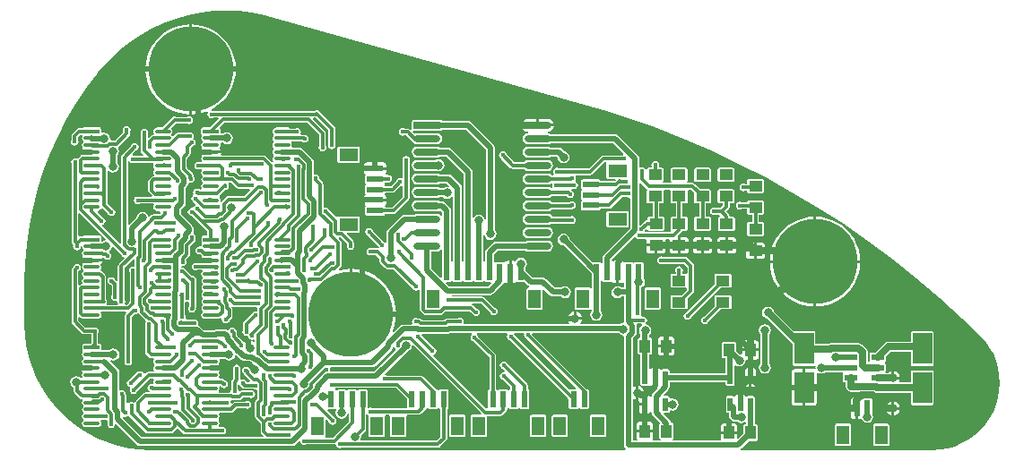
<source format=gtl>
G04 Layer_Physical_Order=1*
G04 Layer_Color=255*
%FSLAX44Y44*%
%MOMM*%
G71*
G01*
G75*
%ADD10R,1.2700X1.0160*%
%ADD11R,1.8500X2.9500*%
%ADD12R,1.2000X0.6000*%
%ADD13R,1.5500X0.6000*%
%ADD14R,1.8000X1.2000*%
%ADD15R,2.5400X0.7112*%
%ADD16O,2.5400X0.7112*%
%ADD17R,1.4823X0.4180*%
%ADD18O,1.4823X0.4180*%
%ADD19R,0.6000X1.5500*%
%ADD20R,1.2000X1.8000*%
%ADD21R,1.0160X1.2700*%
%ADD22R,0.5080X1.2700*%
%ADD23C,0.5080*%
%ADD24C,0.3048*%
%ADD25C,0.6350*%
%ADD26C,8.0000*%
%ADD27C,0.4000*%
%ADD28C,0.8000*%
G36*
X922854Y1346849D02*
X922727Y1346763D01*
X921931Y1345573D01*
X921652Y1344168D01*
X921931Y1342763D01*
X922727Y1341573D01*
X923917Y1340777D01*
X924281Y1340705D01*
X939446Y1325540D01*
Y1295063D01*
X939007Y1294975D01*
X938477Y1294621D01*
X938124Y1294092D01*
X938000Y1293468D01*
Y1277968D01*
X936994Y1277034D01*
X936310Y1276979D01*
X886690Y1326599D01*
X887002Y1327629D01*
X887198Y1327887D01*
X888293Y1328619D01*
X889089Y1329809D01*
X889369Y1331214D01*
X889089Y1332619D01*
X888293Y1333809D01*
X887103Y1334605D01*
X886739Y1334677D01*
X875191Y1346225D01*
X875185Y1346257D01*
X875903Y1347527D01*
X900611D01*
X900611Y1347527D01*
X902226Y1347848D01*
X902631Y1348119D01*
X922469D01*
X922854Y1346849D01*
D02*
G37*
G36*
X891984Y1277025D02*
X892125Y1276814D01*
X892654Y1276461D01*
X893093Y1276374D01*
Y1249896D01*
X889459Y1246261D01*
X818269D01*
X817590Y1247531D01*
X818075Y1248257D01*
X818510Y1250442D01*
X818310Y1251447D01*
X822178Y1255316D01*
X822869Y1256349D01*
X823111Y1257568D01*
X823111Y1257568D01*
Y1271154D01*
X824381Y1271539D01*
X824429Y1271469D01*
X824787Y1271229D01*
X825591Y1270597D01*
X825359Y1269972D01*
X825235Y1269348D01*
Y1251348D01*
X825359Y1250724D01*
X825713Y1250194D01*
X826242Y1249841D01*
X826866Y1249717D01*
X838866D01*
X839490Y1249841D01*
X840020Y1250194D01*
X840373Y1250724D01*
X840497Y1251348D01*
Y1269348D01*
X840445Y1269609D01*
X841026Y1270614D01*
X841295Y1270879D01*
X844770D01*
X844996Y1270701D01*
X845675Y1269609D01*
X845647Y1269468D01*
Y1251468D01*
X845771Y1250844D01*
X846125Y1250314D01*
X846654Y1249961D01*
X847279Y1249837D01*
X859278D01*
X859903Y1249961D01*
X860432Y1250314D01*
X860786Y1250844D01*
X860910Y1251468D01*
Y1269468D01*
X860882Y1269609D01*
X861560Y1270701D01*
X861787Y1270879D01*
X872744D01*
X872744Y1270879D01*
X873963Y1271121D01*
X874996Y1271812D01*
X878531Y1275346D01*
X879193Y1276337D01*
X879278D01*
X879903Y1276461D01*
X880432Y1276814D01*
X880573Y1277025D01*
X880857Y1277101D01*
X881700D01*
X881984Y1277025D01*
X882125Y1276814D01*
X882654Y1276461D01*
X883279Y1276337D01*
X889278D01*
X889903Y1276461D01*
X890432Y1276814D01*
X890573Y1277025D01*
X890857Y1277101D01*
X891700D01*
X891984Y1277025D01*
D02*
G37*
G36*
X596518Y1367340D02*
X596172Y1366994D01*
X595481Y1365961D01*
X595239Y1364742D01*
X595239Y1364742D01*
Y1323021D01*
X595033Y1322713D01*
X594753Y1321308D01*
X595033Y1319903D01*
X595829Y1318713D01*
X597019Y1317917D01*
X598424Y1317637D01*
X599829Y1317917D01*
X601019Y1318713D01*
X601815Y1319903D01*
X602094Y1321308D01*
X601815Y1322713D01*
X601609Y1323021D01*
Y1363423D01*
X604198Y1366012D01*
X604774Y1365898D01*
X606179Y1366177D01*
X607038Y1366751D01*
X607331Y1366772D01*
X608241Y1366607D01*
X608562Y1366472D01*
X609006Y1365808D01*
X614491Y1360323D01*
X615139Y1359386D01*
X614646Y1358444D01*
X614413Y1358095D01*
X614133Y1356690D01*
X614413Y1355285D01*
X614619Y1354977D01*
Y1330376D01*
X614619Y1330376D01*
X614861Y1329157D01*
X615552Y1328124D01*
X618016Y1325660D01*
X619049Y1324969D01*
X620268Y1324727D01*
X620268Y1324727D01*
X622083D01*
X622762Y1323457D01*
X622357Y1322852D01*
X622071Y1321412D01*
X622357Y1319972D01*
X623012Y1318992D01*
X623106Y1318162D01*
X623012Y1317332D01*
X622357Y1316352D01*
X622071Y1314912D01*
X622357Y1313472D01*
X622762Y1312867D01*
X622083Y1311597D01*
X619564D01*
X619564Y1311597D01*
X619272Y1311539D01*
X617474D01*
X616255Y1311297D01*
X615222Y1310606D01*
X615222Y1310606D01*
X614385Y1309769D01*
X613007Y1310188D01*
X612991Y1310267D01*
X612195Y1311457D01*
X611005Y1312253D01*
X609600Y1312533D01*
X608195Y1312253D01*
X607592Y1311850D01*
X607365Y1311805D01*
X606332Y1311114D01*
X606332Y1311114D01*
X599669Y1304451D01*
X599305Y1304379D01*
X598115Y1303583D01*
X597319Y1302393D01*
X597039Y1300988D01*
X597319Y1299583D01*
X598115Y1298393D01*
X599305Y1297597D01*
X599736Y1297511D01*
X600321Y1296100D01*
X600113Y1295789D01*
X599833Y1294384D01*
X600113Y1292979D01*
X600909Y1291789D01*
X602099Y1290993D01*
X603504Y1290714D01*
X604909Y1290993D01*
X606099Y1291789D01*
X606895Y1292979D01*
X606967Y1293343D01*
X618793Y1305169D01*
X619506D01*
X619506Y1305169D01*
X619798Y1305227D01*
X622083D01*
X622762Y1303957D01*
X622357Y1303352D01*
X622071Y1301912D01*
X622276Y1300883D01*
X622158Y1300673D01*
X621464Y1299987D01*
X621278Y1299886D01*
X620268Y1300087D01*
X618863Y1299807D01*
X617673Y1299011D01*
X616877Y1297821D01*
X616598Y1296416D01*
X616877Y1295011D01*
X617673Y1293821D01*
X618351Y1293367D01*
X617966Y1292097D01*
X614916D01*
X613697Y1291855D01*
X612663Y1291164D01*
X612663Y1291164D01*
X605689Y1284190D01*
X604999Y1283157D01*
X604978Y1283050D01*
X604909Y1282990D01*
X603587Y1282569D01*
X602877Y1283043D01*
X601472Y1283322D01*
X600067Y1283043D01*
X598877Y1282247D01*
X598864Y1282228D01*
X597174Y1281986D01*
X596915Y1282203D01*
Y1288664D01*
X596915Y1288664D01*
X596673Y1289883D01*
X595982Y1290916D01*
X595982Y1290916D01*
X595537Y1291361D01*
X595465Y1291725D01*
X594669Y1292915D01*
X593479Y1293711D01*
X592074Y1293990D01*
X591203Y1293817D01*
X589933Y1294630D01*
Y1300961D01*
X589957Y1301082D01*
X589957Y1301082D01*
Y1311390D01*
X589957Y1311390D01*
X589636Y1313005D01*
X588721Y1314375D01*
X588721Y1314375D01*
X581312Y1321783D01*
X582122Y1322770D01*
X582165Y1322741D01*
X584350Y1322306D01*
X586535Y1322741D01*
X588387Y1323979D01*
X589625Y1325831D01*
X590060Y1328016D01*
X589625Y1330201D01*
X588387Y1332054D01*
X586535Y1333291D01*
X584350Y1333726D01*
X582165Y1333291D01*
X580588Y1332237D01*
X572993D01*
X572923Y1332322D01*
Y1336502D01*
X572799Y1337126D01*
X572445Y1337655D01*
X571916Y1338009D01*
X571292Y1338133D01*
X569859D01*
Y1348551D01*
X570065Y1348859D01*
X570345Y1350264D01*
X570065Y1351669D01*
X569269Y1352859D01*
X568079Y1353655D01*
X566674Y1353934D01*
X565269Y1353655D01*
X564961Y1353449D01*
X558087D01*
X551273Y1360263D01*
Y1363057D01*
X552447Y1363543D01*
X553043Y1362947D01*
X553043Y1362947D01*
X554076Y1362256D01*
X555295Y1362014D01*
X555295Y1362014D01*
X556684D01*
X557119Y1361723D01*
X558558Y1361437D01*
X569202D01*
X570641Y1361723D01*
X571862Y1362539D01*
X572677Y1363759D01*
X572964Y1365199D01*
X572677Y1366639D01*
X572273Y1367244D01*
X572952Y1368514D01*
X596032D01*
X596518Y1367340D01*
D02*
G37*
G36*
X972327Y1346849D02*
X972197Y1346200D01*
X972477Y1344795D01*
X973273Y1343605D01*
X974463Y1342809D01*
X974827Y1342737D01*
X1021194Y1296369D01*
X1020668Y1295099D01*
X1015983D01*
X1015359Y1294975D01*
X1014830Y1294622D01*
X1014606Y1294599D01*
X963235Y1345971D01*
X963163Y1346335D01*
X962819Y1346849D01*
X963498Y1348119D01*
X971409D01*
X972327Y1346849D01*
D02*
G37*
G36*
X599893Y1509975D02*
X601083Y1509179D01*
X602488Y1508900D01*
X603893Y1509179D01*
X604201Y1509385D01*
X621792D01*
X621792Y1509385D01*
X621792Y1509385D01*
X621805D01*
X622484Y1508115D01*
X622357Y1507926D01*
X622071Y1506486D01*
X622357Y1505046D01*
X623012Y1504066D01*
X623106Y1503236D01*
X623012Y1502406D01*
X622357Y1501426D01*
X622071Y1499986D01*
X622357Y1498546D01*
X622762Y1497941D01*
X622677Y1497496D01*
X622151Y1496598D01*
X621301Y1496429D01*
X620268Y1495738D01*
X618367Y1493838D01*
X617677Y1492804D01*
X617434Y1491585D01*
X617434Y1491585D01*
Y1483239D01*
X617434Y1483239D01*
X617677Y1482020D01*
X618367Y1480986D01*
X620912Y1478441D01*
X620386Y1477171D01*
X609051D01*
X608743Y1477377D01*
X607338Y1477657D01*
X605933Y1477377D01*
X604743Y1476581D01*
X603947Y1475391D01*
X603667Y1473986D01*
X603947Y1472581D01*
X604743Y1471391D01*
X605933Y1470595D01*
X607338Y1470315D01*
X608743Y1470595D01*
X609051Y1470801D01*
X622083D01*
X622762Y1469531D01*
X622357Y1468926D01*
X622071Y1467486D01*
X622357Y1466046D01*
X623173Y1464826D01*
X624394Y1464010D01*
X625833Y1463724D01*
X628448D01*
X629230Y1462454D01*
X629095Y1461774D01*
X628002Y1460681D01*
X622210D01*
X620991Y1460439D01*
X619957Y1459748D01*
X619957Y1459748D01*
X618517Y1458308D01*
X617302Y1458677D01*
X617161Y1459383D01*
X615923Y1461235D01*
X614071Y1462473D01*
X611886Y1462908D01*
X609701Y1462473D01*
X607849Y1461235D01*
X606611Y1459383D01*
X606179Y1457213D01*
X599311Y1450345D01*
X598065Y1450784D01*
X598041Y1450803D01*
Y1510459D01*
X599311Y1510845D01*
X599893Y1509975D01*
D02*
G37*
G36*
X699986Y1485813D02*
X699986Y1485813D01*
X701019Y1485123D01*
X702238Y1484880D01*
X702238Y1484880D01*
X712717D01*
X712981Y1484704D01*
X713238Y1483164D01*
X707729Y1477655D01*
X693251D01*
X693251Y1477655D01*
X692032Y1477413D01*
X690999Y1476722D01*
X690999Y1476722D01*
X686584Y1472307D01*
X686298Y1471880D01*
X685235Y1472546D01*
X685521Y1473986D01*
X685235Y1475426D01*
X684580Y1476406D01*
X684419Y1477826D01*
X684536Y1478001D01*
X684885Y1478234D01*
X690221Y1483571D01*
X691269Y1483779D01*
X692459Y1484575D01*
X693255Y1485765D01*
X693534Y1487170D01*
X693255Y1488575D01*
X692950Y1489031D01*
X693629Y1490301D01*
X695498D01*
X699986Y1485813D01*
D02*
G37*
G36*
X861647Y1285845D02*
Y1277968D01*
X860495Y1277249D01*
X828737D01*
X828429Y1277455D01*
X827024Y1277735D01*
X825619Y1277455D01*
X825543Y1277482D01*
X824497Y1278233D01*
Y1293348D01*
X824373Y1293972D01*
X824019Y1294502D01*
X823490Y1294855D01*
X822866Y1294979D01*
X816866D01*
X816242Y1294855D01*
X815713Y1294502D01*
X815572Y1294291D01*
X815287Y1294215D01*
X814445D01*
X814160Y1294291D01*
X814019Y1294502D01*
X813490Y1294855D01*
X812866Y1294979D01*
X806866D01*
X806242Y1294855D01*
X805713Y1294502D01*
X805572Y1294291D01*
X805288Y1294215D01*
X804444D01*
X804160Y1294291D01*
X804020Y1294502D01*
X803490Y1294855D01*
X802866Y1294979D01*
X796866D01*
X796242Y1294855D01*
X795713Y1294502D01*
X795572Y1294291D01*
X795287Y1294215D01*
X794445D01*
X794160Y1294291D01*
X794020Y1294501D01*
X793715Y1295901D01*
X793755Y1296089D01*
X793912Y1296279D01*
X851213D01*
X861647Y1285845D01*
D02*
G37*
G36*
X703237Y1299075D02*
X704033Y1297885D01*
X705223Y1297089D01*
X705587Y1297017D01*
X706154Y1296450D01*
X707187Y1295759D01*
X708406Y1295517D01*
X708406Y1295517D01*
X716599D01*
X716907Y1295311D01*
X718312Y1295031D01*
X719235Y1295215D01*
X720505Y1294426D01*
Y1286181D01*
X719052Y1284727D01*
X718361Y1283694D01*
X718119Y1282475D01*
X718119Y1282475D01*
Y1269138D01*
X718119Y1269138D01*
X718361Y1267919D01*
X719052Y1266885D01*
X723465Y1262472D01*
Y1255058D01*
X723465Y1255058D01*
X723707Y1253839D01*
X724398Y1252806D01*
X725983Y1251220D01*
X725497Y1250047D01*
X611138D01*
X593197Y1267989D01*
X593243Y1268278D01*
X593486Y1268493D01*
X594654Y1269064D01*
X595630Y1268869D01*
X597035Y1269149D01*
X597781Y1269647D01*
X597873Y1269692D01*
X598799Y1269752D01*
X599473Y1269526D01*
X614570Y1254430D01*
X614570Y1254430D01*
X615603Y1253739D01*
X616822Y1253497D01*
X639057D01*
X639057Y1253497D01*
X640276Y1253739D01*
X641309Y1254430D01*
X644389Y1257509D01*
X646049Y1257645D01*
X650037Y1253658D01*
X650037Y1253658D01*
X651070Y1252967D01*
X652289Y1252725D01*
X674624D01*
X674624Y1252725D01*
X674624Y1252725D01*
X685491D01*
X685799Y1252519D01*
X687204Y1252240D01*
X688609Y1252519D01*
X689799Y1253315D01*
X690595Y1254505D01*
X690874Y1255910D01*
X690595Y1257315D01*
X689799Y1258505D01*
X688609Y1259301D01*
X687204Y1259581D01*
X685799Y1259301D01*
X685491Y1259095D01*
X684008D01*
X683647Y1259967D01*
X683561Y1260365D01*
X684328Y1261512D01*
X684614Y1262952D01*
X684328Y1264392D01*
X683673Y1265372D01*
X683579Y1266202D01*
X683673Y1267032D01*
X684328Y1268012D01*
X684614Y1269452D01*
X684328Y1270892D01*
X683828Y1271641D01*
X684429Y1272911D01*
X695367D01*
X695367Y1272911D01*
X696586Y1273153D01*
X697619Y1273844D01*
X700869Y1277093D01*
X709079D01*
X709387Y1276887D01*
X710792Y1276608D01*
X712197Y1276887D01*
X713387Y1277683D01*
X714183Y1278874D01*
X714463Y1280278D01*
X714183Y1281683D01*
X713387Y1282874D01*
X712197Y1283670D01*
X710792Y1283949D01*
X709387Y1283670D01*
X709079Y1283464D01*
X699549D01*
X698330Y1283221D01*
X697297Y1282531D01*
X697297Y1282531D01*
X696457Y1281691D01*
X695287Y1282317D01*
X695312Y1282446D01*
X695033Y1283851D01*
X694986Y1283921D01*
X695814Y1284967D01*
X696632Y1284805D01*
X703282D01*
X703282Y1284805D01*
X704501Y1285047D01*
X705534Y1285738D01*
X707167Y1287371D01*
X713061D01*
X713369Y1287165D01*
X714774Y1286886D01*
X716179Y1287165D01*
X717369Y1287961D01*
X718165Y1289151D01*
X718445Y1290556D01*
X718165Y1291961D01*
X717369Y1293152D01*
X716179Y1293947D01*
X714774Y1294227D01*
X713369Y1293947D01*
X713061Y1293741D01*
X705848D01*
X705848Y1293741D01*
X704629Y1293499D01*
X703668Y1292857D01*
X703180Y1292958D01*
X702372Y1293380D01*
X702145Y1294519D01*
X701939Y1294827D01*
Y1299089D01*
X703209Y1299214D01*
X703237Y1299075D01*
D02*
G37*
G36*
X703276Y1652712D02*
X715384Y1651279D01*
X727341Y1648900D01*
X733072Y1647284D01*
X733089Y1647343D01*
X733089Y1647343D01*
X1053395Y1557321D01*
X1053432Y1557254D01*
Y1557253D01*
X1053432Y1557254D01*
X1068465Y1552423D01*
X1095491Y1542753D01*
X1122187Y1532204D01*
X1148522Y1520787D01*
X1174471Y1508514D01*
X1200003Y1495399D01*
X1225093Y1481456D01*
X1249713Y1466699D01*
X1273838Y1451145D01*
X1297440Y1434809D01*
X1320495Y1417710D01*
X1342979Y1399866D01*
X1364866Y1381296D01*
X1386135Y1362020D01*
X1401785Y1346873D01*
Y1346873D01*
X1401785Y1346873D01*
X1402719Y1346052D01*
X1402729Y1346043D01*
X1407477Y1340730D01*
X1411600Y1334919D01*
X1415046Y1328683D01*
X1417773Y1322101D01*
X1419745Y1315255D01*
X1420938Y1308231D01*
X1421338Y1301117D01*
X1420938Y1294003D01*
X1419745Y1286979D01*
X1417773Y1280133D01*
X1415046Y1273550D01*
X1411600Y1267315D01*
X1407477Y1261504D01*
X1402729Y1256191D01*
X1397417Y1251444D01*
X1391606Y1247321D01*
X1385370Y1243875D01*
X1378788Y1241148D01*
X1371941Y1239175D01*
X1364917Y1237982D01*
X1358009Y1237594D01*
X1357803Y1237621D01*
X1177003D01*
X1176618Y1238891D01*
X1177133Y1239235D01*
X1183914Y1246017D01*
X1191006D01*
X1191630Y1246141D01*
X1192160Y1246495D01*
X1192513Y1247024D01*
X1192637Y1247648D01*
Y1260348D01*
X1192513Y1260972D01*
X1192160Y1261501D01*
X1191630Y1261855D01*
X1191006Y1261979D01*
X1190147D01*
Y1280718D01*
X1190097Y1280968D01*
Y1287068D01*
X1189973Y1287692D01*
X1189620Y1288222D01*
X1189090Y1288575D01*
X1188466Y1288699D01*
X1183386D01*
X1182762Y1288575D01*
X1182424Y1288349D01*
X1182054Y1288261D01*
X1180901Y1288516D01*
X1180645Y1288899D01*
X1179805Y1289461D01*
X1178814Y1289658D01*
X1177544D01*
Y1280718D01*
X1175004D01*
Y1289658D01*
X1173734D01*
X1172743Y1289461D01*
X1171903Y1288899D01*
X1171774Y1288706D01*
X1170719Y1288282D01*
X1170203Y1288467D01*
X1170040Y1288575D01*
X1169416Y1288699D01*
X1164336D01*
X1163712Y1288575D01*
X1163183Y1288222D01*
X1162829Y1287692D01*
X1162705Y1287068D01*
Y1280968D01*
X1162655Y1280718D01*
X1162705Y1280468D01*
Y1274368D01*
X1162829Y1273744D01*
X1163183Y1273214D01*
X1163712Y1272861D01*
X1164336Y1272737D01*
X1165373D01*
Y1270228D01*
X1165373Y1270228D01*
X1165694Y1268613D01*
X1166609Y1267243D01*
X1168107Y1265745D01*
X1168107Y1265745D01*
X1169477Y1264830D01*
X1171092Y1264509D01*
X1173528D01*
X1175105Y1263455D01*
X1177290Y1263020D01*
X1179475Y1263455D01*
X1180435Y1264096D01*
X1181705Y1263418D01*
Y1261979D01*
X1180846D01*
X1180222Y1261855D01*
X1179693Y1261501D01*
X1179339Y1260972D01*
X1179215Y1260348D01*
Y1253256D01*
X1174546Y1248587D01*
X1173276Y1249113D01*
Y1252728D01*
X1165606D01*
X1157936D01*
Y1247648D01*
X1156881Y1246441D01*
X1113008D01*
X1112436Y1247617D01*
X1112451Y1247711D01*
X1112912Y1248018D01*
X1113265Y1248548D01*
X1113389Y1249172D01*
Y1261872D01*
X1113265Y1262496D01*
X1112912Y1263026D01*
X1112382Y1263379D01*
X1111758Y1263503D01*
X1110827D01*
X1110578Y1264757D01*
X1109663Y1266127D01*
X1109663Y1266127D01*
X1104226Y1271563D01*
X1104712Y1272737D01*
X1107948D01*
X1108572Y1272861D01*
X1109101Y1273214D01*
X1109455Y1273744D01*
X1109579Y1274368D01*
Y1274487D01*
X1110849Y1275291D01*
X1112520Y1274958D01*
X1114705Y1275393D01*
X1116557Y1276631D01*
X1117795Y1278483D01*
X1118230Y1280668D01*
X1117795Y1282853D01*
X1116557Y1284705D01*
X1114705Y1285943D01*
X1112520Y1286378D01*
X1110849Y1286045D01*
X1109579Y1286849D01*
Y1287068D01*
X1109455Y1287692D01*
X1109101Y1288221D01*
X1108572Y1288575D01*
X1107948Y1288699D01*
X1104558D01*
X1104072Y1289873D01*
X1108393Y1294193D01*
X1108393Y1294193D01*
X1109308Y1295563D01*
X1109629Y1297178D01*
X1109629Y1297178D01*
Y1301897D01*
X1162705D01*
Y1299768D01*
X1162829Y1299144D01*
X1163183Y1298614D01*
X1163712Y1298261D01*
X1164336Y1298137D01*
X1169416D01*
X1170040Y1298261D01*
X1170570Y1298614D01*
X1170923Y1299144D01*
X1171047Y1299768D01*
Y1305868D01*
X1171097Y1306118D01*
Y1317012D01*
X1172367Y1317690D01*
X1173327Y1317049D01*
X1175512Y1316614D01*
X1177697Y1317049D01*
X1179549Y1318287D01*
X1180787Y1320139D01*
X1181222Y1322324D01*
X1182015Y1323290D01*
X1184656D01*
Y1330960D01*
X1178256D01*
Y1328637D01*
X1176986Y1327740D01*
X1175836Y1327969D01*
X1172317Y1331488D01*
Y1338580D01*
X1172193Y1339204D01*
X1171840Y1339733D01*
X1171310Y1340087D01*
X1170686Y1340211D01*
X1160526D01*
X1159902Y1340087D01*
X1159372Y1339733D01*
X1159019Y1339204D01*
X1158895Y1338580D01*
Y1325880D01*
X1159019Y1325256D01*
X1159372Y1324727D01*
X1159902Y1324373D01*
X1160526Y1324249D01*
X1162655D01*
Y1310339D01*
X1109579D01*
Y1312468D01*
X1109455Y1313092D01*
X1109101Y1313622D01*
X1108572Y1313975D01*
X1107948Y1314099D01*
X1102868D01*
X1102244Y1313975D01*
X1102081Y1313867D01*
X1101565Y1313682D01*
X1100511Y1314106D01*
X1100381Y1314299D01*
X1099541Y1314861D01*
X1098550Y1315058D01*
X1097280D01*
Y1306118D01*
Y1297178D01*
X1097643D01*
X1098169Y1295908D01*
X1093787Y1291527D01*
X1092872Y1290157D01*
X1092551Y1288542D01*
X1091448Y1288081D01*
X1091291Y1288059D01*
X1090729Y1288899D01*
X1089889Y1289461D01*
X1088898Y1289658D01*
X1086589D01*
X1086022Y1290320D01*
X1080262D01*
Y1284893D01*
X1081228Y1284169D01*
Y1281988D01*
X1086358D01*
Y1280718D01*
X1087628D01*
Y1271778D01*
X1088898D01*
X1089889Y1271975D01*
X1090729Y1272537D01*
X1091291Y1273377D01*
X1091354Y1273368D01*
X1092551Y1273048D01*
X1092872Y1271433D01*
X1093787Y1270063D01*
X1100479Y1263372D01*
X1100444Y1263026D01*
X1100091Y1262496D01*
X1099967Y1261872D01*
Y1249172D01*
X1100091Y1248548D01*
X1100444Y1248018D01*
X1100904Y1247711D01*
X1100920Y1247617D01*
X1100348Y1246441D01*
X1094079D01*
X1093998Y1246532D01*
X1093517Y1247711D01*
X1093831Y1248181D01*
X1094028Y1249172D01*
Y1254252D01*
X1086358D01*
X1078688D01*
Y1249172D01*
X1078885Y1248181D01*
X1079199Y1247711D01*
X1078718Y1246532D01*
X1078637Y1246441D01*
X1074671D01*
Y1285241D01*
X1075941Y1285775D01*
X1077285Y1285218D01*
X1077722Y1285161D01*
Y1291590D01*
Y1298019D01*
X1077285Y1297962D01*
X1075941Y1297405D01*
X1074671Y1297939D01*
Y1343194D01*
X1077163Y1345685D01*
X1078078Y1347055D01*
X1078399Y1348670D01*
X1078399Y1348670D01*
Y1355414D01*
X1078399Y1355414D01*
X1078289Y1355969D01*
X1079331Y1357239D01*
X1082867D01*
X1083175Y1357033D01*
X1083476Y1356973D01*
X1083744Y1355625D01*
X1082677Y1354911D01*
X1081439Y1353059D01*
X1081004Y1350874D01*
X1081439Y1348689D01*
X1082137Y1347644D01*
Y1343767D01*
X1081278D01*
X1080654Y1343643D01*
X1080125Y1343289D01*
X1079771Y1342760D01*
X1079647Y1342136D01*
Y1329436D01*
X1079771Y1328812D01*
X1080125Y1328282D01*
X1080654Y1327929D01*
X1081278Y1327805D01*
X1082137D01*
Y1306118D01*
X1082187Y1305868D01*
Y1299768D01*
X1082311Y1299144D01*
X1082664Y1298614D01*
X1083194Y1298261D01*
X1083818Y1298137D01*
X1088898D01*
X1089522Y1298261D01*
X1089860Y1298487D01*
X1090230Y1298575D01*
X1091383Y1298320D01*
X1091639Y1297937D01*
X1092479Y1297375D01*
X1093470Y1297178D01*
X1094740D01*
Y1306118D01*
Y1315058D01*
X1093470D01*
X1092479Y1314861D01*
X1091849Y1314440D01*
X1091066Y1314677D01*
X1090579Y1314999D01*
Y1327805D01*
X1091438D01*
X1092062Y1327929D01*
X1092591Y1328282D01*
X1092945Y1328812D01*
X1093069Y1329436D01*
Y1342136D01*
X1092945Y1342760D01*
X1092591Y1343289D01*
X1092062Y1343643D01*
X1091438Y1343767D01*
X1090579D01*
Y1346721D01*
X1090751Y1346837D01*
X1091989Y1348689D01*
X1092424Y1350874D01*
X1091989Y1353059D01*
X1090751Y1354911D01*
X1088899Y1356149D01*
X1087395Y1356448D01*
X1087127Y1357796D01*
X1087175Y1357829D01*
X1087971Y1359019D01*
X1088251Y1360424D01*
X1087971Y1361829D01*
X1087175Y1363019D01*
X1085985Y1363815D01*
X1084580Y1364095D01*
X1083522Y1363884D01*
X1082732Y1364804D01*
X1082683Y1364913D01*
X1082847Y1365159D01*
X1083127Y1366564D01*
X1082847Y1367969D01*
X1082641Y1368277D01*
Y1391155D01*
X1084487Y1392389D01*
X1085725Y1394241D01*
X1086160Y1396426D01*
X1085725Y1398611D01*
X1085081Y1399574D01*
Y1413864D01*
X1084957Y1414488D01*
X1084604Y1415018D01*
X1084074Y1415371D01*
X1083450Y1415495D01*
X1077450D01*
X1076826Y1415371D01*
X1076296Y1415018D01*
X1076156Y1414807D01*
X1075872Y1414731D01*
X1075029D01*
X1074744Y1414807D01*
X1074604Y1415018D01*
X1074074Y1415371D01*
X1073450Y1415495D01*
X1067450D01*
X1066826Y1415371D01*
X1066233Y1415060D01*
X1065240Y1415723D01*
X1064441Y1416257D01*
X1063450Y1416454D01*
X1061720D01*
Y1406114D01*
Y1395774D01*
X1063450D01*
X1064441Y1395971D01*
X1064959Y1396317D01*
X1066039Y1395911D01*
X1066229Y1395755D01*
Y1391061D01*
X1064212D01*
X1062635Y1392115D01*
X1060450Y1392550D01*
X1058265Y1392115D01*
X1056413Y1390877D01*
X1055175Y1389025D01*
X1054740Y1386840D01*
X1055175Y1384655D01*
X1056413Y1382803D01*
X1058265Y1381565D01*
X1060450Y1381130D01*
X1062635Y1381565D01*
X1064212Y1382619D01*
X1066229D01*
Y1359142D01*
X1066229Y1359142D01*
X1066277Y1358900D01*
X1065242Y1357593D01*
X1063853Y1357317D01*
X1062722Y1356561D01*
X1025776D01*
X1025150Y1357831D01*
X1025784Y1358657D01*
X1026443Y1360248D01*
X1026500Y1360685D01*
X1013642D01*
X1013699Y1360248D01*
X1014358Y1358657D01*
X1014992Y1357831D01*
X1014366Y1356561D01*
X915784D01*
X915064Y1357831D01*
X915276Y1358900D01*
X914997Y1360305D01*
X914201Y1361495D01*
X913011Y1362291D01*
X911606Y1362570D01*
X910201Y1362291D01*
X909893Y1362085D01*
X899753D01*
X899753Y1362085D01*
X898534Y1361843D01*
X897500Y1361152D01*
X896945Y1360597D01*
X875612D01*
X875057Y1361152D01*
X874023Y1361843D01*
X872804Y1362085D01*
X872804Y1362085D01*
X871663D01*
X871355Y1362291D01*
X869950Y1362570D01*
X868545Y1362291D01*
X867355Y1361495D01*
X866559Y1360305D01*
X866280Y1358900D01*
X866543Y1357577D01*
X866537Y1357302D01*
X866006Y1356307D01*
X858259D01*
X858259Y1356307D01*
X856644Y1355986D01*
X855274Y1355071D01*
X855274Y1355071D01*
X848901Y1348697D01*
X847868Y1349437D01*
X848122Y1349952D01*
X849915Y1355232D01*
X851003Y1360701D01*
X851284Y1364996D01*
X808736D01*
Y1366266D01*
X807466D01*
Y1408814D01*
X803171Y1408533D01*
X797702Y1407445D01*
X797662Y1407431D01*
X796973Y1408539D01*
X799094Y1410659D01*
X799094Y1410659D01*
X799785Y1411693D01*
X800027Y1412912D01*
X800027Y1412912D01*
Y1433412D01*
X800027Y1433412D01*
X799785Y1434631D01*
X799094Y1435665D01*
X799094Y1435665D01*
X797341Y1437418D01*
X797800Y1438573D01*
X798873Y1438681D01*
X805087Y1432467D01*
Y1432285D01*
X804881Y1431977D01*
X804602Y1430572D01*
X804881Y1429167D01*
X805676Y1427977D01*
X806867Y1427181D01*
X808272Y1426902D01*
X809677Y1427181D01*
X810867Y1427977D01*
X811663Y1429167D01*
X811943Y1430572D01*
X811663Y1431977D01*
X811457Y1432285D01*
Y1433786D01*
X811457Y1433786D01*
X811215Y1435005D01*
X810524Y1436038D01*
X810524Y1436038D01*
X804339Y1442223D01*
X804825Y1443397D01*
X815326D01*
X815950Y1443521D01*
X816479Y1443875D01*
X816833Y1444404D01*
X816957Y1445028D01*
Y1457028D01*
X816833Y1457652D01*
X816479Y1458181D01*
X815950Y1458535D01*
X815326Y1458659D01*
X797326D01*
X796702Y1458535D01*
X796172Y1458181D01*
X794746Y1457981D01*
X794647Y1458011D01*
X788323Y1464335D01*
X788251Y1464699D01*
X787455Y1465889D01*
X786265Y1466685D01*
X784860Y1466965D01*
X783981Y1466790D01*
X782711Y1467599D01*
Y1488694D01*
X782469Y1489913D01*
X781778Y1490946D01*
X781778Y1490946D01*
X778934Y1493791D01*
X779133Y1494790D01*
X778853Y1496195D01*
X778057Y1497385D01*
X776867Y1498181D01*
X775462Y1498461D01*
X774699Y1498309D01*
X774448Y1498462D01*
X773583Y1499318D01*
X773905Y1500933D01*
Y1509870D01*
X773583Y1511485D01*
X772668Y1512855D01*
X772668Y1512855D01*
X763052Y1522471D01*
X761683Y1523386D01*
X760068Y1523707D01*
X760067Y1523707D01*
X753360D01*
X752595Y1524977D01*
X752796Y1525986D01*
X752509Y1527426D01*
X752105Y1528031D01*
X752784Y1529301D01*
X762545D01*
X763389Y1528737D01*
X764794Y1528457D01*
X766199Y1528737D01*
X767389Y1529533D01*
X768185Y1530723D01*
X768465Y1532128D01*
X768185Y1533533D01*
X767389Y1534723D01*
X766199Y1535519D01*
X764794Y1535798D01*
X764154Y1535671D01*
X761918D01*
X761239Y1536941D01*
X761327Y1537073D01*
X761607Y1538478D01*
X761327Y1539883D01*
X760531Y1541073D01*
X759341Y1541869D01*
X757936Y1542148D01*
X756531Y1541869D01*
X756223Y1541663D01*
X751668D01*
X750473Y1542462D01*
X749034Y1542748D01*
X738390D01*
X736951Y1542462D01*
X735730Y1541646D01*
X734915Y1540426D01*
X734628Y1538986D01*
X734915Y1537546D01*
X735569Y1536566D01*
X735663Y1535736D01*
X735569Y1534906D01*
X734915Y1533926D01*
X734628Y1532486D01*
X734915Y1531046D01*
X735569Y1530066D01*
X735663Y1529236D01*
X735569Y1528406D01*
X734915Y1527426D01*
X734628Y1525986D01*
X734915Y1524546D01*
X735569Y1523566D01*
X735663Y1522736D01*
X735569Y1521906D01*
X734915Y1520926D01*
X734628Y1519486D01*
X734915Y1518046D01*
X735569Y1517066D01*
X735663Y1516236D01*
X735569Y1515406D01*
X734915Y1514426D01*
X734628Y1512986D01*
X734915Y1511546D01*
X735239Y1511061D01*
X734972Y1509962D01*
X734123Y1509780D01*
X728640Y1515263D01*
X727607Y1515953D01*
X726388Y1516196D01*
X726388Y1516196D01*
X686476D01*
X685877Y1517316D01*
X686120Y1517679D01*
X686227Y1518216D01*
X666647D01*
X666754Y1517679D01*
X667777Y1516148D01*
X667772Y1514624D01*
X667640Y1514426D01*
X667353Y1512986D01*
X667640Y1511546D01*
X667921Y1511125D01*
X667358Y1510073D01*
X666067Y1509890D01*
X665811Y1510061D01*
X664406Y1510341D01*
X663001Y1510061D01*
X661811Y1509265D01*
X661015Y1508075D01*
X660735Y1506670D01*
X661015Y1505265D01*
X661811Y1504075D01*
X663001Y1503279D01*
X664406Y1503000D01*
X665811Y1503279D01*
X666119Y1503485D01*
X667598D01*
X668167Y1502215D01*
X667640Y1501426D01*
X667353Y1499986D01*
X667640Y1498546D01*
X668294Y1497566D01*
X668388Y1496736D01*
X668294Y1495906D01*
X667640Y1494926D01*
X667353Y1493486D01*
X667640Y1492046D01*
X668294Y1491066D01*
X668388Y1490236D01*
X668294Y1489406D01*
X667640Y1488426D01*
X667353Y1486986D01*
X667640Y1485546D01*
X667975Y1485044D01*
X667403Y1483958D01*
X666211Y1483926D01*
X666043Y1484177D01*
X664853Y1484973D01*
X663448Y1485253D01*
X662043Y1484973D01*
X660853Y1484177D01*
X660057Y1482987D01*
X659778Y1481582D01*
X660057Y1480177D01*
X660143Y1480049D01*
X659792Y1478561D01*
X659075Y1478081D01*
X658279Y1476891D01*
X657999Y1475486D01*
X658279Y1474081D01*
X659075Y1472891D01*
X660265Y1472095D01*
X660629Y1472023D01*
X662199Y1470452D01*
X661796Y1469060D01*
X660853Y1468429D01*
X660057Y1467239D01*
X658597Y1466411D01*
X658368Y1466456D01*
X656963Y1466177D01*
X655773Y1465381D01*
X654977Y1464191D01*
X654697Y1462786D01*
X654977Y1461381D01*
X655773Y1460191D01*
X656963Y1459395D01*
X658368Y1459115D01*
X658408Y1459123D01*
X665963Y1451568D01*
X673252Y1444279D01*
Y1440420D01*
X669025D01*
X668401Y1440296D01*
X667872Y1439942D01*
X667518Y1439413D01*
X667394Y1438789D01*
Y1434609D01*
X667518Y1433985D01*
X667872Y1433456D01*
X667886Y1432008D01*
X667640Y1431639D01*
X667498Y1430929D01*
X667055Y1430153D01*
X666119Y1430007D01*
X665480Y1430134D01*
X664075Y1429855D01*
X662885Y1429059D01*
X662089Y1427869D01*
X661809Y1426464D01*
X662089Y1425059D01*
X662885Y1423869D01*
X664075Y1423073D01*
X665480Y1422793D01*
X666450Y1422986D01*
X667878Y1421558D01*
X667777Y1420537D01*
X666754Y1419005D01*
X666647Y1418469D01*
X676437D01*
Y1415929D01*
X666647D01*
X666697Y1415679D01*
X666000Y1414409D01*
X663891D01*
X663583Y1414615D01*
X662178Y1414895D01*
X660773Y1414615D01*
X659583Y1413819D01*
X658787Y1412629D01*
X658508Y1411224D01*
X658787Y1409819D01*
X659583Y1408629D01*
X660773Y1407833D01*
X662178Y1407554D01*
X663583Y1407833D01*
X663891Y1408039D01*
X667654D01*
X668330Y1406933D01*
X668294Y1406619D01*
X667640Y1405639D01*
X667353Y1404199D01*
X667640Y1402759D01*
X668294Y1401779D01*
X668388Y1400949D01*
X668294Y1400119D01*
X667640Y1399139D01*
X667353Y1397699D01*
X667640Y1396259D01*
X668455Y1395039D01*
Y1393859D01*
X667640Y1392639D01*
X667353Y1391199D01*
X667640Y1389759D01*
X668294Y1388779D01*
X668388Y1387949D01*
X668294Y1387119D01*
X667640Y1386139D01*
X667353Y1384699D01*
X667640Y1383259D01*
X668294Y1382279D01*
X668388Y1381449D01*
X668294Y1380619D01*
X667640Y1379639D01*
X667353Y1378199D01*
X667640Y1376759D01*
X668294Y1375779D01*
X668388Y1374949D01*
X668294Y1374119D01*
X667640Y1373139D01*
X667353Y1371699D01*
X667640Y1370259D01*
X668455Y1369039D01*
Y1367859D01*
X667640Y1366639D01*
X667353Y1365199D01*
X667640Y1363759D01*
X668455Y1362539D01*
X669676Y1361723D01*
X671115Y1361437D01*
X681759D01*
X683198Y1361723D01*
X683633Y1362014D01*
X684225D01*
X684225Y1362014D01*
X685444Y1362256D01*
X685705Y1362430D01*
X686848Y1361667D01*
X686702Y1360932D01*
X686981Y1359527D01*
X687777Y1358337D01*
X688967Y1357541D01*
X690372Y1357262D01*
X691777Y1357541D01*
X692967Y1358337D01*
X693763Y1359527D01*
X693835Y1359891D01*
X695926Y1361982D01*
X695926Y1361982D01*
X696617Y1363015D01*
X696859Y1364234D01*
X696859Y1364234D01*
Y1370286D01*
X696617Y1371505D01*
X695926Y1372538D01*
X695951Y1372590D01*
X697281Y1373229D01*
X698500Y1372987D01*
X698500Y1372987D01*
X719393D01*
X719701Y1372781D01*
X719755Y1372770D01*
X720710Y1371285D01*
X720695Y1371209D01*
X720695Y1371209D01*
Y1369405D01*
X719425Y1368497D01*
X718756Y1368630D01*
X717352Y1368350D01*
X716161Y1367555D01*
X715748Y1366937D01*
X707678Y1358866D01*
X706987Y1357833D01*
X706745Y1356614D01*
X706745Y1356614D01*
Y1351215D01*
X706539Y1350907D01*
X706260Y1349502D01*
X706539Y1348097D01*
X707335Y1346907D01*
X708525Y1346111D01*
X709930Y1345831D01*
X711082Y1346060D01*
X711294Y1344992D01*
X711485Y1344707D01*
X711619Y1344033D01*
X712415Y1342843D01*
X713605Y1342047D01*
X715010Y1341767D01*
X716415Y1342047D01*
X716905Y1342374D01*
X718175Y1341696D01*
Y1340100D01*
X716905Y1339474D01*
X716742Y1339599D01*
X715151Y1340258D01*
X714714Y1340315D01*
Y1333886D01*
X712174D01*
Y1340315D01*
X711737Y1340258D01*
X710146Y1339599D01*
X709617Y1339193D01*
X707953Y1339397D01*
X707618Y1339622D01*
X707610Y1339633D01*
X707610Y1339633D01*
X701311Y1345932D01*
Y1348676D01*
X701311Y1348677D01*
X701069Y1349896D01*
X700500Y1350747D01*
X700367Y1351415D01*
X699571Y1352605D01*
X698381Y1353401D01*
X696976Y1353681D01*
X695571Y1353401D01*
X694381Y1352605D01*
X693585Y1351415D01*
X693567Y1351326D01*
X693351Y1351141D01*
X692165Y1350788D01*
X691229Y1351414D01*
X689613Y1351735D01*
X689613Y1351735D01*
X681876D01*
X681876Y1351735D01*
X680261Y1351414D01*
X679356Y1350809D01*
X670142D01*
X669735Y1351217D01*
X669735Y1351217D01*
X666477Y1354475D01*
X665107Y1355390D01*
X664718Y1355467D01*
X664299Y1356479D01*
X664578Y1357884D01*
X664299Y1359289D01*
X663503Y1360479D01*
X662313Y1361275D01*
X660908Y1361555D01*
X659503Y1361275D01*
X659195Y1361069D01*
X653105D01*
X652415Y1362339D01*
X652641Y1363472D01*
X652361Y1364877D01*
X652111Y1365251D01*
Y1376771D01*
X652138Y1376826D01*
X653381Y1377715D01*
X654050Y1377581D01*
X654719Y1377715D01*
X655989Y1376807D01*
Y1373885D01*
X655231Y1372751D01*
X654951Y1371346D01*
X655231Y1369941D01*
X656027Y1368751D01*
X657217Y1367955D01*
X658622Y1367675D01*
X660027Y1367955D01*
X661217Y1368751D01*
X661314Y1368896D01*
X661474Y1369002D01*
X662164Y1370036D01*
X662407Y1371254D01*
X662319Y1371696D01*
X662359Y1371898D01*
X662359Y1371898D01*
Y1399242D01*
X662359Y1399242D01*
X662117Y1400461D01*
X661426Y1401494D01*
X661426Y1401494D01*
X661248Y1401672D01*
X660215Y1402363D01*
X658996Y1402605D01*
X658996Y1402605D01*
X658608D01*
X652563Y1408650D01*
X652093Y1408964D01*
X652073Y1408993D01*
X650883Y1409789D01*
X649478Y1410069D01*
X648481Y1410992D01*
X649645Y1411889D01*
X649732Y1411871D01*
X651137Y1412151D01*
X652327Y1412947D01*
X653123Y1414137D01*
X653402Y1415542D01*
X653123Y1416947D01*
X652917Y1417255D01*
Y1417506D01*
X655928Y1420517D01*
X655928Y1420517D01*
X656619Y1421551D01*
X656861Y1422770D01*
Y1430034D01*
X660874Y1434047D01*
X660874Y1434047D01*
X661565Y1435080D01*
X661807Y1436299D01*
Y1436943D01*
X662013Y1437251D01*
X662292Y1438656D01*
X662013Y1440061D01*
X661217Y1441251D01*
X660027Y1442047D01*
X659852Y1443377D01*
X660093Y1444589D01*
X660093Y1444589D01*
Y1447152D01*
X659772Y1448767D01*
X658857Y1450137D01*
X658857Y1450137D01*
X648245Y1460748D01*
Y1464824D01*
X651491Y1468069D01*
X651491Y1468069D01*
X652406Y1469439D01*
X652727Y1471054D01*
Y1478029D01*
X652683Y1478250D01*
Y1485374D01*
X654031Y1486722D01*
X654031Y1486722D01*
X654946Y1488091D01*
X655242Y1489581D01*
X655370Y1489773D01*
X656537Y1490520D01*
X657352Y1490358D01*
X658757Y1490637D01*
X659947Y1491433D01*
X660743Y1492623D01*
X661022Y1494028D01*
X660743Y1495433D01*
X659947Y1496623D01*
X659895Y1496658D01*
Y1497346D01*
X659895Y1497346D01*
X659653Y1498565D01*
X658962Y1499598D01*
X658962Y1499598D01*
X653697Y1504863D01*
Y1512929D01*
X656556Y1515788D01*
X656556Y1515788D01*
X657247Y1516821D01*
X657489Y1518040D01*
X657489Y1518040D01*
Y1523189D01*
X659155Y1524855D01*
X659519Y1524927D01*
X660709Y1525723D01*
X661505Y1526913D01*
X661785Y1528318D01*
X661505Y1529723D01*
X660709Y1530913D01*
X660272Y1531206D01*
X659595Y1531910D01*
X659948Y1532834D01*
X660235Y1533263D01*
X660515Y1534668D01*
X660235Y1536073D01*
X659439Y1537263D01*
X658249Y1538059D01*
X656844Y1538338D01*
X655439Y1538059D01*
X655131Y1537853D01*
X646032D01*
X644813Y1537611D01*
X643780Y1536920D01*
X643780Y1536920D01*
X641088Y1534229D01*
X639567Y1534503D01*
X639137Y1535146D01*
Y1536326D01*
X639952Y1537546D01*
X640239Y1538986D01*
X639952Y1540426D01*
X639137Y1541646D01*
X639064Y1542390D01*
X642888Y1546215D01*
X653861D01*
X654169Y1546009D01*
X655574Y1545730D01*
X656979Y1546009D01*
X658169Y1546805D01*
X658965Y1547995D01*
X659245Y1549400D01*
X658965Y1550805D01*
X658169Y1551995D01*
X656979Y1552791D01*
X655574Y1553071D01*
X654169Y1552791D01*
X653861Y1552585D01*
X643693D01*
X643296Y1552851D01*
X642077Y1553093D01*
X640858Y1552851D01*
X639825Y1552160D01*
X639825Y1552160D01*
X630413Y1542748D01*
X625833D01*
X624394Y1542462D01*
X623173Y1541646D01*
X622357Y1540426D01*
X622071Y1538986D01*
X622357Y1537546D01*
X622762Y1536941D01*
X622150Y1535671D01*
X620931Y1535429D01*
X619898Y1534738D01*
X619898Y1534738D01*
X617947Y1532787D01*
X616773Y1533273D01*
Y1536181D01*
X616979Y1536489D01*
X617258Y1537894D01*
X616979Y1539299D01*
X616184Y1540490D01*
X614993Y1541285D01*
X613588Y1541564D01*
X612183Y1541285D01*
X610993Y1540490D01*
X610197Y1539299D01*
X609917Y1537894D01*
X610197Y1536489D01*
X610403Y1536181D01*
Y1520774D01*
X610403Y1520774D01*
X610645Y1519555D01*
X611336Y1518522D01*
X612929Y1516929D01*
X612443Y1515755D01*
X604201D01*
X603893Y1515961D01*
X602754Y1516188D01*
X602354Y1516954D01*
X602254Y1517483D01*
X605561Y1520791D01*
X605925Y1520863D01*
X607115Y1521659D01*
X607911Y1522849D01*
X608190Y1524254D01*
X607911Y1525659D01*
X607115Y1526849D01*
X605925Y1527645D01*
X604520Y1527924D01*
X603115Y1527645D01*
X601925Y1526849D01*
X601129Y1525659D01*
X601057Y1525295D01*
X592604Y1516842D01*
X591913Y1515809D01*
X591671Y1514590D01*
X591671Y1514590D01*
Y1433301D01*
X590401Y1432775D01*
X573661Y1449515D01*
X574079Y1450893D01*
X574683Y1451013D01*
X575873Y1451809D01*
X576669Y1452999D01*
X576949Y1454404D01*
X576669Y1455809D01*
X575873Y1456999D01*
X574683Y1457795D01*
X574319Y1457867D01*
X569665Y1462521D01*
X570083Y1463899D01*
X570641Y1464010D01*
X571862Y1464826D01*
X572677Y1466046D01*
X572708Y1466199D01*
X574086Y1466617D01*
X579213Y1461491D01*
X579285Y1461127D01*
X580081Y1459937D01*
X581271Y1459141D01*
X582676Y1458862D01*
X584081Y1459141D01*
X585271Y1459937D01*
X586067Y1461127D01*
X586347Y1462532D01*
X586067Y1463937D01*
X585271Y1465127D01*
X584081Y1465923D01*
X583717Y1465995D01*
X578749Y1470963D01*
Y1478026D01*
X578749Y1478026D01*
X578749Y1478026D01*
Y1501298D01*
X580019Y1501601D01*
X581761Y1500437D01*
X583946Y1500002D01*
X586131Y1500437D01*
X587983Y1501675D01*
X589221Y1503527D01*
X589656Y1505712D01*
X589221Y1507897D01*
X588167Y1509474D01*
Y1516428D01*
X589221Y1518005D01*
X589656Y1520190D01*
X589221Y1522375D01*
X588692Y1523167D01*
X589204Y1524686D01*
X589766Y1525062D01*
X599152Y1534448D01*
X599843Y1535481D01*
X600085Y1536700D01*
Y1539051D01*
X600291Y1539359D01*
X600570Y1540764D01*
X600291Y1542169D01*
X599495Y1543359D01*
X598305Y1544155D01*
X596900Y1544435D01*
X595495Y1544155D01*
X594305Y1543359D01*
X593509Y1542169D01*
X593229Y1540764D01*
X593509Y1539359D01*
X593715Y1539051D01*
Y1538019D01*
X586195Y1530499D01*
X582245D01*
X581202Y1531769D01*
X581274Y1532128D01*
X580839Y1534313D01*
X579601Y1536165D01*
X577749Y1537403D01*
X575564Y1537838D01*
X574193Y1537565D01*
X572923Y1538510D01*
Y1541076D01*
X572799Y1541700D01*
X572445Y1542229D01*
X571916Y1542583D01*
X571292Y1542707D01*
X556469D01*
X555844Y1542583D01*
X555315Y1542229D01*
X555276Y1542171D01*
X552196D01*
X552196Y1542171D01*
X550977Y1541929D01*
X549944Y1541238D01*
X545626Y1536920D01*
X544935Y1535887D01*
X544693Y1534668D01*
X544693Y1534668D01*
Y1530793D01*
X544487Y1530485D01*
X544207Y1529080D01*
X544487Y1527675D01*
X545283Y1526485D01*
X546473Y1525689D01*
X547878Y1525410D01*
X549283Y1525689D01*
X550473Y1526485D01*
X551269Y1527675D01*
X551549Y1529080D01*
X551269Y1530485D01*
X551063Y1530793D01*
Y1533349D01*
X553515Y1535801D01*
X554808D01*
X555322Y1535023D01*
X555329Y1534295D01*
X555083Y1533926D01*
X554796Y1532486D01*
X555083Y1531046D01*
X555737Y1530066D01*
X555831Y1529236D01*
X555737Y1528406D01*
X555083Y1527426D01*
X554796Y1525986D01*
X555083Y1524546D01*
X555215Y1524348D01*
X555220Y1522824D01*
X554197Y1521293D01*
X554090Y1520756D01*
X563880D01*
Y1518216D01*
X554090D01*
X554197Y1517679D01*
X554405Y1517368D01*
X553821Y1515957D01*
X553679Y1515929D01*
X552646Y1515238D01*
X551092Y1513685D01*
X550989Y1513531D01*
X549744Y1513283D01*
X549537Y1513421D01*
X548132Y1513701D01*
X546727Y1513421D01*
X545537Y1512625D01*
X544741Y1511435D01*
X544462Y1510030D01*
X544741Y1508625D01*
X544947Y1508317D01*
Y1434592D01*
X544947Y1434592D01*
X545189Y1433373D01*
X545880Y1432340D01*
X546629Y1431590D01*
X546519Y1431425D01*
X546240Y1430020D01*
X546519Y1428615D01*
X547315Y1427425D01*
X548505Y1426629D01*
X549910Y1426349D01*
X551315Y1426629D01*
X552505Y1427425D01*
X553301Y1428615D01*
X553581Y1430020D01*
X554804Y1430158D01*
X555083Y1428759D01*
X555737Y1427779D01*
X555831Y1426949D01*
X555737Y1426119D01*
X555083Y1425139D01*
X554796Y1423699D01*
X555083Y1422259D01*
X555215Y1422061D01*
X555220Y1420537D01*
X554197Y1419005D01*
X554090Y1418469D01*
X573670D01*
X573598Y1418828D01*
X574089Y1419605D01*
X574315Y1419831D01*
X575630Y1419748D01*
X576271Y1418789D01*
X577461Y1417993D01*
X578866Y1417713D01*
X580271Y1417993D01*
X581461Y1418789D01*
X582257Y1419979D01*
X582537Y1421384D01*
X582257Y1422789D01*
X581461Y1423979D01*
X580874Y1424372D01*
X580819Y1425862D01*
X581379Y1426237D01*
X582617Y1428089D01*
X582893Y1429477D01*
X584271Y1429895D01*
X591435Y1422732D01*
X591477Y1422519D01*
X592273Y1421329D01*
X593463Y1420533D01*
X594390Y1420349D01*
X594889Y1419093D01*
X594890Y1419053D01*
X589568Y1413730D01*
X588877Y1412697D01*
X588635Y1411478D01*
X588635Y1411478D01*
Y1398104D01*
X587365Y1397578D01*
X586139Y1398803D01*
X586067Y1399167D01*
X585271Y1400357D01*
X584081Y1401153D01*
X582676Y1401432D01*
X581271Y1401153D01*
X580081Y1400357D01*
X579285Y1399167D01*
X579006Y1397762D01*
X579285Y1396357D01*
X580081Y1395167D01*
X581271Y1394371D01*
X581635Y1394299D01*
X582793Y1393141D01*
Y1384012D01*
X582587Y1383703D01*
X582308Y1382299D01*
X582587Y1380894D01*
X583383Y1379703D01*
X584573Y1378908D01*
X585978Y1378628D01*
X587031Y1378838D01*
X588001Y1378135D01*
X588149Y1377950D01*
X588429Y1376545D01*
X588690Y1376154D01*
X588011Y1374884D01*
X578253D01*
X577930Y1375377D01*
X577696Y1376154D01*
X578248Y1376980D01*
X578490Y1378199D01*
X578248Y1379418D01*
X577601Y1380386D01*
Y1401450D01*
X577601Y1401451D01*
X577358Y1402669D01*
X576668Y1403703D01*
X573919Y1406451D01*
X572886Y1407142D01*
X572699Y1407179D01*
X572686Y1407192D01*
X572217Y1408570D01*
X572677Y1409259D01*
X572964Y1410699D01*
X572677Y1412139D01*
X572545Y1412337D01*
X572540Y1413861D01*
X573563Y1415392D01*
X573670Y1415929D01*
X554090D01*
X554197Y1415392D01*
X555220Y1413861D01*
X555215Y1412337D01*
X555083Y1412139D01*
X554796Y1410699D01*
X555083Y1409259D01*
X555737Y1408279D01*
X555831Y1407449D01*
X555737Y1406619D01*
X555083Y1405639D01*
X554796Y1404199D01*
X555083Y1402759D01*
X555737Y1401779D01*
X555831Y1400949D01*
X555737Y1400119D01*
X555083Y1399139D01*
X554796Y1397699D01*
X555083Y1396259D01*
X555487Y1395654D01*
X554808Y1394384D01*
X554777D01*
X553558Y1394142D01*
X552525Y1393451D01*
X551498Y1394176D01*
X551273Y1394344D01*
Y1406555D01*
X551315Y1406563D01*
X552505Y1407359D01*
X553301Y1408549D01*
X553581Y1409954D01*
X553301Y1411359D01*
X552505Y1412549D01*
X551315Y1413345D01*
X549910Y1413625D01*
X548505Y1413345D01*
X547315Y1412549D01*
X546519Y1411359D01*
X546447Y1410995D01*
X545836Y1410384D01*
X545145Y1409351D01*
X544903Y1408132D01*
X544903Y1408132D01*
Y1358944D01*
X544903Y1358944D01*
X545145Y1357725D01*
X545836Y1356692D01*
X554516Y1348012D01*
X555549Y1347321D01*
X556768Y1347079D01*
X556768Y1347079D01*
X563489D01*
Y1338525D01*
X563097Y1338133D01*
X556469D01*
X555844Y1338009D01*
X555315Y1337655D01*
X554961Y1337126D01*
X554837Y1336502D01*
Y1332322D01*
X554961Y1331698D01*
X555315Y1331169D01*
X555329Y1329721D01*
X555083Y1329352D01*
X554796Y1327912D01*
X555083Y1326472D01*
X555737Y1325492D01*
X555831Y1324662D01*
X555737Y1323832D01*
X555083Y1322852D01*
X554796Y1321412D01*
X555083Y1319972D01*
X555215Y1319774D01*
X555220Y1318250D01*
X554197Y1316718D01*
X554090Y1316182D01*
X563880D01*
Y1313642D01*
X554090D01*
X554197Y1313105D01*
X555220Y1311574D01*
X555215Y1310050D01*
X555083Y1309852D01*
X554796Y1308412D01*
X555071Y1307031D01*
X555075Y1306959D01*
X554383Y1305733D01*
X553694Y1305706D01*
X553531Y1305949D01*
X551679Y1307187D01*
X549494Y1307622D01*
X547309Y1307187D01*
X545457Y1305949D01*
X544219Y1304097D01*
X543784Y1301912D01*
X544219Y1299727D01*
X545457Y1297875D01*
X546979Y1296858D01*
Y1293622D01*
X546979Y1293622D01*
X547221Y1292403D01*
X547912Y1291370D01*
X552622Y1286660D01*
X553655Y1285969D01*
X554874Y1285727D01*
X554874Y1285727D01*
X555487Y1284457D01*
X555083Y1283852D01*
X554796Y1282412D01*
X555083Y1280972D01*
X555737Y1279992D01*
X555831Y1279162D01*
X555737Y1278332D01*
X555083Y1277352D01*
X554796Y1275912D01*
X555083Y1274472D01*
X555737Y1273492D01*
X555831Y1272662D01*
X555737Y1271832D01*
X555083Y1270852D01*
X554796Y1269412D01*
X555083Y1267972D01*
X555737Y1266992D01*
X555831Y1266162D01*
X555737Y1265332D01*
X555083Y1264352D01*
X554796Y1262912D01*
X555083Y1261472D01*
X555898Y1260252D01*
X557119Y1259436D01*
X558558Y1259150D01*
X569202D01*
X570641Y1259436D01*
X571862Y1260252D01*
X572677Y1261472D01*
X572964Y1262912D01*
X572677Y1264352D01*
X572262Y1264973D01*
X572941Y1266243D01*
X575565D01*
X575873Y1266037D01*
X577278Y1265758D01*
X577947Y1265891D01*
X579217Y1264983D01*
Y1263819D01*
X579011Y1263511D01*
X578732Y1262106D01*
X579011Y1260701D01*
X579807Y1259511D01*
X580997Y1258715D01*
X582402Y1258436D01*
X583807Y1258715D01*
X584997Y1259511D01*
X585793Y1260701D01*
X585952Y1261499D01*
X587301Y1261946D01*
X606405Y1242841D01*
X606405Y1242841D01*
X607775Y1241926D01*
X609390Y1241605D01*
X753574D01*
X753574Y1241605D01*
X755189Y1241926D01*
X756559Y1242841D01*
X759631Y1245914D01*
X760997Y1245483D01*
X761149Y1244719D01*
X761945Y1243529D01*
X763135Y1242733D01*
X764540Y1242454D01*
X765945Y1242733D01*
X766253Y1242939D01*
X792734D01*
X792734Y1242939D01*
X793454Y1243082D01*
X793457Y1243082D01*
X794650Y1242418D01*
X794819Y1242233D01*
X794931Y1241671D01*
X795727Y1240481D01*
X796917Y1239685D01*
X798322Y1239406D01*
X799727Y1239685D01*
X800035Y1239891D01*
X890778D01*
X890778Y1239891D01*
X891997Y1240133D01*
X893030Y1240824D01*
X898531Y1246324D01*
X898531Y1246324D01*
X899221Y1247358D01*
X899464Y1248577D01*
X899464Y1248577D01*
Y1276374D01*
X899903Y1276461D01*
X900432Y1276814D01*
X900786Y1277344D01*
X900910Y1277968D01*
Y1293468D01*
X900786Y1294092D01*
X900432Y1294621D01*
X899903Y1294975D01*
X899278Y1295099D01*
X893279D01*
X892654Y1294975D01*
X892125Y1294621D01*
X891984Y1294411D01*
X891700Y1294335D01*
X890857D01*
X890573Y1294411D01*
X890432Y1294621D01*
X889903Y1294975D01*
X889278Y1295099D01*
X888830D01*
X888531Y1295548D01*
X877028Y1307050D01*
X875995Y1307741D01*
X874776Y1307983D01*
X874776Y1307983D01*
X842453D01*
X842145Y1308189D01*
X841095Y1308398D01*
X840631Y1309390D01*
X840594Y1309694D01*
X861717Y1330816D01*
X862737Y1331019D01*
X864589Y1332257D01*
X865827Y1334109D01*
X866250Y1336234D01*
X866709Y1336540D01*
X867381Y1336899D01*
X932007Y1272273D01*
X931521Y1271099D01*
X923631D01*
X923007Y1270975D01*
X922477Y1270621D01*
X922124Y1270092D01*
X922000Y1269468D01*
Y1251468D01*
X922124Y1250844D01*
X922477Y1250314D01*
X923007Y1249961D01*
X923631Y1249837D01*
X935631D01*
X936255Y1249961D01*
X936785Y1250314D01*
X937138Y1250844D01*
X937262Y1251468D01*
Y1269468D01*
X937586Y1269863D01*
X949960D01*
X949960Y1269863D01*
X951179Y1270105D01*
X952212Y1270796D01*
X954883Y1273467D01*
X955574Y1274500D01*
X955816Y1275719D01*
X956255Y1276461D01*
X956785Y1276814D01*
X956925Y1277025D01*
X957209Y1277101D01*
X958053D01*
X958336Y1277025D01*
X958477Y1276814D01*
X959007Y1276461D01*
X959631Y1276337D01*
X965631D01*
X966255Y1276461D01*
X966785Y1276814D01*
X966925Y1277025D01*
X967209Y1277101D01*
X968052D01*
X968336Y1277025D01*
X968477Y1276814D01*
X969007Y1276461D01*
X969631Y1276337D01*
X975631D01*
X976255Y1276461D01*
X976785Y1276814D01*
X977138Y1277344D01*
X977262Y1277968D01*
Y1293468D01*
X977138Y1294092D01*
X976785Y1294621D01*
X976255Y1294975D01*
X975816Y1295063D01*
Y1298383D01*
X975816Y1298383D01*
X975574Y1299602D01*
X974883Y1300635D01*
X974883Y1300635D01*
X956471Y1319047D01*
X956399Y1319411D01*
X955603Y1320601D01*
X954413Y1321397D01*
X953008Y1321676D01*
X951603Y1321397D01*
X950413Y1320601D01*
X949617Y1319411D01*
X949337Y1318006D01*
X949617Y1316601D01*
X950413Y1315411D01*
X951603Y1314615D01*
X951967Y1314543D01*
X954186Y1312323D01*
X953561Y1311153D01*
X953008Y1311263D01*
X951603Y1310983D01*
X950413Y1310187D01*
X949617Y1308997D01*
X949337Y1307592D01*
X949617Y1306187D01*
X950413Y1304997D01*
X951603Y1304201D01*
X951967Y1304129D01*
X959446Y1296650D01*
Y1295063D01*
X959007Y1294975D01*
X958477Y1294621D01*
X958336Y1294411D01*
X958053Y1294335D01*
X957209D01*
X956925Y1294411D01*
X956785Y1294621D01*
X956255Y1294975D01*
X955631Y1295099D01*
X949631D01*
X949007Y1294975D01*
X948477Y1294621D01*
X948336Y1294411D01*
X948053Y1294335D01*
X947209D01*
X946925Y1294411D01*
X946785Y1294621D01*
X946255Y1294975D01*
X945816Y1295063D01*
Y1326859D01*
X945816Y1326859D01*
X945574Y1328078D01*
X944883Y1329111D01*
X928785Y1345209D01*
X928713Y1345573D01*
X927917Y1346763D01*
X927790Y1346849D01*
X928175Y1348119D01*
X956045D01*
X956724Y1346849D01*
X956380Y1346335D01*
X956101Y1344930D01*
X956380Y1343525D01*
X957176Y1342335D01*
X958367Y1341539D01*
X958730Y1341467D01*
X1014352Y1285845D01*
Y1277968D01*
X1014476Y1277344D01*
X1014830Y1276814D01*
X1015359Y1276461D01*
X1015983Y1276337D01*
X1021983D01*
X1022608Y1276461D01*
X1023137Y1276814D01*
X1023278Y1277025D01*
X1023562Y1277101D01*
X1024405D01*
X1024689Y1277025D01*
X1024830Y1276814D01*
X1025359Y1276461D01*
X1025983Y1276337D01*
X1031983D01*
X1032608Y1276461D01*
X1033137Y1276814D01*
X1033491Y1277344D01*
X1033615Y1277968D01*
Y1293468D01*
X1033491Y1294092D01*
X1033137Y1294621D01*
X1032608Y1294975D01*
X1031983Y1295099D01*
X1031394D01*
X1031236Y1295337D01*
X979724Y1346849D01*
X980206Y1348012D01*
X980327Y1348119D01*
X1061924D01*
X1062001Y1348005D01*
X1063853Y1346767D01*
X1065242Y1346491D01*
X1066277Y1345184D01*
X1066229Y1344942D01*
X1066229Y1344942D01*
Y1242220D01*
X1066550Y1240605D01*
X1067465Y1239235D01*
X1067980Y1238891D01*
X1067595Y1237621D01*
X621029Y1237621D01*
X619759Y1237621D01*
X618490Y1237624D01*
X609354Y1238023D01*
X599028Y1239383D01*
X588860Y1241637D01*
X578927Y1244769D01*
X569304Y1248754D01*
X560066Y1253564D01*
X551282Y1259160D01*
X543019Y1265500D01*
X535341Y1272536D01*
X528304Y1280215D01*
X521964Y1288478D01*
X516368Y1297262D01*
X511559Y1306500D01*
X507573Y1316122D01*
X504441Y1326055D01*
X502187Y1336223D01*
X500828Y1346549D01*
X500429Y1355686D01*
X500426Y1356955D01*
X500426Y1358225D01*
X500425Y1396040D01*
X500373Y1396443D01*
X500864Y1413948D01*
X502369Y1431799D01*
X504874Y1449538D01*
X508369Y1467108D01*
X512843Y1484455D01*
X518284Y1501523D01*
X524672Y1518260D01*
X531989Y1534612D01*
X540212Y1550528D01*
X549314Y1565958D01*
X559267Y1580854D01*
X568624Y1593288D01*
X569464Y1594243D01*
X569464Y1594243D01*
X573025Y1598760D01*
X581300Y1607712D01*
X590253Y1615988D01*
X599828Y1623536D01*
X609965Y1630309D01*
X620602Y1636267D01*
X631674Y1641371D01*
X643112Y1645591D01*
X654846Y1648900D01*
X666804Y1651279D01*
X678911Y1652712D01*
X691094Y1653190D01*
X703276Y1652712D01*
D02*
G37*
G36*
X604713Y1418070D02*
Y1412008D01*
X603443Y1410996D01*
X602996Y1411084D01*
X601591Y1410805D01*
X600401Y1410009D01*
X599605Y1408819D01*
X599325Y1407414D01*
X599605Y1406009D01*
X599811Y1405701D01*
Y1378393D01*
X599605Y1378085D01*
X599336Y1376732D01*
X597488Y1374884D01*
X595629D01*
X594950Y1376154D01*
X595211Y1376545D01*
X595490Y1377950D01*
X595211Y1379355D01*
X595005Y1379663D01*
Y1410159D01*
X603443Y1418596D01*
X604713Y1418070D01*
D02*
G37*
G36*
X850337Y1334089D02*
X850887Y1333721D01*
X851136Y1332175D01*
X830731Y1311769D01*
X790081D01*
X789164Y1313039D01*
X789293Y1313688D01*
X789122Y1314547D01*
X789940Y1315817D01*
X828802D01*
X828802Y1315817D01*
X830417Y1316138D01*
X831787Y1317053D01*
X847264Y1332530D01*
X847264Y1332530D01*
X848179Y1333900D01*
X848379Y1334906D01*
X848716Y1335015D01*
X849701Y1335040D01*
X850337Y1334089D01*
D02*
G37*
G36*
X576963Y1437203D02*
X576545Y1435825D01*
X575157Y1435549D01*
X574193Y1434905D01*
X572923Y1435584D01*
Y1438789D01*
X572799Y1439413D01*
X572445Y1439942D01*
X571916Y1440296D01*
X571292Y1440420D01*
X556469D01*
X555844Y1440296D01*
X555315Y1439942D01*
X555276Y1439884D01*
X553795D01*
X553795Y1439884D01*
X552576Y1439642D01*
X551317Y1440328D01*
Y1461190D01*
X552491Y1461676D01*
X576963Y1437203D01*
D02*
G37*
G36*
X794894Y1275992D02*
X794979Y1275924D01*
X795086Y1275711D01*
X794651Y1275059D01*
X794216Y1272874D01*
X794651Y1270689D01*
X795889Y1268837D01*
X797741Y1267599D01*
X799926Y1267164D01*
X802111Y1267599D01*
X803963Y1268837D01*
X805201Y1270689D01*
X805471Y1272045D01*
X806741Y1271920D01*
Y1264635D01*
X791415Y1249309D01*
X784839D01*
X784780Y1249373D01*
X784277Y1250579D01*
X784373Y1250724D01*
X784497Y1251348D01*
Y1266151D01*
X785671Y1266637D01*
X787577Y1264730D01*
X787819Y1263515D01*
X788615Y1262325D01*
X789805Y1261529D01*
X791210Y1261249D01*
X792615Y1261529D01*
X793805Y1262325D01*
X794601Y1263515D01*
X794881Y1264920D01*
X794601Y1266325D01*
X793805Y1267515D01*
X793595Y1267656D01*
X793462Y1267854D01*
X793462Y1267854D01*
X786278Y1275039D01*
X786833Y1276151D01*
X786896Y1276217D01*
X792866D01*
X793490Y1276341D01*
X794894Y1275992D01*
D02*
G37*
G36*
X700595Y1327166D02*
X704878Y1322883D01*
X704878Y1322883D01*
X706247Y1321968D01*
X707863Y1321647D01*
X707863Y1321647D01*
X709459D01*
X710072Y1321525D01*
X710072Y1321525D01*
X713484D01*
X713737Y1321356D01*
X714806Y1320287D01*
X714774Y1319319D01*
X714679Y1318911D01*
X714584Y1318758D01*
X713394Y1317844D01*
X712345Y1316478D01*
X711310Y1316164D01*
X711081Y1316317D01*
X709676Y1316597D01*
X708271Y1316317D01*
X707081Y1315521D01*
X706285Y1314331D01*
X706005Y1312926D01*
X706285Y1311521D01*
X707081Y1310331D01*
X707800Y1309850D01*
X707961Y1309040D01*
X708652Y1308007D01*
X713598Y1303060D01*
X713112Y1301887D01*
X710017D01*
X709223Y1303075D01*
X708033Y1303871D01*
X706628Y1304151D01*
X705223Y1303871D01*
X705203Y1303858D01*
X705070Y1303877D01*
X703971Y1304562D01*
Y1312991D01*
X704177Y1313299D01*
X704456Y1314704D01*
X704177Y1316109D01*
X703381Y1317299D01*
X702191Y1318095D01*
X700786Y1318374D01*
X699381Y1318095D01*
X698191Y1317299D01*
X697395Y1316109D01*
X697115Y1314704D01*
X697395Y1313299D01*
X697601Y1312991D01*
Y1305355D01*
X696502Y1304256D01*
X695811Y1303223D01*
X695569Y1302004D01*
X695569Y1302004D01*
Y1294827D01*
X695363Y1294519D01*
X695083Y1293114D01*
X695136Y1292849D01*
X694331Y1291867D01*
X684306D01*
X684186Y1292007D01*
X683743Y1293137D01*
X684328Y1294012D01*
X684614Y1295452D01*
X684328Y1296892D01*
X684413Y1297236D01*
X685052Y1298093D01*
X685648Y1298028D01*
X686253Y1297123D01*
X687443Y1296327D01*
X688848Y1296048D01*
X690253Y1296327D01*
X691443Y1297123D01*
X692239Y1298313D01*
X692518Y1299718D01*
X692239Y1301123D01*
X691443Y1302313D01*
X690253Y1303109D01*
X689889Y1303181D01*
X688866Y1304204D01*
X687833Y1304895D01*
X686614Y1305137D01*
X686614Y1305137D01*
X684603D01*
X683924Y1306407D01*
X684328Y1307012D01*
X684614Y1308452D01*
X684328Y1309892D01*
X684195Y1310090D01*
X684190Y1311614D01*
X685213Y1313145D01*
X685320Y1313682D01*
X675530D01*
Y1316222D01*
X685320D01*
X685213Y1316759D01*
X684190Y1318290D01*
X684195Y1319814D01*
X684328Y1320012D01*
X684614Y1321452D01*
X684401Y1322525D01*
X685136Y1323795D01*
X689808D01*
X691385Y1322741D01*
X693570Y1322306D01*
X695755Y1322741D01*
X697607Y1323979D01*
X698845Y1325831D01*
X699026Y1326740D01*
X699051Y1326770D01*
X700428Y1327278D01*
X700595Y1327166D01*
D02*
G37*
%LPC*%
G36*
X1199540Y1356584D02*
X1197355Y1356149D01*
X1195503Y1354911D01*
X1194265Y1353059D01*
X1193830Y1350874D01*
X1194265Y1348689D01*
X1195319Y1347112D01*
Y1319380D01*
X1194265Y1317803D01*
X1193830Y1315618D01*
X1194265Y1313433D01*
X1195503Y1311581D01*
X1197355Y1310343D01*
X1199540Y1309908D01*
X1201725Y1310343D01*
X1203577Y1311581D01*
X1204815Y1313433D01*
X1205250Y1315618D01*
X1204815Y1317803D01*
X1203761Y1319380D01*
Y1347112D01*
X1204815Y1348689D01*
X1205250Y1350874D01*
X1204815Y1353059D01*
X1203577Y1354911D01*
X1201725Y1356149D01*
X1199540Y1356584D01*
D02*
G37*
G36*
X1114348Y1334516D02*
X1107948D01*
Y1326846D01*
X1111758D01*
X1112749Y1327043D01*
X1113589Y1327605D01*
X1114151Y1328445D01*
X1114348Y1329436D01*
Y1334516D01*
D02*
G37*
G36*
X1193596Y1330960D02*
X1187196D01*
Y1323290D01*
X1191006D01*
X1191997Y1323487D01*
X1192837Y1324049D01*
X1193399Y1324889D01*
X1193596Y1325880D01*
Y1330960D01*
D02*
G37*
G36*
X1105408Y1334516D02*
X1099008D01*
Y1329436D01*
X1099205Y1328445D01*
X1099767Y1327605D01*
X1100607Y1327043D01*
X1101598Y1326846D01*
X1105408D01*
Y1334516D01*
D02*
G37*
G36*
X1202648Y1373246D02*
X1200463Y1372811D01*
X1198611Y1371573D01*
X1197373Y1369721D01*
X1196938Y1367536D01*
X1197373Y1365351D01*
X1198611Y1363499D01*
X1200463Y1362261D01*
X1201181Y1362118D01*
X1225591Y1337708D01*
Y1318962D01*
X1225715Y1318338D01*
X1226068Y1317809D01*
X1226598Y1317455D01*
X1227222Y1317331D01*
X1245722D01*
X1246346Y1317455D01*
X1246460Y1317531D01*
X1247608Y1316793D01*
X1247374Y1315618D01*
X1247530Y1314836D01*
X1247230Y1314476D01*
X1246419Y1313913D01*
X1245722Y1314052D01*
X1237742D01*
Y1297982D01*
X1248312D01*
Y1310569D01*
X1249582Y1311223D01*
X1250899Y1310343D01*
X1253084Y1309908D01*
X1255269Y1310343D01*
X1256846Y1311397D01*
X1273113D01*
X1273452Y1310762D01*
X1273596Y1310211D01*
X1273566Y1310049D01*
X1273361Y1309742D01*
X1273237Y1309118D01*
Y1303118D01*
X1273361Y1302494D01*
X1273715Y1301965D01*
X1274244Y1301611D01*
X1274868Y1301487D01*
X1276000D01*
Y1297557D01*
X1276370Y1295694D01*
X1277425Y1294114D01*
X1279005Y1293059D01*
X1280868Y1292688D01*
X1302753D01*
X1303843Y1291960D01*
X1305706Y1291589D01*
X1305706Y1291590D01*
X1337351D01*
Y1281708D01*
X1337475Y1281084D01*
X1337829Y1280555D01*
X1338358Y1280201D01*
X1338982Y1280077D01*
X1357482D01*
X1358106Y1280201D01*
X1358636Y1280555D01*
X1358989Y1281084D01*
X1359113Y1281708D01*
Y1311208D01*
X1358989Y1311832D01*
X1358636Y1312361D01*
X1358106Y1312715D01*
X1357482Y1312839D01*
X1338982D01*
X1338358Y1312715D01*
X1337829Y1312361D01*
X1337475Y1311832D01*
X1337351Y1311208D01*
Y1301327D01*
X1326729D01*
X1326167Y1302466D01*
X1326229Y1302546D01*
X1326888Y1304137D01*
X1326945Y1304574D01*
X1320516D01*
Y1305844D01*
X1319246D01*
Y1312273D01*
X1318809Y1312216D01*
X1317218Y1311557D01*
X1315852Y1310508D01*
X1315553Y1310120D01*
X1315048Y1310116D01*
X1314113Y1310329D01*
X1313699Y1310949D01*
X1313265Y1311239D01*
X1313266Y1311244D01*
X1313460Y1312418D01*
X1313499Y1312618D01*
Y1318618D01*
X1313375Y1319242D01*
X1313122Y1319621D01*
X1313022Y1319779D01*
Y1320957D01*
X1313122Y1321115D01*
X1313375Y1321494D01*
X1313499Y1322118D01*
Y1325864D01*
X1318045Y1330410D01*
X1337351D01*
Y1318708D01*
X1337475Y1318084D01*
X1337829Y1317554D01*
X1338358Y1317201D01*
X1338982Y1317077D01*
X1357482D01*
X1358106Y1317201D01*
X1358636Y1317554D01*
X1358989Y1318084D01*
X1359113Y1318708D01*
Y1348208D01*
X1358989Y1348832D01*
X1358636Y1349362D01*
X1358106Y1349715D01*
X1357482Y1349839D01*
X1338982D01*
X1338358Y1349715D01*
X1337829Y1349362D01*
X1337475Y1348832D01*
X1337351Y1348208D01*
Y1340146D01*
X1316028D01*
X1314165Y1339776D01*
X1312585Y1338721D01*
X1312585Y1338721D01*
X1303614Y1329749D01*
X1299868D01*
X1299244Y1329625D01*
X1298714Y1329272D01*
X1298361Y1328742D01*
X1298237Y1328118D01*
Y1322118D01*
X1298273Y1321935D01*
X1297459Y1320916D01*
X1296512Y1321226D01*
Y1330096D01*
X1296512Y1330096D01*
X1296141Y1331959D01*
X1295086Y1333538D01*
X1291288Y1337336D01*
X1289709Y1338391D01*
X1287846Y1338762D01*
X1262555D01*
X1260692Y1338391D01*
X1259750Y1337762D01*
X1247353D01*
Y1348462D01*
X1247229Y1349086D01*
X1246876Y1349615D01*
X1246346Y1349969D01*
X1245722Y1350093D01*
X1227222D01*
X1227017Y1350052D01*
X1208066Y1369003D01*
X1207923Y1369721D01*
X1206685Y1371573D01*
X1204833Y1372811D01*
X1202648Y1373246D01*
D02*
G37*
G36*
X810006Y1408814D02*
Y1367536D01*
X851284D01*
X851003Y1371830D01*
X849915Y1377300D01*
X848122Y1382580D01*
X845656Y1387582D01*
X842558Y1392218D01*
X838881Y1396411D01*
X834688Y1400088D01*
X830052Y1403186D01*
X825050Y1405652D01*
X819770Y1407445D01*
X814301Y1408533D01*
X810006Y1408814D01*
D02*
G37*
G36*
X1021341Y1368384D02*
Y1363225D01*
X1026500D01*
X1026443Y1363662D01*
X1025784Y1365253D01*
X1024735Y1366619D01*
X1023369Y1367668D01*
X1021778Y1368327D01*
X1021341Y1368384D01*
D02*
G37*
G36*
X1018801D02*
X1018364Y1368327D01*
X1016773Y1367668D01*
X1015407Y1366619D01*
X1014358Y1365253D01*
X1013699Y1363662D01*
X1013642Y1363225D01*
X1018801D01*
Y1368384D01*
D02*
G37*
G36*
X1289434Y1414526D02*
X1248156D01*
Y1373248D01*
X1252450Y1373529D01*
X1257920Y1374617D01*
X1263200Y1376410D01*
X1268202Y1378876D01*
X1272838Y1381974D01*
X1277031Y1385651D01*
X1280708Y1389844D01*
X1283806Y1394480D01*
X1286272Y1399482D01*
X1288065Y1404762D01*
X1289153Y1410231D01*
X1289434Y1414526D01*
D02*
G37*
G36*
X1245616D02*
X1204338D01*
X1204619Y1410231D01*
X1205707Y1404762D01*
X1207500Y1399482D01*
X1209966Y1394480D01*
X1213064Y1389844D01*
X1216741Y1385651D01*
X1220934Y1381974D01*
X1225570Y1378876D01*
X1230572Y1376410D01*
X1235852Y1374617D01*
X1241321Y1373529D01*
X1245616Y1373248D01*
Y1414526D01*
D02*
G37*
G36*
X1099450Y1391495D02*
X1087450D01*
X1086826Y1391371D01*
X1086296Y1391017D01*
X1085943Y1390488D01*
X1085819Y1389864D01*
Y1371864D01*
X1085943Y1371240D01*
X1086296Y1370710D01*
X1086826Y1370357D01*
X1087450Y1370233D01*
X1099450D01*
X1100074Y1370357D01*
X1100603Y1370710D01*
X1100957Y1371240D01*
X1101081Y1371864D01*
Y1389864D01*
X1100957Y1390488D01*
X1100603Y1391017D01*
X1100074Y1391371D01*
X1099450Y1391495D01*
D02*
G37*
G36*
X1105408Y1344726D02*
X1101598D01*
X1100607Y1344529D01*
X1099767Y1343967D01*
X1099205Y1343127D01*
X1099008Y1342136D01*
Y1337056D01*
X1105408D01*
Y1344726D01*
D02*
G37*
G36*
X1191006Y1341170D02*
X1187196D01*
Y1333500D01*
X1193596D01*
Y1338580D01*
X1193399Y1339571D01*
X1192837Y1340411D01*
X1191997Y1340973D01*
X1191006Y1341170D01*
D02*
G37*
G36*
X1184656D02*
X1180846D01*
X1179855Y1340973D01*
X1179015Y1340411D01*
X1178453Y1339571D01*
X1178256Y1338580D01*
Y1333500D01*
X1184656D01*
Y1341170D01*
D02*
G37*
G36*
X1166368Y1404473D02*
X1153668D01*
X1153044Y1404349D01*
X1152514Y1403996D01*
X1152161Y1403466D01*
X1152037Y1402842D01*
Y1394285D01*
X1125449Y1367697D01*
X1125085Y1367625D01*
X1123895Y1366829D01*
X1123099Y1365639D01*
X1122820Y1364234D01*
X1123099Y1362829D01*
X1123895Y1361639D01*
X1125085Y1360843D01*
X1126490Y1360564D01*
X1127895Y1360843D01*
X1129085Y1361639D01*
X1129881Y1362829D01*
X1129953Y1363193D01*
X1157811Y1391051D01*
X1166368D01*
X1166992Y1391175D01*
X1167522Y1391528D01*
X1167875Y1392058D01*
X1167999Y1392682D01*
Y1402842D01*
X1167875Y1403466D01*
X1167522Y1403996D01*
X1166992Y1404349D01*
X1166368Y1404473D01*
D02*
G37*
G36*
Y1384153D02*
X1153668D01*
X1153044Y1384029D01*
X1152514Y1383676D01*
X1152161Y1383146D01*
X1152037Y1382522D01*
Y1373965D01*
X1141959Y1363887D01*
X1141595Y1363815D01*
X1140405Y1363019D01*
X1139609Y1361829D01*
X1139330Y1360424D01*
X1139609Y1359019D01*
X1140405Y1357829D01*
X1141595Y1357033D01*
X1143000Y1356754D01*
X1144405Y1357033D01*
X1145595Y1357829D01*
X1146391Y1359019D01*
X1146463Y1359383D01*
X1157811Y1370731D01*
X1166368D01*
X1166992Y1370855D01*
X1167522Y1371208D01*
X1167875Y1371738D01*
X1167999Y1372362D01*
Y1382522D01*
X1167875Y1383146D01*
X1167522Y1383676D01*
X1166992Y1384029D01*
X1166368Y1384153D01*
D02*
G37*
G36*
X1111758Y1344726D02*
X1107948D01*
Y1337056D01*
X1114348D01*
Y1342136D01*
X1114151Y1343127D01*
X1113589Y1343967D01*
X1112749Y1344529D01*
X1111758Y1344726D01*
D02*
G37*
G36*
X1188466Y1315058D02*
X1187196D01*
Y1307388D01*
X1191056D01*
Y1312468D01*
X1190859Y1313459D01*
X1190297Y1314299D01*
X1189457Y1314861D01*
X1188466Y1315058D01*
D02*
G37*
G36*
X1285066Y1275812D02*
X1280746D01*
Y1269332D01*
X1280943Y1268341D01*
X1281505Y1267501D01*
X1282345Y1266939D01*
X1283336Y1266742D01*
X1285066D01*
Y1275812D01*
D02*
G37*
G36*
X1289336Y1287422D02*
X1287606D01*
Y1277082D01*
Y1266742D01*
X1289336D01*
X1290327Y1266939D01*
X1290412Y1266996D01*
X1290887Y1266799D01*
X1292125Y1264947D01*
X1293977Y1263709D01*
X1296162Y1263274D01*
X1298347Y1263709D01*
X1300199Y1264947D01*
X1301437Y1266799D01*
X1301872Y1268984D01*
X1301437Y1271169D01*
X1300967Y1271872D01*
Y1284832D01*
X1300843Y1285456D01*
X1300490Y1285986D01*
X1299960Y1286339D01*
X1299336Y1286463D01*
X1293336D01*
X1292712Y1286339D01*
X1292119Y1286028D01*
X1291126Y1286691D01*
X1290327Y1287225D01*
X1289336Y1287422D01*
D02*
G37*
G36*
X1319246Y1275812D02*
X1314087D01*
X1314144Y1275375D01*
X1314803Y1273784D01*
X1315852Y1272418D01*
X1317218Y1271369D01*
X1318809Y1270710D01*
X1319246Y1270653D01*
Y1275812D01*
D02*
G37*
G36*
X1085088Y1279448D02*
X1081228D01*
Y1274368D01*
X1081425Y1273377D01*
X1081987Y1272537D01*
X1082827Y1271975D01*
X1083818Y1271778D01*
X1085088D01*
Y1279448D01*
D02*
G37*
G36*
X1326945Y1275812D02*
X1321786D01*
Y1270653D01*
X1322223Y1270710D01*
X1323814Y1271369D01*
X1325180Y1272418D01*
X1326229Y1273784D01*
X1326888Y1275375D01*
X1326945Y1275812D01*
D02*
G37*
G36*
X1091438Y1264462D02*
X1087628D01*
Y1256792D01*
X1094028D01*
Y1261872D01*
X1093831Y1262863D01*
X1093269Y1263703D01*
X1092429Y1264265D01*
X1091438Y1264462D01*
D02*
G37*
G36*
X1047983Y1271099D02*
X1035983D01*
X1035359Y1270975D01*
X1034830Y1270621D01*
X1034476Y1270092D01*
X1034352Y1269468D01*
Y1251468D01*
X1034476Y1250844D01*
X1034830Y1250314D01*
X1035359Y1249961D01*
X1035983Y1249837D01*
X1047983D01*
X1048608Y1249961D01*
X1049137Y1250314D01*
X1049491Y1250844D01*
X1049615Y1251468D01*
Y1269468D01*
X1049491Y1270092D01*
X1049137Y1270621D01*
X1048608Y1270975D01*
X1047983Y1271099D01*
D02*
G37*
G36*
X1011983D02*
X999983D01*
X999359Y1270975D01*
X998830Y1270621D01*
X998476Y1270092D01*
X998352Y1269468D01*
Y1251468D01*
X998476Y1250844D01*
X998830Y1250314D01*
X999359Y1249961D01*
X999983Y1249837D01*
X1011983D01*
X1012608Y1249961D01*
X1013137Y1250314D01*
X1013491Y1250844D01*
X1013615Y1251468D01*
Y1269468D01*
X1013491Y1270092D01*
X1013137Y1270621D01*
X1012608Y1270975D01*
X1011983Y1271099D01*
D02*
G37*
G36*
X1164336Y1262938D02*
X1160526D01*
X1159535Y1262741D01*
X1158695Y1262179D01*
X1158133Y1261339D01*
X1157936Y1260348D01*
Y1255268D01*
X1164336D01*
Y1262938D01*
D02*
G37*
G36*
X1085088Y1264462D02*
X1081278D01*
X1080287Y1264265D01*
X1079447Y1263703D01*
X1078885Y1262863D01*
X1078688Y1261872D01*
Y1256792D01*
X1085088D01*
Y1264462D01*
D02*
G37*
G36*
X1170686Y1262938D02*
X1166876D01*
Y1255268D01*
X1173276D01*
Y1260348D01*
X1173079Y1261339D01*
X1172517Y1262179D01*
X1171677Y1262741D01*
X1170686Y1262938D01*
D02*
G37*
G36*
X1191056Y1304848D02*
X1187196D01*
Y1297178D01*
X1188466D01*
X1189457Y1297375D01*
X1190297Y1297937D01*
X1190859Y1298777D01*
X1191056Y1299768D01*
Y1304848D01*
D02*
G37*
G36*
X1184656D02*
X1180796D01*
Y1299768D01*
X1180993Y1298777D01*
X1181555Y1297937D01*
X1182395Y1297375D01*
X1183386Y1297178D01*
X1184656D01*
Y1304848D01*
D02*
G37*
G36*
X1235202Y1314052D02*
X1227222D01*
X1226231Y1313855D01*
X1225391Y1313293D01*
X1224829Y1312453D01*
X1224632Y1311462D01*
Y1297982D01*
X1235202D01*
Y1314052D01*
D02*
G37*
G36*
X1184656Y1315058D02*
X1183386D01*
X1182395Y1314861D01*
X1181555Y1314299D01*
X1180993Y1313459D01*
X1180796Y1312468D01*
Y1307388D01*
X1184656D01*
Y1315058D01*
D02*
G37*
G36*
X1321786Y1312273D02*
Y1307114D01*
X1326945D01*
X1326888Y1307551D01*
X1326229Y1309142D01*
X1325180Y1310508D01*
X1323814Y1311557D01*
X1322223Y1312216D01*
X1321786Y1312273D01*
D02*
G37*
G36*
X1080262Y1298019D02*
Y1292860D01*
X1085421D01*
X1085364Y1293297D01*
X1084705Y1294888D01*
X1083656Y1296254D01*
X1082290Y1297303D01*
X1080699Y1297962D01*
X1080262Y1298019D01*
D02*
G37*
G36*
X1319246Y1283511D02*
X1318809Y1283454D01*
X1317218Y1282795D01*
X1315852Y1281746D01*
X1314803Y1280380D01*
X1314144Y1278789D01*
X1314087Y1278352D01*
X1319246D01*
Y1283511D01*
D02*
G37*
G36*
X1285066Y1287422D02*
X1283336D01*
X1282345Y1287225D01*
X1281505Y1286663D01*
X1280943Y1285823D01*
X1280746Y1284832D01*
Y1278352D01*
X1285066D01*
Y1287422D01*
D02*
G37*
G36*
X1321786Y1283511D02*
Y1278352D01*
X1326945D01*
X1326888Y1278789D01*
X1326229Y1280380D01*
X1325180Y1281746D01*
X1323814Y1282795D01*
X1322223Y1283454D01*
X1321786Y1283511D01*
D02*
G37*
G36*
X1248312Y1295442D02*
X1237742D01*
Y1279372D01*
X1245722D01*
X1246713Y1279569D01*
X1247553Y1280131D01*
X1248115Y1280971D01*
X1248312Y1281962D01*
Y1295442D01*
D02*
G37*
G36*
X1235202D02*
X1224632D01*
Y1281962D01*
X1224829Y1280971D01*
X1225391Y1280131D01*
X1226231Y1279569D01*
X1227222Y1279372D01*
X1235202D01*
Y1295442D01*
D02*
G37*
G36*
X1169416Y1504549D02*
X1156716D01*
X1156092Y1504425D01*
X1155562Y1504072D01*
X1155209Y1503542D01*
X1155085Y1502918D01*
Y1492758D01*
X1155209Y1492134D01*
X1155562Y1491604D01*
X1156092Y1491251D01*
X1156716Y1491127D01*
X1169416D01*
X1170040Y1491251D01*
X1170570Y1491604D01*
X1170923Y1492134D01*
X1171047Y1492758D01*
Y1502918D01*
X1170923Y1503542D01*
X1170570Y1504072D01*
X1170040Y1504425D01*
X1169416Y1504549D01*
D02*
G37*
G36*
X1147064D02*
X1134364D01*
X1133740Y1504425D01*
X1133211Y1504072D01*
X1132857Y1503542D01*
X1132733Y1502918D01*
Y1492758D01*
X1132857Y1492134D01*
X1133211Y1491604D01*
X1133740Y1491251D01*
X1134364Y1491127D01*
X1147064D01*
X1147688Y1491251D01*
X1148217Y1491604D01*
X1148571Y1492134D01*
X1148695Y1492758D01*
Y1502918D01*
X1148571Y1503542D01*
X1148217Y1504072D01*
X1147688Y1504425D01*
X1147064Y1504549D01*
D02*
G37*
G36*
X1197102Y1493881D02*
X1184402D01*
X1183778Y1493757D01*
X1183249Y1493403D01*
X1182895Y1492874D01*
X1182771Y1492250D01*
Y1489085D01*
X1181289D01*
X1180981Y1489291D01*
X1179576Y1489570D01*
X1178171Y1489291D01*
X1176981Y1488495D01*
X1176185Y1487305D01*
X1175906Y1485900D01*
X1176185Y1484495D01*
X1176981Y1483305D01*
X1178171Y1482509D01*
X1179576Y1482229D01*
X1180981Y1482509D01*
X1181289Y1482715D01*
X1182771D01*
Y1482090D01*
X1182895Y1481466D01*
X1183249Y1480936D01*
X1183778Y1480583D01*
X1184402Y1480459D01*
X1197102D01*
X1197726Y1480583D01*
X1198255Y1480936D01*
X1198609Y1481466D01*
X1198733Y1482090D01*
Y1492250D01*
X1198609Y1492874D01*
X1198255Y1493403D01*
X1197726Y1493757D01*
X1197102Y1493881D01*
D02*
G37*
G36*
X951992Y1520051D02*
X950587Y1519771D01*
X949397Y1518975D01*
X948601Y1517785D01*
X948322Y1516380D01*
X948601Y1514975D01*
X949397Y1513785D01*
X950587Y1512989D01*
X950951Y1512917D01*
X959392Y1504476D01*
X959392Y1504476D01*
X960425Y1503785D01*
X961644Y1503543D01*
X972001D01*
X972357Y1503011D01*
X974062Y1501871D01*
X976074Y1501471D01*
X994362D01*
X996374Y1501871D01*
X998079Y1503011D01*
X999219Y1504716D01*
X999619Y1506728D01*
X999219Y1508740D01*
X998079Y1510445D01*
X996374Y1511585D01*
X994362Y1511985D01*
X976074D01*
X974062Y1511585D01*
X972357Y1510445D01*
X972001Y1509913D01*
X962963D01*
X955455Y1517421D01*
X955383Y1517785D01*
X954587Y1518975D01*
X953397Y1519771D01*
X951992Y1520051D01*
D02*
G37*
G36*
X891286Y1512727D02*
X889671Y1512406D01*
X889595Y1512355D01*
X889101Y1512257D01*
X888694Y1511985D01*
X871474D01*
X869462Y1511585D01*
X867757Y1510445D01*
X866617Y1508740D01*
X866217Y1506728D01*
X866617Y1504716D01*
X867757Y1503011D01*
X869462Y1501871D01*
X871474Y1501471D01*
X889762D01*
X890025Y1501523D01*
X891286Y1501272D01*
X893471Y1501707D01*
X895323Y1502945D01*
X896561Y1504797D01*
X896996Y1506982D01*
X896561Y1509167D01*
X895323Y1511019D01*
X893471Y1512257D01*
X892977Y1512355D01*
X892901Y1512406D01*
X891286Y1512727D01*
D02*
G37*
G36*
X860806Y1515733D02*
X859401Y1515453D01*
X858211Y1514657D01*
X857415Y1513467D01*
X857135Y1512062D01*
X857415Y1510657D01*
X857621Y1510349D01*
Y1495369D01*
X856351Y1494679D01*
X855218Y1494904D01*
X853813Y1494625D01*
X852623Y1493829D01*
X851827Y1492639D01*
X851755Y1492275D01*
X846693Y1487213D01*
X840920D01*
X840833Y1487652D01*
X840480Y1488181D01*
X840269Y1488322D01*
X840193Y1488607D01*
Y1489449D01*
X840269Y1489734D01*
X840480Y1489875D01*
X840833Y1490404D01*
X840920Y1490843D01*
X842371D01*
X843534Y1490612D01*
X844939Y1490891D01*
X846129Y1491687D01*
X846925Y1492877D01*
X847205Y1494282D01*
X846925Y1495687D01*
X846129Y1496877D01*
X844939Y1497673D01*
X843534Y1497953D01*
X842129Y1497673D01*
X841356Y1498632D01*
X841152Y1499190D01*
X841185Y1499238D01*
X841719Y1500037D01*
X841916Y1501028D01*
Y1502758D01*
X831576D01*
X821236D01*
Y1501028D01*
X821433Y1500037D01*
X821967Y1499238D01*
X822630Y1498245D01*
X822319Y1497652D01*
X822195Y1497028D01*
Y1491028D01*
X822319Y1490404D01*
X822672Y1489875D01*
X822883Y1489734D01*
X822959Y1489449D01*
Y1488607D01*
X822883Y1488322D01*
X822672Y1488181D01*
X822319Y1487652D01*
X822195Y1487028D01*
Y1481028D01*
X822319Y1480404D01*
X822630Y1479811D01*
X821967Y1478818D01*
X821433Y1478019D01*
X821236Y1477028D01*
Y1475298D01*
X831576D01*
X841916D01*
Y1477028D01*
X841719Y1478019D01*
X841185Y1478818D01*
X840589Y1479710D01*
X841090Y1480843D01*
X848012D01*
X848012Y1480843D01*
X849231Y1481085D01*
X850264Y1481776D01*
X856259Y1487771D01*
X856351Y1487789D01*
X857621Y1487099D01*
Y1477313D01*
X847521Y1467213D01*
X841090D01*
X840589Y1468346D01*
X841185Y1469238D01*
X841719Y1470037D01*
X841916Y1471028D01*
Y1472758D01*
X831576D01*
X821236D01*
Y1471028D01*
X821433Y1470037D01*
X821967Y1469238D01*
X822630Y1468245D01*
X822319Y1467652D01*
X822195Y1467028D01*
Y1461028D01*
X822319Y1460404D01*
X822672Y1459874D01*
X823202Y1459521D01*
X823826Y1459397D01*
X839326D01*
X839950Y1459521D01*
X840480Y1459874D01*
X840833Y1460404D01*
X840920Y1460843D01*
X848840D01*
X848840Y1460843D01*
X850059Y1461085D01*
X851092Y1461776D01*
X863058Y1473742D01*
X863058Y1473742D01*
X863749Y1474775D01*
X863991Y1475994D01*
Y1510349D01*
X864197Y1510657D01*
X864476Y1512062D01*
X864197Y1513467D01*
X863401Y1514657D01*
X862211Y1515453D01*
X860806Y1515733D01*
D02*
G37*
G36*
X994362Y1461185D02*
X976074D01*
X974062Y1460785D01*
X972357Y1459645D01*
X971217Y1457940D01*
X970817Y1455928D01*
X971217Y1453916D01*
X972357Y1452211D01*
X974062Y1451071D01*
X976074Y1450671D01*
X994362D01*
X996374Y1451071D01*
X997735Y1451981D01*
X1015811D01*
X1016119Y1451775D01*
X1017524Y1451496D01*
X1018929Y1451775D01*
X1020119Y1452571D01*
X1020915Y1453761D01*
X1021195Y1455166D01*
X1020915Y1456571D01*
X1020119Y1457761D01*
X1018929Y1458557D01*
X1017524Y1458837D01*
X1016119Y1458557D01*
X1015811Y1458351D01*
X998944D01*
X998079Y1459645D01*
X996374Y1460785D01*
X994362Y1461185D01*
D02*
G37*
G36*
X1279336Y1262463D02*
X1267336D01*
X1266712Y1262339D01*
X1266182Y1261985D01*
X1265829Y1261456D01*
X1265705Y1260832D01*
Y1242832D01*
X1265829Y1242208D01*
X1266182Y1241678D01*
X1266712Y1241325D01*
X1267336Y1241201D01*
X1279336D01*
X1279960Y1241325D01*
X1280490Y1241678D01*
X1280843Y1242208D01*
X1280967Y1242832D01*
Y1260832D01*
X1280843Y1261456D01*
X1280490Y1261985D01*
X1279960Y1262339D01*
X1279336Y1262463D01*
D02*
G37*
G36*
X1069450Y1463559D02*
X1051450D01*
X1050826Y1463435D01*
X1050296Y1463082D01*
X1049943Y1462552D01*
X1049819Y1461928D01*
Y1449928D01*
X1049943Y1449304D01*
X1050296Y1448775D01*
X1050826Y1448421D01*
X1051450Y1448297D01*
X1069450D01*
X1070074Y1448421D01*
X1070603Y1448775D01*
X1070957Y1449304D01*
X1071081Y1449928D01*
Y1461928D01*
X1070957Y1462552D01*
X1070603Y1463082D01*
X1070074Y1463435D01*
X1069450Y1463559D01*
D02*
G37*
G36*
X1197102Y1473561D02*
X1184402D01*
X1183778Y1473437D01*
X1183249Y1473083D01*
X1182895Y1472554D01*
X1182798Y1472067D01*
X1177479D01*
X1177171Y1472273D01*
X1175766Y1472552D01*
X1174361Y1472273D01*
X1173171Y1471477D01*
X1172375Y1470287D01*
X1172095Y1468882D01*
X1172375Y1467477D01*
X1173171Y1466287D01*
X1174361Y1465491D01*
X1175766Y1465211D01*
X1177171Y1465491D01*
X1177479Y1465697D01*
X1182771D01*
Y1461770D01*
X1182895Y1461146D01*
X1183249Y1460616D01*
X1183778Y1460263D01*
X1184402Y1460139D01*
X1187567D01*
Y1453241D01*
X1184402D01*
X1183778Y1453117D01*
X1183249Y1452764D01*
X1182895Y1452234D01*
X1182771Y1451610D01*
Y1441450D01*
X1182895Y1440826D01*
X1183249Y1440296D01*
X1183778Y1439943D01*
X1184402Y1439819D01*
X1197102D01*
X1197726Y1439943D01*
X1198255Y1440296D01*
X1198609Y1440826D01*
X1198733Y1441450D01*
Y1451610D01*
X1198609Y1452234D01*
X1198255Y1452764D01*
X1197726Y1453117D01*
X1197102Y1453241D01*
X1193937D01*
Y1460139D01*
X1197102D01*
X1197726Y1460263D01*
X1198255Y1460616D01*
X1198609Y1461146D01*
X1198733Y1461770D01*
Y1471930D01*
X1198609Y1472554D01*
X1198255Y1473083D01*
X1197726Y1473437D01*
X1197102Y1473561D01*
D02*
G37*
G36*
X1169416Y1484229D02*
X1156716D01*
X1156092Y1484105D01*
X1155562Y1483752D01*
X1155209Y1483222D01*
X1155085Y1482598D01*
Y1472438D01*
X1155209Y1471814D01*
X1155562Y1471284D01*
X1156092Y1470931D01*
X1156716Y1470807D01*
X1159881D01*
Y1469185D01*
X1157175Y1466479D01*
X1153349D01*
X1153041Y1466685D01*
X1151636Y1466965D01*
X1150231Y1466685D01*
X1149041Y1465889D01*
X1148245Y1464699D01*
X1147965Y1463294D01*
X1148245Y1461889D01*
X1149041Y1460699D01*
X1150231Y1459903D01*
X1151636Y1459624D01*
X1153041Y1459903D01*
X1153349Y1460109D01*
X1156743D01*
X1157141Y1459591D01*
X1157086Y1459183D01*
X1156576Y1458243D01*
X1156346Y1458197D01*
X1155816Y1457843D01*
X1155463Y1457314D01*
X1155339Y1456690D01*
Y1446530D01*
X1155463Y1445906D01*
X1155816Y1445376D01*
X1156346Y1445023D01*
X1156970Y1444899D01*
X1169670D01*
X1170294Y1445023D01*
X1170824Y1445376D01*
X1171177Y1445906D01*
X1171301Y1446530D01*
Y1456690D01*
X1171177Y1457314D01*
X1170824Y1457843D01*
X1170294Y1458197D01*
X1169670Y1458321D01*
X1166251D01*
Y1458722D01*
X1166009Y1459941D01*
X1165318Y1460974D01*
X1165318Y1460974D01*
X1162999Y1463294D01*
X1165318Y1465614D01*
X1165318Y1465614D01*
X1166009Y1466647D01*
X1166251Y1467866D01*
X1166251Y1467866D01*
Y1470807D01*
X1169416D01*
X1170040Y1470931D01*
X1170570Y1471284D01*
X1170923Y1471814D01*
X1171047Y1472438D01*
Y1482598D01*
X1170923Y1483222D01*
X1170570Y1483752D01*
X1170040Y1484105D01*
X1169416Y1484229D01*
D02*
G37*
G36*
X994362Y1473885D02*
X976074D01*
X974062Y1473485D01*
X972357Y1472345D01*
X971217Y1470640D01*
X970817Y1468628D01*
X971217Y1466616D01*
X972357Y1464911D01*
X974062Y1463771D01*
X976074Y1463371D01*
X994362D01*
X996374Y1463771D01*
X998079Y1464911D01*
X998435Y1465443D01*
X1017016D01*
X1017016Y1465443D01*
X1017327Y1465505D01*
X1017524Y1465466D01*
X1018929Y1465745D01*
X1020119Y1466541D01*
X1020915Y1467731D01*
X1021195Y1469136D01*
X1020915Y1470541D01*
X1020119Y1471731D01*
X1018929Y1472527D01*
X1017524Y1472807D01*
X1016119Y1472527D01*
X1015051Y1471813D01*
X998435D01*
X998079Y1472345D01*
X996374Y1473485D01*
X994362Y1473885D01*
D02*
G37*
G36*
Y1551043D02*
X986488D01*
Y1546098D01*
X1000325D01*
X1000104Y1547207D01*
X998757Y1549223D01*
X996740Y1550570D01*
X994362Y1551043D01*
D02*
G37*
G36*
X983948D02*
X976074D01*
X973696Y1550570D01*
X971679Y1549223D01*
X970332Y1547207D01*
X970111Y1546098D01*
X983948D01*
Y1551043D01*
D02*
G37*
G36*
X893318Y1550015D02*
X867918D01*
X867294Y1549891D01*
X866765Y1549538D01*
X866411Y1549008D01*
X866287Y1548384D01*
Y1541272D01*
X866398Y1540710D01*
X866344Y1540630D01*
X865257Y1540056D01*
X864582Y1540730D01*
X863549Y1541421D01*
X862330Y1541663D01*
X862330Y1541663D01*
X859217D01*
X858909Y1541869D01*
X857504Y1542148D01*
X856099Y1541869D01*
X854909Y1541073D01*
X854113Y1539883D01*
X853833Y1538478D01*
X854113Y1537073D01*
X854909Y1535883D01*
X856099Y1535087D01*
X857504Y1534807D01*
X858909Y1535087D01*
X859217Y1535293D01*
X861011D01*
X866428Y1529876D01*
X866428Y1529876D01*
X867060Y1529453D01*
X867757Y1528411D01*
X869462Y1527271D01*
X871474Y1526871D01*
X889762D01*
X891774Y1527271D01*
X893479Y1528411D01*
X894619Y1530116D01*
X895019Y1532128D01*
X894619Y1534140D01*
X893479Y1535845D01*
X891774Y1536985D01*
X889762Y1537385D01*
X871474D01*
X869462Y1536985D01*
X868782Y1536530D01*
X866702Y1538611D01*
X867276Y1539698D01*
X867356Y1539752D01*
X867918Y1539641D01*
X893318D01*
X893942Y1539765D01*
X894472Y1540119D01*
X894798Y1540607D01*
X917477D01*
X936087Y1521998D01*
Y1455537D01*
X934817Y1455412D01*
X934554Y1456736D01*
X933316Y1458588D01*
X931464Y1459826D01*
X929279Y1460260D01*
X927094Y1459826D01*
X925241Y1458588D01*
X924770Y1457882D01*
X923500Y1458268D01*
Y1500579D01*
X923500Y1500579D01*
X923178Y1502195D01*
X922263Y1503564D01*
X903415Y1522413D01*
X902045Y1523328D01*
X900430Y1523649D01*
X900430Y1523649D01*
X892725D01*
X891774Y1524285D01*
X889762Y1524685D01*
X871474D01*
X869462Y1524285D01*
X867757Y1523145D01*
X866617Y1521440D01*
X866217Y1519428D01*
X866617Y1517416D01*
X867757Y1515711D01*
X869462Y1514571D01*
X871474Y1514171D01*
X889762D01*
X891774Y1514571D01*
X892725Y1515207D01*
X898681D01*
X915058Y1498831D01*
Y1416132D01*
X913788Y1415583D01*
X913500Y1415853D01*
Y1485433D01*
X913500Y1485434D01*
X913178Y1487049D01*
X912263Y1488418D01*
X912263Y1488418D01*
X903669Y1497013D01*
X902299Y1497928D01*
X900684Y1498249D01*
X900684Y1498249D01*
X892725D01*
X891774Y1498885D01*
X889762Y1499285D01*
X871474D01*
X869462Y1498885D01*
X867757Y1497745D01*
X866617Y1496040D01*
X866217Y1494028D01*
X866617Y1492016D01*
X867757Y1490311D01*
X869462Y1489171D01*
X871474Y1488771D01*
X889762D01*
X891774Y1489171D01*
X892725Y1489807D01*
X898935D01*
X901291Y1487451D01*
X900666Y1486281D01*
X899414Y1486530D01*
X897229Y1486095D01*
X896412Y1485549D01*
X892725D01*
X891774Y1486185D01*
X889762Y1486585D01*
X871474D01*
X869462Y1486185D01*
X867757Y1485045D01*
X866617Y1483340D01*
X866217Y1481328D01*
X866617Y1479316D01*
X867757Y1477611D01*
X869462Y1476471D01*
X871474Y1476071D01*
X889762D01*
X891774Y1476471D01*
X892725Y1477107D01*
X895160D01*
X895377Y1476783D01*
X897229Y1475545D01*
X899414Y1475110D01*
X901599Y1475545D01*
X903451Y1476783D01*
X903787Y1477286D01*
X905057Y1476900D01*
Y1416132D01*
X903787Y1415583D01*
X903500Y1415853D01*
Y1463937D01*
X903500Y1463938D01*
X903178Y1465553D01*
X902263Y1466922D01*
X902263Y1466922D01*
X897573Y1471613D01*
X896203Y1472528D01*
X894588Y1472849D01*
X894588Y1472849D01*
X892725D01*
X891774Y1473485D01*
X889762Y1473885D01*
X871474D01*
X869462Y1473485D01*
X867757Y1472345D01*
X866617Y1470640D01*
X866217Y1468628D01*
X866617Y1466616D01*
X867757Y1464911D01*
X869462Y1463771D01*
X871474Y1463371D01*
X889762D01*
X891774Y1463771D01*
X892725Y1464407D01*
X892840D01*
X895057Y1462189D01*
Y1459569D01*
X893787Y1459184D01*
X893479Y1459645D01*
X891774Y1460785D01*
X889762Y1461185D01*
X871474D01*
X869462Y1460785D01*
X868511Y1460149D01*
X859235D01*
X857619Y1459828D01*
X856250Y1458913D01*
X856250Y1458913D01*
X843343Y1446006D01*
X842428Y1444637D01*
X842107Y1443021D01*
X842107Y1443021D01*
Y1434329D01*
X841601Y1434004D01*
X840837Y1433777D01*
X839847Y1434439D01*
X839483Y1434511D01*
X829280Y1444714D01*
X829145Y1445395D01*
X828349Y1446585D01*
X827159Y1447381D01*
X825754Y1447661D01*
X824349Y1447381D01*
X823159Y1446585D01*
X822363Y1445395D01*
X822084Y1443990D01*
X822363Y1442585D01*
X823159Y1441395D01*
X824349Y1440599D01*
X824396Y1440590D01*
X834979Y1430007D01*
X835051Y1429643D01*
X835262Y1429328D01*
X834469Y1428229D01*
X833713Y1428379D01*
X833713Y1428379D01*
X828737D01*
X828429Y1428585D01*
X827024Y1428864D01*
X825619Y1428585D01*
X824429Y1427789D01*
X823633Y1426599D01*
X823354Y1425194D01*
X823633Y1423789D01*
X824429Y1422599D01*
X825619Y1421803D01*
X827024Y1421523D01*
X828429Y1421803D01*
X828737Y1422009D01*
X832394D01*
X835765Y1418638D01*
Y1416147D01*
X835765Y1416147D01*
X836007Y1414928D01*
X836698Y1413895D01*
X840871Y1409722D01*
X840871Y1409722D01*
X841904Y1409031D01*
X843123Y1408789D01*
X848577D01*
X866487Y1390879D01*
X866559Y1390515D01*
X867355Y1389325D01*
X868545Y1388529D01*
X869950Y1388250D01*
X871355Y1388529D01*
X872545Y1389325D01*
X872699Y1389555D01*
X873969Y1389170D01*
Y1370570D01*
X873969Y1370570D01*
X874212Y1369351D01*
X874902Y1368318D01*
X876732Y1366488D01*
X876732Y1366488D01*
X877766Y1365797D01*
X878985Y1365555D01*
X893572D01*
X893572Y1365555D01*
X894791Y1365797D01*
X895825Y1366488D01*
X898082Y1368745D01*
X920816D01*
X923717Y1365843D01*
X923718Y1365843D01*
X923900Y1365721D01*
X924048Y1365500D01*
X925238Y1364704D01*
X926643Y1364424D01*
X928048Y1364704D01*
X929239Y1365500D01*
X930034Y1366690D01*
X930313Y1368095D01*
X930034Y1369500D01*
X929239Y1370690D01*
X928048Y1371486D01*
X926844Y1371726D01*
X924387Y1374182D01*
X923354Y1374873D01*
X923002Y1374943D01*
X923127Y1376213D01*
X931445D01*
X940147Y1367511D01*
X940219Y1367147D01*
X941015Y1365957D01*
X942205Y1365161D01*
X943610Y1364881D01*
X945015Y1365161D01*
X946205Y1365957D01*
X947001Y1367147D01*
X947281Y1368552D01*
X947001Y1369957D01*
X946205Y1371147D01*
X945015Y1371943D01*
X944651Y1372015D01*
X935016Y1381650D01*
X933983Y1382341D01*
X932764Y1382583D01*
X932764Y1382583D01*
X903362D01*
X903072Y1382917D01*
X903652Y1384187D01*
X940098D01*
X940098Y1384187D01*
X941713Y1384508D01*
X943083Y1385423D01*
X952263Y1394604D01*
X952263Y1394604D01*
X953178Y1395973D01*
X953205Y1396106D01*
X953907Y1396347D01*
X954568Y1396452D01*
X955287Y1395971D01*
X956279Y1395774D01*
X958008D01*
Y1406114D01*
Y1416454D01*
X956279D01*
X955287Y1416257D01*
X954488Y1415723D01*
X953496Y1415060D01*
X952903Y1415371D01*
X952279Y1415495D01*
X946279D01*
X945654Y1415371D01*
X945125Y1415018D01*
X943918Y1415460D01*
X943500Y1415853D01*
Y1422416D01*
X947390Y1426307D01*
X973111D01*
X974062Y1425671D01*
X976074Y1425271D01*
X994362D01*
X996374Y1425671D01*
X998079Y1426811D01*
X999219Y1428516D01*
X999619Y1430528D01*
X999219Y1432540D01*
X998079Y1434245D01*
X996374Y1435385D01*
X994362Y1435785D01*
X976074D01*
X974062Y1435385D01*
X973111Y1434749D01*
X945642D01*
X945642Y1434749D01*
X944027Y1434428D01*
X942657Y1433513D01*
X942657Y1433513D01*
X936294Y1427149D01*
X935379Y1425780D01*
X935057Y1424164D01*
X935057Y1424164D01*
Y1416132D01*
X933787Y1415583D01*
X933500Y1415853D01*
Y1440972D01*
X934770Y1441096D01*
X935033Y1439773D01*
X936271Y1437921D01*
X938123Y1436683D01*
X940308Y1436248D01*
X942493Y1436683D01*
X944345Y1437921D01*
X945583Y1439773D01*
X946018Y1441958D01*
X945583Y1444143D01*
X944529Y1445720D01*
Y1523746D01*
X944208Y1525361D01*
X943293Y1526731D01*
X943293Y1526731D01*
X922211Y1547813D01*
X920841Y1548728D01*
X919226Y1549049D01*
X919226Y1549049D01*
X894798D01*
X894472Y1549538D01*
X893942Y1549891D01*
X893318Y1550015D01*
D02*
G37*
G36*
X658622Y1640208D02*
Y1598930D01*
X699900D01*
X699619Y1603224D01*
X698531Y1608694D01*
X696738Y1613974D01*
X694272Y1618976D01*
X691174Y1623612D01*
X687497Y1627805D01*
X683304Y1631482D01*
X678668Y1634580D01*
X673666Y1637046D01*
X668386Y1638839D01*
X662916Y1639927D01*
X658622Y1640208D01*
D02*
G37*
G36*
X656082D02*
X651787Y1639927D01*
X646318Y1638839D01*
X641038Y1637046D01*
X636036Y1634580D01*
X631400Y1631482D01*
X627207Y1627805D01*
X623530Y1623612D01*
X620432Y1618976D01*
X617966Y1613974D01*
X616173Y1608694D01*
X615085Y1603224D01*
X614804Y1598930D01*
X656082D01*
Y1640208D01*
D02*
G37*
G36*
Y1596390D02*
X614804D01*
X615085Y1592095D01*
X616173Y1586626D01*
X617966Y1581346D01*
X620432Y1576344D01*
X623530Y1571708D01*
X627207Y1567515D01*
X631400Y1563838D01*
X636036Y1560740D01*
X641038Y1558274D01*
X646318Y1556481D01*
X651787Y1555393D01*
X656082Y1555112D01*
Y1596390D01*
D02*
G37*
G36*
X994362Y1524685D02*
X976074D01*
X974062Y1524285D01*
X972357Y1523145D01*
X971217Y1521440D01*
X970817Y1519428D01*
X971217Y1517416D01*
X972357Y1515711D01*
X974062Y1514571D01*
X976074Y1514171D01*
X994362D01*
X996374Y1514571D01*
X997325Y1515207D01*
X1003075D01*
X1004005Y1514278D01*
X1004375Y1512417D01*
X1005613Y1510565D01*
X1007465Y1509327D01*
X1009650Y1508892D01*
X1011835Y1509327D01*
X1013687Y1510565D01*
X1014925Y1512417D01*
X1015360Y1514602D01*
X1014925Y1516787D01*
X1013687Y1518639D01*
X1011835Y1519877D01*
X1009974Y1520247D01*
X1007809Y1522413D01*
X1006439Y1523328D01*
X1004824Y1523649D01*
X1004824Y1523649D01*
X997325D01*
X996374Y1524285D01*
X994362Y1524685D01*
D02*
G37*
G36*
X839326Y1509618D02*
X832846D01*
Y1505298D01*
X841916D01*
Y1507028D01*
X841719Y1508019D01*
X841157Y1508859D01*
X840317Y1509421D01*
X839326Y1509618D01*
D02*
G37*
G36*
X830306D02*
X823826D01*
X822835Y1509421D01*
X821995Y1508859D01*
X821433Y1508019D01*
X821236Y1507028D01*
Y1505298D01*
X830306D01*
Y1509618D01*
D02*
G37*
G36*
X699900Y1596390D02*
X658622D01*
Y1555112D01*
X662916Y1555393D01*
X668386Y1556481D01*
X672906Y1558016D01*
X673723Y1556952D01*
X673519Y1556647D01*
X673240Y1555242D01*
X673519Y1553837D01*
X674315Y1552647D01*
X675505Y1551851D01*
X676910Y1551572D01*
X678315Y1551851D01*
X678623Y1552057D01*
X683344D01*
X683830Y1550883D01*
X675654Y1542707D01*
X669025D01*
X668401Y1542583D01*
X667872Y1542229D01*
X667518Y1541700D01*
X667394Y1541076D01*
Y1536896D01*
X667518Y1536272D01*
X667872Y1535742D01*
X667886Y1534295D01*
X667640Y1533926D01*
X667353Y1532486D01*
X667640Y1531046D01*
X668294Y1530066D01*
X668388Y1529236D01*
X668294Y1528406D01*
X667640Y1527426D01*
X667353Y1525986D01*
X667640Y1524546D01*
X667772Y1524348D01*
X667777Y1522824D01*
X666754Y1521293D01*
X666647Y1520756D01*
X686227D01*
X686120Y1521293D01*
X685097Y1522824D01*
X685102Y1524348D01*
X685235Y1524546D01*
X685521Y1525986D01*
X685320Y1526995D01*
X686085Y1528265D01*
X687776D01*
X689353Y1527211D01*
X691538Y1526776D01*
X693723Y1527211D01*
X695575Y1528449D01*
X696813Y1530301D01*
X697248Y1532486D01*
X696813Y1534671D01*
X695575Y1536523D01*
X693723Y1537761D01*
X691538Y1538196D01*
X689353Y1537761D01*
X687776Y1536707D01*
X685635D01*
X685480Y1536896D01*
Y1541076D01*
X685356Y1541700D01*
X685002Y1542229D01*
X684929Y1542973D01*
X689186Y1547231D01*
X767539D01*
X778627Y1536143D01*
Y1525459D01*
X778421Y1525151D01*
X778141Y1523746D01*
X778421Y1522341D01*
X779217Y1521151D01*
X780407Y1520355D01*
X781812Y1520076D01*
X783217Y1520355D01*
X784407Y1521151D01*
X785203Y1522341D01*
X785482Y1523746D01*
X785203Y1525151D01*
X784997Y1525459D01*
Y1537462D01*
X784997Y1537462D01*
X784755Y1538681D01*
X784064Y1539714D01*
X772895Y1550883D01*
X773381Y1552057D01*
X775413D01*
X787517Y1539953D01*
Y1527491D01*
X787311Y1527183D01*
X787031Y1525778D01*
X787311Y1524373D01*
X788107Y1523183D01*
X789297Y1522387D01*
X790702Y1522108D01*
X792107Y1522387D01*
X793297Y1523183D01*
X794093Y1524373D01*
X794372Y1525778D01*
X794093Y1527183D01*
X793887Y1527491D01*
Y1541272D01*
X793887Y1541272D01*
X793645Y1542491D01*
X792954Y1543524D01*
X792954Y1543524D01*
X778490Y1557989D01*
X777456Y1558680D01*
X776237Y1558922D01*
X775018Y1558680D01*
X774641Y1558427D01*
X678623D01*
X678315Y1558633D01*
X677568Y1558782D01*
X677393Y1560111D01*
X678668Y1560740D01*
X683304Y1563838D01*
X687497Y1567515D01*
X691174Y1571708D01*
X694272Y1576344D01*
X696738Y1581346D01*
X698531Y1586626D01*
X699619Y1592095D01*
X699900Y1596390D01*
D02*
G37*
G36*
X1000325Y1543558D02*
X970111D01*
X970332Y1542449D01*
X971679Y1540433D01*
X973696Y1539086D01*
X976074Y1538613D01*
Y1537385D01*
X974062Y1536985D01*
X972357Y1535845D01*
X971217Y1534140D01*
X970817Y1532128D01*
X971217Y1530116D01*
X972357Y1528411D01*
X974062Y1527271D01*
X976074Y1526871D01*
X994362D01*
X996374Y1527271D01*
X997325Y1527907D01*
X1056161D01*
X1066154Y1517915D01*
X1065736Y1516537D01*
X1065395Y1516469D01*
X1065087Y1516263D01*
X1046734D01*
X1046734Y1516263D01*
X1045515Y1516021D01*
X1044482Y1515330D01*
X1044482Y1515330D01*
X1033223Y1504071D01*
X1004759D01*
X1004451Y1504277D01*
X1003046Y1504556D01*
X1001641Y1504277D01*
X1000451Y1503481D01*
X999655Y1502291D01*
X999376Y1500886D01*
X999655Y1499481D01*
X1000322Y1498483D01*
X1000103Y1497735D01*
X999777Y1497213D01*
X998435D01*
X998079Y1497745D01*
X996374Y1498885D01*
X994362Y1499285D01*
X976074D01*
X974062Y1498885D01*
X972357Y1497745D01*
X971217Y1496040D01*
X970817Y1494028D01*
X971217Y1492016D01*
X972357Y1490311D01*
X974062Y1489171D01*
X976074Y1488771D01*
X994362D01*
X996374Y1489171D01*
X997803Y1490126D01*
X998083Y1489989D01*
X998844Y1489343D01*
X998614Y1488186D01*
X998893Y1486781D01*
X999068Y1486520D01*
X998615Y1485100D01*
X998558Y1485042D01*
X998429Y1485043D01*
X997931Y1485144D01*
X996374Y1486185D01*
X994362Y1486585D01*
X976074D01*
X974062Y1486185D01*
X972357Y1485045D01*
X971217Y1483340D01*
X970817Y1481328D01*
X971217Y1479316D01*
X972357Y1477611D01*
X974062Y1476471D01*
X976074Y1476071D01*
X994362D01*
X996374Y1476471D01*
X998079Y1477611D01*
X998435Y1478143D01*
X1012526D01*
X1013151Y1477209D01*
X1014341Y1476413D01*
X1015746Y1476134D01*
X1017151Y1476413D01*
X1018341Y1477209D01*
X1019137Y1478399D01*
X1019417Y1479804D01*
X1019137Y1481209D01*
X1018341Y1482399D01*
X1017151Y1483195D01*
X1016839Y1483731D01*
X1017569Y1485001D01*
X1017843D01*
X1018151Y1484795D01*
X1019556Y1484516D01*
X1020961Y1484795D01*
X1022151Y1485591D01*
X1022947Y1486781D01*
X1023226Y1488186D01*
X1022947Y1489591D01*
X1022151Y1490781D01*
X1020961Y1491577D01*
X1020768Y1492910D01*
X1020915Y1493131D01*
X1021195Y1494536D01*
X1020915Y1495941D01*
X1020588Y1496431D01*
X1021266Y1497701D01*
X1034542D01*
X1034542Y1497701D01*
X1035761Y1497943D01*
X1036794Y1498634D01*
X1048053Y1509893D01*
X1049399D01*
X1049990Y1508623D01*
X1049943Y1508552D01*
X1049819Y1507928D01*
Y1495928D01*
X1049943Y1495304D01*
X1050296Y1494774D01*
X1050826Y1494421D01*
X1051450Y1494297D01*
X1058426D01*
X1058912Y1493123D01*
X1057902Y1492113D01*
X1044544D01*
X1044457Y1492552D01*
X1044103Y1493082D01*
X1043574Y1493435D01*
X1042950Y1493559D01*
X1027450D01*
X1026826Y1493435D01*
X1026296Y1493082D01*
X1025943Y1492552D01*
X1025818Y1491928D01*
Y1485928D01*
X1025943Y1485304D01*
X1026296Y1484774D01*
X1026507Y1484634D01*
X1026583Y1484350D01*
Y1483506D01*
X1026507Y1483222D01*
X1026296Y1483082D01*
X1025943Y1482552D01*
X1025818Y1481928D01*
Y1475928D01*
X1025943Y1475304D01*
X1026296Y1474774D01*
X1026507Y1474634D01*
X1026583Y1474350D01*
Y1473506D01*
X1026507Y1473222D01*
X1026296Y1473082D01*
X1025943Y1472552D01*
X1025818Y1471928D01*
Y1465928D01*
X1025943Y1465304D01*
X1026296Y1464774D01*
X1026826Y1464421D01*
X1027450Y1464297D01*
X1042950D01*
X1043574Y1464421D01*
X1044103Y1464774D01*
X1044457Y1465304D01*
X1044544Y1465743D01*
X1052368D01*
X1052368Y1465743D01*
X1053587Y1465985D01*
X1054620Y1466676D01*
X1064817Y1476873D01*
X1068897D01*
X1069205Y1476667D01*
X1070610Y1476387D01*
X1071259Y1476517D01*
X1072529Y1475599D01*
Y1447052D01*
X1047465Y1421989D01*
X1046550Y1420619D01*
X1046229Y1419004D01*
X1046229Y1419004D01*
Y1414916D01*
X1046156Y1414807D01*
X1045872Y1414731D01*
X1045029D01*
X1044744Y1414807D01*
X1044604Y1415018D01*
X1044074Y1415371D01*
X1043450Y1415495D01*
X1037450D01*
X1037106Y1415427D01*
X1015295Y1437238D01*
X1014925Y1439099D01*
X1013687Y1440951D01*
X1011835Y1442189D01*
X1009650Y1442624D01*
X1007465Y1442189D01*
X1005613Y1440951D01*
X1004375Y1439099D01*
X1003940Y1436914D01*
X1004375Y1434729D01*
X1005613Y1432877D01*
X1007465Y1431639D01*
X1009326Y1431269D01*
X1035819Y1404776D01*
Y1398364D01*
X1035943Y1397740D01*
X1036215Y1397333D01*
X1036204Y1390730D01*
X1034957Y1390488D01*
X1034604Y1391017D01*
X1034074Y1391371D01*
X1033450Y1391495D01*
X1021450D01*
X1020826Y1391371D01*
X1020296Y1391017D01*
X1019943Y1390488D01*
X1019819Y1389864D01*
Y1371864D01*
X1019943Y1371240D01*
X1020296Y1370710D01*
X1020826Y1370357D01*
X1021450Y1370233D01*
X1033450D01*
X1034074Y1370357D01*
X1034604Y1370710D01*
X1034902Y1371157D01*
X1034994Y1371170D01*
X1036107Y1370484D01*
X1036158Y1369258D01*
X1035109Y1367689D01*
X1034674Y1365504D01*
X1035109Y1363319D01*
X1036347Y1361467D01*
X1038199Y1360229D01*
X1040384Y1359794D01*
X1042569Y1360229D01*
X1044421Y1361467D01*
X1045659Y1363319D01*
X1046094Y1365504D01*
X1045659Y1367689D01*
X1044611Y1369257D01*
X1044657Y1397290D01*
X1044744Y1397421D01*
X1045029Y1397497D01*
X1045872D01*
X1046156Y1397421D01*
X1046296Y1397211D01*
X1046826Y1396857D01*
X1047450Y1396733D01*
X1053450D01*
X1054074Y1396857D01*
X1054667Y1397168D01*
X1055660Y1396505D01*
X1056459Y1395971D01*
X1057450Y1395774D01*
X1059180D01*
Y1406114D01*
Y1416454D01*
X1057450D01*
X1056459Y1416257D01*
X1056376Y1416201D01*
X1055071Y1416720D01*
X1054967Y1417216D01*
X1055012Y1417596D01*
X1076226Y1438810D01*
X1077724Y1438513D01*
X1078175Y1437839D01*
X1079365Y1437043D01*
X1080770Y1436763D01*
X1082175Y1437043D01*
X1082483Y1437249D01*
X1087111D01*
X1087832Y1436370D01*
Y1432560D01*
X1096772D01*
X1105712D01*
Y1436370D01*
X1106433Y1437249D01*
X1108870D01*
X1109592Y1436370D01*
Y1432560D01*
X1117261D01*
Y1440062D01*
X1117232Y1440133D01*
X1120783Y1443685D01*
X1120784Y1443685D01*
X1121474Y1444718D01*
X1121510Y1444899D01*
X1124881D01*
X1125506Y1445023D01*
X1126035Y1445376D01*
X1126388Y1445906D01*
X1126513Y1446530D01*
Y1456690D01*
X1126388Y1457314D01*
X1126035Y1457843D01*
X1125506Y1458197D01*
X1124881Y1458321D01*
X1121717D01*
Y1470807D01*
X1124881D01*
X1125506Y1470931D01*
X1126035Y1471284D01*
X1126388Y1471814D01*
X1126513Y1472438D01*
Y1482598D01*
X1127460Y1483731D01*
X1129997D01*
X1132733Y1480995D01*
Y1472438D01*
X1132857Y1471814D01*
X1133211Y1471284D01*
X1133740Y1470931D01*
X1134364Y1470807D01*
X1137529D01*
Y1458321D01*
X1134364D01*
X1133740Y1458197D01*
X1133211Y1457843D01*
X1132857Y1457314D01*
X1132733Y1456690D01*
Y1446530D01*
X1132857Y1445906D01*
X1133211Y1445376D01*
X1133740Y1445023D01*
X1134364Y1444899D01*
X1147064D01*
X1147688Y1445023D01*
X1148217Y1445376D01*
X1148571Y1445906D01*
X1148695Y1446530D01*
Y1456690D01*
X1148571Y1457314D01*
X1148217Y1457843D01*
X1147688Y1458197D01*
X1147064Y1458321D01*
X1143899D01*
Y1470807D01*
X1147064D01*
X1147688Y1470931D01*
X1148217Y1471284D01*
X1148571Y1471814D01*
X1148695Y1472438D01*
Y1482598D01*
X1148571Y1483222D01*
X1148217Y1483752D01*
X1147688Y1484105D01*
X1147064Y1484229D01*
X1138507D01*
X1133568Y1489168D01*
X1132535Y1489859D01*
X1131316Y1490101D01*
X1131316Y1490101D01*
X1125897D01*
X1125718Y1490628D01*
X1125686Y1491371D01*
X1126035Y1491604D01*
X1126388Y1492134D01*
X1126513Y1492758D01*
Y1502918D01*
X1126388Y1503542D01*
X1126035Y1504072D01*
X1125506Y1504425D01*
X1124881Y1504549D01*
X1112181D01*
X1111557Y1504425D01*
X1111028Y1504072D01*
X1110674Y1503542D01*
X1110550Y1502918D01*
Y1492758D01*
X1110674Y1492134D01*
X1111028Y1491604D01*
X1111377Y1491371D01*
X1111345Y1490628D01*
X1111166Y1490101D01*
X1103376D01*
X1103196Y1490628D01*
X1103164Y1491371D01*
X1103513Y1491604D01*
X1103867Y1492134D01*
X1103991Y1492758D01*
Y1502918D01*
X1103867Y1503542D01*
X1103513Y1504072D01*
X1102984Y1504425D01*
X1102360Y1504549D01*
X1099850D01*
X1099393Y1505819D01*
X1099401Y1505831D01*
X1099680Y1507236D01*
X1099401Y1508641D01*
X1098605Y1509831D01*
X1097415Y1510627D01*
X1096010Y1510907D01*
X1094605Y1510627D01*
X1093415Y1509831D01*
X1092619Y1508641D01*
X1092339Y1507236D01*
X1092619Y1505831D01*
X1092627Y1505819D01*
X1092170Y1504549D01*
X1089660D01*
X1089036Y1504425D01*
X1088506Y1504072D01*
X1088153Y1503542D01*
X1088029Y1502918D01*
Y1502634D01*
X1086759Y1502509D01*
X1086701Y1502799D01*
X1085905Y1503989D01*
X1084715Y1504785D01*
X1083310Y1505065D01*
X1082241Y1504852D01*
X1080971Y1505572D01*
Y1513288D01*
X1080650Y1514903D01*
X1079735Y1516273D01*
X1079735Y1516273D01*
X1060895Y1535113D01*
X1059525Y1536028D01*
X1057910Y1536349D01*
X1057910Y1536349D01*
X997325D01*
X996374Y1536985D01*
X994362Y1537385D01*
Y1538613D01*
X996740Y1539086D01*
X998757Y1540433D01*
X1000104Y1542449D01*
X1000325Y1543558D01*
D02*
G37*
G36*
X815326Y1524659D02*
X797326D01*
X796702Y1524535D01*
X796172Y1524182D01*
X795819Y1523652D01*
X795695Y1523028D01*
Y1511028D01*
X795819Y1510404D01*
X796172Y1509875D01*
X796702Y1509521D01*
X797326Y1509397D01*
X815326D01*
X815950Y1509521D01*
X816479Y1509875D01*
X816833Y1510404D01*
X816957Y1511028D01*
Y1523028D01*
X816833Y1523652D01*
X816479Y1524182D01*
X815950Y1524535D01*
X815326Y1524659D01*
D02*
G37*
G36*
X1315336Y1262463D02*
X1303336D01*
X1302712Y1262339D01*
X1302182Y1261985D01*
X1301829Y1261456D01*
X1301705Y1260832D01*
Y1242832D01*
X1301829Y1242208D01*
X1302182Y1241678D01*
X1302712Y1241325D01*
X1303336Y1241201D01*
X1315336D01*
X1315960Y1241325D01*
X1316490Y1241678D01*
X1316843Y1242208D01*
X1316967Y1242832D01*
Y1260832D01*
X1316843Y1261456D01*
X1316490Y1261985D01*
X1315960Y1262339D01*
X1315336Y1262463D01*
D02*
G37*
G36*
X1095502Y1430020D02*
X1087832D01*
Y1426210D01*
X1088029Y1425219D01*
X1088591Y1424379D01*
X1089431Y1423817D01*
X1090422Y1423620D01*
X1095502D01*
Y1430020D01*
D02*
G37*
G36*
X1199692Y1424940D02*
X1192022D01*
Y1418540D01*
X1197102D01*
X1198093Y1418737D01*
X1198933Y1419299D01*
X1199495Y1420139D01*
X1199692Y1421130D01*
Y1424940D01*
D02*
G37*
G36*
X1189482D02*
X1181812D01*
Y1421130D01*
X1182009Y1420139D01*
X1182571Y1419299D01*
X1183411Y1418737D01*
X1184402Y1418540D01*
X1189482D01*
Y1424940D01*
D02*
G37*
G36*
X1127471Y1430020D02*
X1119801D01*
Y1423620D01*
X1124881D01*
X1125872Y1423817D01*
X1126712Y1424379D01*
X1127274Y1425219D01*
X1127471Y1426210D01*
Y1430020D01*
D02*
G37*
G36*
X1117261D02*
X1109592D01*
Y1426210D01*
X1109789Y1425219D01*
X1110350Y1424379D01*
X1111190Y1423817D01*
X1112181Y1423620D01*
X1117261D01*
Y1430020D01*
D02*
G37*
G36*
X1105712D02*
X1098042D01*
Y1423620D01*
X1103122D01*
X1104113Y1423817D01*
X1104953Y1424379D01*
X1105515Y1425219D01*
X1105712Y1426210D01*
Y1430020D01*
D02*
G37*
G36*
X1101598Y1420737D02*
X1100193Y1420457D01*
X1099003Y1419661D01*
X1098207Y1418471D01*
X1097927Y1417066D01*
X1098207Y1415661D01*
X1099003Y1414471D01*
X1100193Y1413675D01*
X1101598Y1413396D01*
X1103003Y1413675D01*
X1103311Y1413881D01*
X1122885D01*
X1126353Y1410413D01*
Y1405311D01*
X1126136Y1405064D01*
X1125083Y1404433D01*
X1124881Y1404473D01*
X1121717D01*
Y1406040D01*
X1121922Y1406348D01*
X1122202Y1407753D01*
X1121922Y1409157D01*
X1121127Y1410348D01*
X1119936Y1411144D01*
X1118531Y1411423D01*
X1117127Y1411144D01*
X1115936Y1410348D01*
X1115140Y1409157D01*
X1114861Y1407753D01*
X1115140Y1406348D01*
X1115346Y1406040D01*
Y1404473D01*
X1112181D01*
X1111557Y1404349D01*
X1111028Y1403996D01*
X1110674Y1403466D01*
X1110550Y1402842D01*
Y1392682D01*
X1110674Y1392058D01*
X1111028Y1391528D01*
X1111557Y1391175D01*
X1112181Y1391051D01*
X1124881D01*
X1125757Y1390130D01*
X1125894Y1389310D01*
X1120738Y1384153D01*
X1112181D01*
X1111557Y1384029D01*
X1111028Y1383676D01*
X1110674Y1383146D01*
X1110550Y1382522D01*
Y1372362D01*
X1110674Y1371738D01*
X1111028Y1371208D01*
X1111557Y1370855D01*
X1112181Y1370731D01*
X1124881D01*
X1125506Y1370855D01*
X1126035Y1371208D01*
X1126388Y1371738D01*
X1126513Y1372362D01*
Y1380919D01*
X1131790Y1386196D01*
X1131790Y1386196D01*
X1132481Y1387230D01*
X1132723Y1388449D01*
X1132723Y1388449D01*
Y1411732D01*
X1132723Y1411732D01*
X1132481Y1412951D01*
X1131790Y1413984D01*
X1131790Y1413984D01*
X1126456Y1419318D01*
X1125423Y1420009D01*
X1124204Y1420251D01*
X1124204Y1420251D01*
X1103311D01*
X1103003Y1420457D01*
X1101598Y1420737D01*
D02*
G37*
G36*
X915278Y1271099D02*
X903279D01*
X902654Y1270975D01*
X902125Y1270621D01*
X901771Y1270092D01*
X901647Y1269468D01*
Y1251468D01*
X901771Y1250844D01*
X902125Y1250314D01*
X902654Y1249961D01*
X903279Y1249837D01*
X915278D01*
X915903Y1249961D01*
X916432Y1250314D01*
X916786Y1250844D01*
X916910Y1251468D01*
Y1269468D01*
X916786Y1270092D01*
X916432Y1270621D01*
X915903Y1270975D01*
X915278Y1271099D01*
D02*
G37*
G36*
X991631D02*
X979631D01*
X979007Y1270975D01*
X978477Y1270621D01*
X978124Y1270092D01*
X978000Y1269468D01*
Y1251468D01*
X978124Y1250844D01*
X978477Y1250314D01*
X979007Y1249961D01*
X979631Y1249837D01*
X991631D01*
X992255Y1249961D01*
X992785Y1250314D01*
X993138Y1250844D01*
X993262Y1251468D01*
Y1269468D01*
X993138Y1270092D01*
X992785Y1270621D01*
X992255Y1270975D01*
X991631Y1271099D01*
D02*
G37*
G36*
X1248156Y1458344D02*
Y1417066D01*
X1289434D01*
X1289153Y1421360D01*
X1288065Y1426830D01*
X1286272Y1432110D01*
X1283806Y1437112D01*
X1280708Y1441748D01*
X1277031Y1445941D01*
X1272838Y1449618D01*
X1268202Y1452716D01*
X1263200Y1455182D01*
X1257920Y1456975D01*
X1252450Y1458063D01*
X1248156Y1458344D01*
D02*
G37*
G36*
X1245616D02*
X1241321Y1458063D01*
X1235852Y1456975D01*
X1230572Y1455182D01*
X1225570Y1452716D01*
X1220934Y1449618D01*
X1216741Y1445941D01*
X1213064Y1441748D01*
X1209966Y1437112D01*
X1207500Y1432110D01*
X1205707Y1426830D01*
X1204619Y1421360D01*
X1204338Y1417066D01*
X1245616D01*
Y1458344D01*
D02*
G37*
G36*
X969279Y1419459D02*
X967094Y1419025D01*
X965241Y1417787D01*
X964004Y1415934D01*
X963848Y1415870D01*
X963270Y1416257D01*
X962279Y1416454D01*
X960548D01*
Y1406114D01*
Y1395774D01*
X962279D01*
X963270Y1395971D01*
X964069Y1396505D01*
X965061Y1397168D01*
X965654Y1396857D01*
X966279Y1396733D01*
X972279D01*
X972622Y1396801D01*
X975916Y1393507D01*
X977026Y1392765D01*
X976785Y1391495D01*
X976279D01*
X975654Y1391371D01*
X975125Y1391017D01*
X974771Y1390488D01*
X974647Y1389864D01*
Y1371864D01*
X974771Y1371240D01*
X975125Y1370710D01*
X975654Y1370357D01*
X976279Y1370233D01*
X988279D01*
X988903Y1370357D01*
X989432Y1370710D01*
X989786Y1371240D01*
X989910Y1371864D01*
Y1388654D01*
X991180Y1389181D01*
X996505Y1383855D01*
X996505Y1383855D01*
X997875Y1382940D01*
X999490Y1382619D01*
X999490Y1382619D01*
X1007158D01*
X1008735Y1381565D01*
X1010920Y1381130D01*
X1013105Y1381565D01*
X1014957Y1382803D01*
X1016195Y1384655D01*
X1016630Y1386840D01*
X1016195Y1389025D01*
X1014957Y1390877D01*
X1013105Y1392115D01*
X1010920Y1392550D01*
X1008735Y1392115D01*
X1007158Y1391061D01*
X1001238D01*
X992823Y1399477D01*
X991453Y1400392D01*
X989838Y1400713D01*
X989838Y1400713D01*
X980649D01*
X973910Y1407452D01*
Y1410601D01*
X974554Y1411564D01*
X974988Y1413749D01*
X974554Y1415934D01*
X973316Y1417787D01*
X971464Y1419025D01*
X969279Y1419459D01*
D02*
G37*
G36*
X1124881Y1438960D02*
X1119801D01*
Y1432560D01*
X1127471D01*
Y1436370D01*
X1127274Y1437361D01*
X1126712Y1438201D01*
X1125872Y1438763D01*
X1124881Y1438960D01*
D02*
G37*
G36*
X1162050D02*
X1156970D01*
X1155979Y1438763D01*
X1155139Y1438201D01*
X1154577Y1437361D01*
X1154380Y1436370D01*
Y1432560D01*
X1162050D01*
Y1438960D01*
D02*
G37*
G36*
X1139444D02*
X1134364D01*
X1133373Y1438763D01*
X1132533Y1438201D01*
X1131971Y1437361D01*
X1131774Y1436370D01*
Y1432560D01*
X1139444D01*
Y1438960D01*
D02*
G37*
G36*
X994362Y1448485D02*
X976074D01*
X974062Y1448085D01*
X972357Y1446945D01*
X971217Y1445240D01*
X970817Y1443228D01*
X971217Y1441216D01*
X972357Y1439511D01*
X974062Y1438371D01*
X976074Y1437971D01*
X994362D01*
X996374Y1438371D01*
X998079Y1439511D01*
X999219Y1441216D01*
X999619Y1443228D01*
X999219Y1445240D01*
X998079Y1446945D01*
X996374Y1448085D01*
X994362Y1448485D01*
D02*
G37*
G36*
X1169670Y1438960D02*
X1164590D01*
Y1432560D01*
X1172260D01*
Y1436370D01*
X1172063Y1437361D01*
X1171501Y1438201D01*
X1170661Y1438763D01*
X1169670Y1438960D01*
D02*
G37*
G36*
X1147064D02*
X1141984D01*
Y1432560D01*
X1149654D01*
Y1436370D01*
X1149457Y1437361D01*
X1148895Y1438201D01*
X1148055Y1438763D01*
X1147064Y1438960D01*
D02*
G37*
G36*
X1162050Y1430020D02*
X1154380D01*
Y1426210D01*
X1154577Y1425219D01*
X1155139Y1424379D01*
X1155979Y1423817D01*
X1156970Y1423620D01*
X1162050D01*
Y1430020D01*
D02*
G37*
G36*
X1149654D02*
X1141984D01*
Y1423620D01*
X1147064D01*
X1148055Y1423817D01*
X1148895Y1424379D01*
X1149457Y1425219D01*
X1149654Y1426210D01*
Y1430020D01*
D02*
G37*
G36*
X1139444D02*
X1131774D01*
Y1426210D01*
X1131971Y1425219D01*
X1132533Y1424379D01*
X1133373Y1423817D01*
X1134364Y1423620D01*
X1139444D01*
Y1430020D01*
D02*
G37*
G36*
X1197102Y1433880D02*
X1192022D01*
Y1427480D01*
X1199692D01*
Y1431290D01*
X1199495Y1432281D01*
X1198933Y1433121D01*
X1198093Y1433683D01*
X1197102Y1433880D01*
D02*
G37*
G36*
X1189482D02*
X1184402D01*
X1183411Y1433683D01*
X1182571Y1433121D01*
X1182009Y1432281D01*
X1181812Y1431290D01*
Y1427480D01*
X1189482D01*
Y1433880D01*
D02*
G37*
G36*
X1172260Y1430020D02*
X1164590D01*
Y1423620D01*
X1169670D01*
X1170661Y1423817D01*
X1171501Y1424379D01*
X1172063Y1425219D01*
X1172260Y1426210D01*
Y1430020D01*
D02*
G37*
%LPD*%
G36*
X914984Y1397421D02*
X915125Y1397211D01*
X915654Y1396857D01*
X916279Y1396733D01*
X922279D01*
X922903Y1396857D01*
X923432Y1397211D01*
X923573Y1397421D01*
X923857Y1397497D01*
X924700D01*
X924984Y1397421D01*
X925125Y1397211D01*
X925654Y1396857D01*
X926279Y1396733D01*
X932279D01*
X932903Y1396857D01*
X933432Y1397211D01*
X933573Y1397421D01*
X933857Y1397497D01*
X934700D01*
X934984Y1397421D01*
X935125Y1397211D01*
X935654Y1396857D01*
X936279Y1396733D01*
X940657D01*
X941183Y1395463D01*
X938350Y1392629D01*
X901372D01*
X898442Y1395559D01*
X898928Y1396733D01*
X902279D01*
X902903Y1396857D01*
X903432Y1397211D01*
X903573Y1397421D01*
X903857Y1397497D01*
X904700D01*
X904984Y1397421D01*
X905125Y1397211D01*
X905654Y1396857D01*
X906279Y1396733D01*
X912279D01*
X912903Y1396857D01*
X913432Y1397211D01*
X913573Y1397421D01*
X913857Y1397497D01*
X914700D01*
X914984Y1397421D01*
D02*
G37*
G36*
X895057Y1426887D02*
Y1414916D01*
X894771Y1414488D01*
X894647Y1413864D01*
Y1401014D01*
X893474Y1400528D01*
X884839Y1409162D01*
Y1425271D01*
X889762D01*
X891774Y1425671D01*
X893479Y1426811D01*
X893787Y1427272D01*
X895057Y1426887D01*
D02*
G37*
G36*
X1110550Y1482598D02*
Y1472438D01*
X1110674Y1471814D01*
X1111028Y1471284D01*
X1111557Y1470931D01*
X1112181Y1470807D01*
X1115346D01*
Y1458321D01*
X1112181D01*
X1111557Y1458197D01*
X1111028Y1457843D01*
X1110674Y1457314D01*
X1110550Y1456690D01*
Y1446530D01*
X1110674Y1445906D01*
X1111028Y1445376D01*
X1110910Y1444023D01*
X1110498Y1443619D01*
X1087138D01*
X1086447Y1444871D01*
X1086519Y1445235D01*
X1087549Y1446264D01*
X1088907Y1445908D01*
X1088943Y1445863D01*
X1089268Y1445376D01*
X1089798Y1445023D01*
X1090422Y1444899D01*
X1103122D01*
X1103746Y1445023D01*
X1104276Y1445376D01*
X1104629Y1445906D01*
X1104753Y1446530D01*
Y1456690D01*
X1104629Y1457314D01*
X1104276Y1457843D01*
X1103746Y1458197D01*
X1103122Y1458321D01*
X1099957D01*
Y1470807D01*
X1102360D01*
X1102984Y1470931D01*
X1103513Y1471284D01*
X1103867Y1471814D01*
X1103991Y1472438D01*
Y1482598D01*
X1104939Y1483731D01*
X1109603D01*
X1110550Y1482598D01*
D02*
G37*
G36*
X1087789Y1484790D02*
X1088506Y1483752D01*
X1088153Y1483222D01*
X1088029Y1482598D01*
Y1472438D01*
X1088153Y1471814D01*
X1088506Y1471284D01*
X1089036Y1470931D01*
X1089660Y1470807D01*
X1093587D01*
Y1458321D01*
X1090422D01*
X1089798Y1458197D01*
X1089268Y1457843D01*
X1088915Y1457314D01*
X1088791Y1456690D01*
Y1455939D01*
X1088390Y1454795D01*
X1087171Y1454553D01*
X1086138Y1453862D01*
X1086138Y1453862D01*
X1082241Y1449966D01*
X1081539Y1450143D01*
X1080971Y1450624D01*
Y1489812D01*
X1082241Y1490338D01*
X1087789Y1484790D01*
D02*
G37*
D10*
X1118531Y1377442D02*
D03*
Y1397762D02*
D03*
X1190752Y1426210D02*
D03*
Y1446530D02*
D03*
X1163320Y1431290D02*
D03*
Y1451610D02*
D03*
X1140714Y1431290D02*
D03*
Y1451610D02*
D03*
X1118531Y1431290D02*
D03*
Y1451610D02*
D03*
X1096772D02*
D03*
Y1431290D02*
D03*
X1190752Y1466850D02*
D03*
Y1487170D02*
D03*
X1163066Y1477518D02*
D03*
Y1497838D02*
D03*
X1140714Y1477518D02*
D03*
Y1497838D02*
D03*
X1118531Y1477518D02*
D03*
Y1497838D02*
D03*
X1096010Y1477518D02*
D03*
Y1497838D02*
D03*
X1160018Y1397762D02*
D03*
Y1377442D02*
D03*
D11*
X1348232Y1296458D02*
D03*
Y1333458D02*
D03*
X1236472Y1296712D02*
D03*
Y1333712D02*
D03*
D12*
X1280868Y1306118D02*
D03*
Y1315618D02*
D03*
Y1325118D02*
D03*
X1305868D02*
D03*
Y1315618D02*
D03*
Y1306118D02*
D03*
D13*
X831576Y1464028D02*
D03*
Y1474028D02*
D03*
Y1484028D02*
D03*
Y1494028D02*
D03*
Y1504028D02*
D03*
X1035200Y1488928D02*
D03*
Y1478928D02*
D03*
Y1468928D02*
D03*
D14*
X806326Y1451028D02*
D03*
Y1517028D02*
D03*
X1060450Y1501928D02*
D03*
Y1455928D02*
D03*
D15*
X880618Y1544828D02*
D03*
D16*
Y1532128D02*
D03*
Y1519428D02*
D03*
Y1506728D02*
D03*
Y1494028D02*
D03*
Y1481328D02*
D03*
Y1468628D02*
D03*
Y1455928D02*
D03*
Y1443228D02*
D03*
Y1430528D02*
D03*
X985218Y1544828D02*
D03*
Y1532128D02*
D03*
Y1519428D02*
D03*
Y1506728D02*
D03*
Y1494028D02*
D03*
Y1481328D02*
D03*
Y1468628D02*
D03*
Y1455928D02*
D03*
Y1443228D02*
D03*
Y1430528D02*
D03*
D17*
X563880Y1538986D02*
D03*
X676437D02*
D03*
X563880Y1436699D02*
D03*
X676437D02*
D03*
X563880Y1334412D02*
D03*
X675530Y1334452D02*
D03*
D18*
X563880Y1532486D02*
D03*
Y1525986D02*
D03*
Y1519486D02*
D03*
Y1512986D02*
D03*
Y1506486D02*
D03*
Y1499986D02*
D03*
Y1493486D02*
D03*
Y1486986D02*
D03*
Y1480486D02*
D03*
Y1473986D02*
D03*
Y1467486D02*
D03*
X631155D02*
D03*
Y1473986D02*
D03*
Y1480486D02*
D03*
Y1486986D02*
D03*
Y1493486D02*
D03*
Y1499986D02*
D03*
Y1506486D02*
D03*
Y1512986D02*
D03*
Y1519486D02*
D03*
Y1525986D02*
D03*
Y1532486D02*
D03*
Y1538986D02*
D03*
X676437Y1532486D02*
D03*
Y1525986D02*
D03*
Y1519486D02*
D03*
Y1512986D02*
D03*
Y1506486D02*
D03*
Y1499986D02*
D03*
Y1493486D02*
D03*
Y1486986D02*
D03*
Y1480486D02*
D03*
Y1473986D02*
D03*
Y1467486D02*
D03*
X743712D02*
D03*
Y1473986D02*
D03*
Y1480486D02*
D03*
Y1486986D02*
D03*
Y1493486D02*
D03*
Y1499986D02*
D03*
Y1506486D02*
D03*
Y1512986D02*
D03*
Y1519486D02*
D03*
Y1525986D02*
D03*
Y1532486D02*
D03*
Y1538986D02*
D03*
X563880Y1430199D02*
D03*
Y1423699D02*
D03*
Y1417199D02*
D03*
Y1410699D02*
D03*
Y1404199D02*
D03*
Y1397699D02*
D03*
Y1391199D02*
D03*
Y1384699D02*
D03*
Y1378199D02*
D03*
Y1371699D02*
D03*
Y1365199D02*
D03*
X631155D02*
D03*
Y1371699D02*
D03*
Y1378199D02*
D03*
Y1384699D02*
D03*
Y1391199D02*
D03*
Y1397699D02*
D03*
Y1404199D02*
D03*
Y1410699D02*
D03*
Y1417199D02*
D03*
Y1423699D02*
D03*
Y1430199D02*
D03*
Y1436699D02*
D03*
X676437Y1430199D02*
D03*
Y1423699D02*
D03*
Y1417199D02*
D03*
Y1410699D02*
D03*
Y1404199D02*
D03*
Y1397699D02*
D03*
Y1391199D02*
D03*
Y1384699D02*
D03*
Y1378199D02*
D03*
Y1371699D02*
D03*
Y1365199D02*
D03*
X743712D02*
D03*
Y1371699D02*
D03*
Y1378199D02*
D03*
Y1384699D02*
D03*
Y1391199D02*
D03*
Y1397699D02*
D03*
Y1404199D02*
D03*
Y1410699D02*
D03*
Y1417199D02*
D03*
Y1423699D02*
D03*
Y1430199D02*
D03*
Y1436699D02*
D03*
X563880Y1327912D02*
D03*
Y1321412D02*
D03*
Y1314912D02*
D03*
Y1308412D02*
D03*
Y1301912D02*
D03*
Y1295412D02*
D03*
Y1288912D02*
D03*
Y1282412D02*
D03*
Y1275912D02*
D03*
Y1269412D02*
D03*
Y1262912D02*
D03*
X631155D02*
D03*
Y1269412D02*
D03*
Y1275912D02*
D03*
Y1282412D02*
D03*
Y1288912D02*
D03*
Y1295412D02*
D03*
Y1301912D02*
D03*
Y1308412D02*
D03*
Y1314912D02*
D03*
Y1321412D02*
D03*
Y1327912D02*
D03*
Y1334412D02*
D03*
X675530Y1327952D02*
D03*
Y1321452D02*
D03*
Y1314952D02*
D03*
Y1308452D02*
D03*
Y1301952D02*
D03*
Y1295452D02*
D03*
Y1288952D02*
D03*
Y1282452D02*
D03*
Y1275952D02*
D03*
Y1269452D02*
D03*
Y1262952D02*
D03*
X742805D02*
D03*
Y1269452D02*
D03*
Y1275952D02*
D03*
Y1282452D02*
D03*
Y1288952D02*
D03*
Y1295452D02*
D03*
Y1301952D02*
D03*
Y1308452D02*
D03*
Y1314952D02*
D03*
Y1321452D02*
D03*
Y1327952D02*
D03*
Y1334452D02*
D03*
D19*
X819866Y1285598D02*
D03*
X809866D02*
D03*
X799866D02*
D03*
X789866D02*
D03*
X896279Y1285718D02*
D03*
X886279D02*
D03*
X876279D02*
D03*
X866279D02*
D03*
X972631D02*
D03*
X962631D02*
D03*
X952631D02*
D03*
X942631D02*
D03*
X1028983D02*
D03*
X1018983D02*
D03*
X1296336Y1277082D02*
D03*
X1286336D02*
D03*
X1080450Y1406114D02*
D03*
X1070450D02*
D03*
X1060450D02*
D03*
X1050450D02*
D03*
X1040450D02*
D03*
X969279D02*
D03*
X959278D02*
D03*
X949278D02*
D03*
X939278D02*
D03*
X929279D02*
D03*
X919279D02*
D03*
X909278D02*
D03*
X899278D02*
D03*
D20*
X832866Y1260348D02*
D03*
X776866D02*
D03*
X909278Y1260468D02*
D03*
X853279D02*
D03*
X985631D02*
D03*
X929631D02*
D03*
X1041983D02*
D03*
X1005983D02*
D03*
X1309336Y1251832D02*
D03*
X1273336D02*
D03*
X1093450Y1380864D02*
D03*
X1027450D02*
D03*
X982279D02*
D03*
X886279D02*
D03*
D21*
X1185926Y1253998D02*
D03*
X1165606D02*
D03*
X1106678Y1255522D02*
D03*
X1086358D02*
D03*
Y1335786D02*
D03*
X1106678D02*
D03*
X1165606Y1332230D02*
D03*
X1185926D02*
D03*
D22*
X1105408Y1280718D02*
D03*
X1096010Y1306118D02*
D03*
X1086358Y1306118D02*
D03*
X1105408D02*
D03*
X1086358Y1280718D02*
D03*
X1166876Y1306118D02*
D03*
X1176274Y1280718D02*
D03*
X1185926Y1280718D02*
D03*
X1166876D02*
D03*
X1185926Y1306118D02*
D03*
D23*
X1086612Y1422146D02*
X1106678Y1402080D01*
X1067562Y1422146D02*
X1086612D01*
X1050450Y1406114D02*
Y1416972D01*
X1076750Y1445304D02*
Y1513288D01*
X1057910Y1532128D02*
X1076750Y1513288D01*
X1050450Y1419004D02*
X1076750Y1445304D01*
X1176274Y1280718D02*
Y1296466D01*
X1174648Y1294840D02*
X1176274Y1296466D01*
X1185926Y1306118D01*
X1163828Y1294840D02*
X1174648D01*
X1160196Y1291208D02*
X1163828Y1294840D01*
X1165606Y1253998D02*
Y1264769D01*
X1160196Y1270179D02*
X1165606Y1264769D01*
X1160196Y1270179D02*
Y1291208D01*
X1166876Y1280718D02*
X1169594Y1278000D01*
Y1270228D02*
Y1278000D01*
Y1270228D02*
X1171092Y1268730D01*
X1177290D01*
X1185926Y1253998D02*
Y1280718D01*
X1296162Y1268984D02*
X1296670Y1269492D01*
X1195332Y1296712D02*
X1236472D01*
X1185926Y1306118D02*
X1195332Y1296712D01*
X1266190Y1325118D02*
X1280868D01*
X1166876Y1330960D02*
X1175512Y1322324D01*
X1105408Y1280718D02*
X1105712Y1280414D01*
X1166876Y1306118D02*
Y1330960D01*
X1165606Y1332230D02*
X1166876Y1330960D01*
X1185926Y1306118D02*
Y1332230D01*
X1105966Y1280668D02*
X1112520D01*
X1106678Y1255522D02*
Y1263142D01*
X1086358Y1280718D02*
Y1288796D01*
Y1306118D02*
Y1335786D01*
X1253084Y1315618D02*
X1280868D01*
X1086358Y1335786D02*
Y1350518D01*
X1154430Y1345184D02*
X1172972D01*
X1185926Y1332230D01*
X1086358Y1255522D02*
Y1280718D01*
X1009650Y1436914D02*
X1040450Y1406114D01*
X1004824Y1519428D02*
X1009650Y1514602D01*
X985218Y1519428D02*
X1004824D01*
X985218Y1532128D02*
X1057910D01*
X1060450Y1406114D02*
Y1415034D01*
X1067562Y1422146D01*
X891286Y1506982D02*
Y1508506D01*
X1199540Y1315618D02*
Y1350874D01*
X1070450Y1242220D02*
Y1344942D01*
X563903Y1430274D02*
X577342D01*
X563880Y1430251D02*
X563903Y1430274D01*
X899278Y1406114D02*
Y1463938D01*
X894588Y1468628D02*
X899278Y1463938D01*
X880618Y1468628D02*
X894588D01*
X900430Y1519428D02*
X919279Y1500579D01*
X880618Y1519428D02*
X900430D01*
X919279Y1406114D02*
Y1500579D01*
X929279Y1406114D02*
Y1454551D01*
X898906Y1481328D02*
X899414Y1480820D01*
X880618Y1481328D02*
X898906D01*
X880618Y1494028D02*
X900684D01*
X909278Y1485434D01*
Y1406114D02*
Y1485434D01*
X939278Y1406114D02*
Y1424164D01*
X945642Y1430528D01*
X985218D01*
X880618Y1407414D02*
Y1430528D01*
X969279Y1406114D02*
Y1413749D01*
X940308Y1441958D02*
Y1523746D01*
X919226Y1544828D02*
X940308Y1523746D01*
X880618Y1544828D02*
X919226D01*
X969279Y1406114D02*
X978901Y1396492D01*
X989838D01*
X999490Y1386840D01*
X1010920D01*
X1069942D02*
X1070450Y1387348D01*
Y1406114D01*
X818736Y1504028D02*
X831576D01*
X814324Y1499616D02*
X818736Y1504028D01*
X814324Y1477518D02*
Y1499616D01*
Y1477518D02*
X817814Y1474028D01*
X831576D01*
X817814D02*
X819466Y1472376D01*
X808736Y1366266D02*
X819466Y1376996D01*
X831576Y1504028D02*
Y1528338D01*
X762254Y1597660D02*
X831576Y1528338D01*
X657352Y1597660D02*
X762254D01*
X538480Y1430020D02*
Y1528318D01*
X667200Y1519486D02*
X676218D01*
X783138Y1320038D02*
X828802D01*
X575790Y1321336D02*
X585736Y1311390D01*
X575800Y1308336D02*
X576072Y1308608D01*
X538480Y1324864D02*
X548328Y1315016D01*
X828802Y1320038D02*
X844279Y1335515D01*
Y1338106D01*
X860552Y1335621D02*
Y1336294D01*
X844279Y1338106D02*
X858259Y1352086D01*
X832479Y1307548D02*
X860552Y1335621D01*
X919789Y1366266D02*
X924100Y1361955D01*
X808736Y1366266D02*
X873448D01*
X876638Y1363076D01*
X895919D01*
X899109Y1366266D01*
X919789D01*
X858259Y1352086D02*
X871608D01*
X871946Y1351748D01*
X900611D01*
X901203Y1352340D01*
X945696Y1361955D02*
X959278Y1375537D01*
X924100Y1361955D02*
X945696D01*
X959278Y1375537D02*
Y1406114D01*
X880618Y1407414D02*
X899624Y1388408D01*
X538480Y1528318D02*
X547312Y1519486D01*
X563880D01*
X676218Y1315016D02*
X692082D01*
X765454Y1257706D02*
Y1277319D01*
X765422Y1277351D02*
X765454Y1277319D01*
X765422Y1277351D02*
Y1283785D01*
X776820Y1297700D02*
X786668Y1307548D01*
X832479D01*
X783138Y1322126D02*
Y1326078D01*
X763580Y1300480D02*
X763806Y1300706D01*
X783138Y1320038D01*
X763580Y1300480D02*
X764032Y1300028D01*
X734671Y1314450D02*
X734903Y1314682D01*
X776820Y1294675D02*
Y1297700D01*
X765422Y1283785D02*
X768821Y1287184D01*
X769329D01*
X776820Y1294675D01*
X764032Y1299972D02*
Y1300028D01*
X761260Y1314682D02*
X761492Y1314450D01*
Y1316974D01*
X765385Y1320866D01*
X729488Y1314450D02*
X734671D01*
X718242Y1322820D02*
X720086D01*
X725350Y1317556D01*
X726382D01*
X729488Y1314450D01*
X718058Y1313180D02*
Y1313557D01*
X666750Y1348232D02*
X668394Y1346588D01*
X771354Y1337862D02*
X771401D01*
X770890Y1338326D02*
X771354Y1337862D01*
X765385Y1320866D02*
Y1326512D01*
X703329Y1320844D02*
X704985Y1319188D01*
X762628Y1329269D02*
X765385Y1326512D01*
X538480Y1324864D02*
Y1430020D01*
X551249Y1417251D01*
X643338Y1416395D02*
X643592Y1416649D01*
X642990Y1417251D02*
X643592Y1416649D01*
X819466Y1376996D02*
Y1472376D01*
X650704Y1463805D02*
X655825Y1468926D01*
X650704Y1461767D02*
X664885Y1447585D01*
X650704Y1461767D02*
Y1463805D01*
X644024Y1459000D02*
X655872Y1447152D01*
X644024Y1459000D02*
Y1466572D01*
X643592Y1416649D02*
Y1420696D01*
X664885Y1440504D02*
X664885Y1440504D01*
Y1447585D01*
X611886Y1457198D02*
X612133D01*
X752859Y1417364D02*
X758146Y1412077D01*
Y1405172D02*
Y1412077D01*
Y1423928D01*
X759911Y1425693D01*
Y1444743D01*
X773862Y1458693D01*
Y1472754D01*
X769208Y1477408D02*
X773862Y1472754D01*
X769208Y1477408D02*
Y1500457D01*
X769684Y1500933D01*
Y1509870D01*
X760068Y1519486D02*
X769684Y1509870D01*
X675989Y1417022D02*
X676218Y1417251D01*
X763480Y1395981D02*
Y1399838D01*
X758146Y1405172D02*
X763480Y1399838D01*
X583946Y1505712D02*
Y1520190D01*
X575564Y1532128D02*
Y1532382D01*
X563880Y1532486D02*
X563984Y1532382D01*
X695770Y1466914D02*
X695960Y1467104D01*
X631155Y1519486D02*
X638787D01*
X648462Y1487123D02*
X651046Y1489707D01*
X657352Y1597660D02*
X664254Y1590758D01*
X663956Y1525477D02*
X664254Y1525775D01*
Y1590758D01*
X665480Y1521206D02*
X667200Y1519486D01*
X663956Y1522730D02*
Y1525477D01*
Y1522730D02*
X665480Y1521206D01*
X663492Y1491485D02*
Y1498574D01*
X656176Y1511902D02*
X665480Y1521206D01*
X638787Y1519486D02*
X644848Y1513425D01*
Y1501198D02*
Y1513425D01*
X656176Y1505890D02*
Y1511902D01*
Y1505890D02*
X663492Y1498574D01*
Y1351490D02*
X666750Y1348232D01*
X642707Y1386974D02*
X643592Y1387859D01*
X643338Y1402839D02*
X643592Y1402585D01*
X643338Y1402839D02*
Y1416395D01*
X652482Y1441199D02*
X655872Y1444589D01*
Y1447152D01*
X643592Y1387859D02*
Y1402585D01*
X661342Y1405084D02*
X664885Y1401541D01*
X659635Y1405084D02*
X661342D01*
X659635Y1417364D02*
X664721D01*
X665063Y1417022D01*
X675989D01*
X659340Y1423921D02*
X662937Y1420324D01*
X659340Y1423921D02*
Y1429007D01*
X648012Y1425116D02*
Y1433699D01*
X652482Y1438169D01*
Y1441199D01*
X643592Y1420696D02*
X648012Y1425116D01*
X664885Y1434553D02*
Y1440504D01*
X662937Y1420324D02*
X662984D01*
X659340Y1429007D02*
X664885Y1434553D01*
X662984Y1420324D02*
X664885Y1418423D01*
X651046Y1489707D02*
Y1495000D01*
X644848Y1501198D02*
X651046Y1495000D01*
X658674Y1487888D02*
X659895D01*
X663492Y1491485D01*
X656038Y1408681D02*
X659635Y1405084D01*
X656038Y1408681D02*
Y1413767D01*
X659635Y1417364D01*
X764596Y1386087D02*
X765346Y1386837D01*
Y1394115D01*
X763480Y1395981D02*
X765346Y1394115D01*
X771401Y1337862D02*
X774998Y1334265D01*
Y1334218D02*
Y1334265D01*
Y1334218D02*
X783138Y1326078D01*
X688728Y1448696D02*
X689102Y1449070D01*
X846074Y1419098D02*
X846328Y1419352D01*
X859235Y1455928D02*
X880618D01*
X655825Y1468926D02*
Y1470616D01*
X655530Y1470911D02*
X655825Y1470616D01*
X655530Y1470911D02*
Y1484744D01*
X658674Y1487888D01*
X648462Y1478073D02*
X648506Y1478029D01*
X648462Y1478073D02*
Y1487123D01*
X648506Y1471054D02*
Y1478029D01*
X644024Y1466572D02*
X648506Y1471054D01*
X711530Y1335800D02*
Y1340075D01*
X702815Y1330662D02*
X703069D01*
X707863Y1325868D01*
X642678Y1315016D02*
X650228Y1322566D01*
X645157Y1351490D02*
X663492D01*
X641560Y1355087D02*
X645157Y1351490D01*
X641560Y1355087D02*
Y1360173D01*
X642707Y1361320D01*
X664885Y1368908D02*
Y1401541D01*
X664794Y1368817D02*
X664885Y1368908D01*
X664794Y1362710D02*
Y1368817D01*
Y1362710D02*
X667048Y1360456D01*
Y1358281D02*
Y1360456D01*
Y1358281D02*
X671255Y1354074D01*
X650228Y1338615D02*
X659845Y1348232D01*
X650228Y1322566D02*
Y1338615D01*
X659845Y1348232D02*
X666750D01*
X704985Y1319188D02*
X707183D01*
X707305Y1319066D01*
X712295D01*
X713189Y1318172D01*
X713443D01*
X718058Y1313557D01*
X716210Y1324852D02*
X718242Y1322820D01*
X715956Y1324852D02*
X716210D01*
X715062Y1325746D02*
X715956Y1324852D01*
X710072Y1325746D02*
X715062D01*
X709950Y1325868D02*
X710072Y1325746D01*
X707863Y1325868D02*
X709950D01*
X711530Y1335800D02*
X713444Y1333886D01*
X668394Y1346588D02*
X680950D01*
X681876Y1347514D01*
X770890Y1338326D02*
Y1339342D01*
X762628Y1329269D02*
Y1340224D01*
X762750Y1340346D01*
Y1342714D01*
X764596Y1344560D01*
X671255Y1354074D02*
X678989D01*
X679109Y1354194D01*
X692477D01*
X694433Y1356150D01*
X681876Y1347514D02*
X689613D01*
X694433Y1356150D02*
X699519D01*
X703790Y1351879D01*
X689613Y1347514D02*
X692462Y1344665D01*
X708497Y1343108D02*
X711530Y1340075D01*
X692082Y1315016D02*
X697909Y1320844D01*
X703329D01*
X676218Y1328016D02*
X693570D01*
X764596Y1344560D02*
Y1386087D01*
X696258Y1337219D02*
X702815Y1330662D01*
X692462Y1342267D02*
Y1344665D01*
Y1342267D02*
X696258Y1338471D01*
Y1337219D02*
Y1338471D01*
X601980Y1434592D02*
Y1447045D01*
X642707Y1361320D02*
Y1386974D01*
X687989Y1433526D02*
X688591Y1434128D01*
X688728D01*
Y1448696D01*
X676437Y1430199D02*
X685293D01*
X687989Y1432894D01*
Y1433526D01*
X707641Y1343108D02*
X708497D01*
X703790Y1346959D02*
Y1351879D01*
Y1346959D02*
X707641Y1343108D01*
X1070450Y1242220D02*
X1174148D01*
X1185926Y1253998D01*
X585736Y1301082D02*
Y1311390D01*
X585712Y1301058D02*
X585736Y1301082D01*
X585712Y1276251D02*
Y1301058D01*
Y1276251D02*
X588066Y1273897D01*
Y1267150D02*
Y1273897D01*
X609390Y1245826D02*
X753574D01*
X588066Y1267150D02*
X609390Y1245826D01*
X753574D02*
X765454Y1257706D01*
X538480Y1528318D02*
Y1538478D01*
X597662Y1597660D01*
X657352D01*
X949278Y1397589D02*
Y1406114D01*
X899624Y1388408D02*
X940098D01*
X949278Y1397589D01*
X846328Y1419352D02*
Y1443021D01*
X859235Y1455928D01*
X563880Y1328016D02*
X584350D01*
X601980Y1447045D02*
X612133Y1457198D01*
X563984Y1532382D02*
X575564D01*
X676218Y1532486D02*
X691538D01*
X1050450Y1416972D02*
Y1419004D01*
X945696Y1361955D02*
X1020071D01*
X1086358Y1350518D02*
X1086714Y1350874D01*
X1078992Y1291590D02*
X1081786Y1288796D01*
X1096772Y1273048D02*
X1106678Y1263142D01*
X1105408Y1297178D02*
Y1306118D01*
X1086358Y1288796D02*
X1096010Y1298448D01*
Y1306118D01*
X1166876Y1306118D02*
X1166876Y1306118D01*
X1105408Y1306118D02*
X1166876D01*
X1145032Y1335786D02*
X1154430Y1345184D01*
X1106678Y1335786D02*
X1145032D01*
X1096010Y1306118D02*
Y1314958D01*
X1106678Y1325626D01*
Y1335786D01*
X1105712Y1280414D02*
X1105966Y1280668D01*
X1096772Y1288542D02*
X1105408Y1297178D01*
X1096772Y1273048D02*
Y1288542D01*
X1070450Y1344942D02*
X1074178Y1348670D01*
X1040384Y1365504D02*
X1040450Y1406114D01*
X1065740Y1352340D02*
X1066038Y1352042D01*
X901203Y1352340D02*
X1065740D01*
X1070450Y1359142D02*
X1074178Y1355414D01*
Y1348670D02*
Y1355414D01*
X1106678Y1335786D02*
Y1402080D01*
X1070450Y1359142D02*
Y1387348D01*
X1060450Y1386840D02*
X1069942D01*
X631155Y1315016D02*
X642678D01*
X734903Y1314682D02*
X761260D01*
X631155Y1417251D02*
X642990D01*
X743493D02*
X743606Y1417364D01*
X752859D01*
X743493Y1519486D02*
X760068D01*
X548328Y1315016D02*
X563880D01*
X551249Y1417251D02*
X563880D01*
X1081786Y1288796D02*
X1086358D01*
D24*
X1118531Y1397762D02*
Y1407753D01*
X1049782Y1416304D02*
X1050450Y1416972D01*
X1129538Y1388449D02*
Y1411732D01*
X1118531Y1377442D02*
X1129538Y1388449D01*
X831576Y1494028D02*
X843280D01*
X843534Y1494282D01*
X740410Y1436116D02*
X749600Y1445305D01*
X726960Y1330560D02*
X729652Y1327868D01*
X1063171Y1491622D02*
X1068158D01*
X1062543Y1492250D02*
X1063171Y1491622D01*
X1083310Y1493774D02*
Y1501394D01*
X1002284Y1488186D02*
X1019556D01*
X848012Y1484028D02*
X855218Y1491234D01*
X831576Y1484028D02*
X848012D01*
X985218Y1494028D02*
X1017016D01*
X1017524Y1494536D01*
X1083310Y1493774D02*
X1090168Y1486916D01*
X1131316D01*
X1140714Y1477518D01*
X1163066Y1451864D02*
X1163320Y1451610D01*
X1163066Y1451864D02*
Y1458722D01*
X1158494Y1463294D02*
X1163066Y1458722D01*
X1163066Y1467866D02*
Y1477518D01*
X1158494Y1463294D02*
X1163066Y1467866D01*
X1151636Y1463294D02*
X1158494D01*
X985218Y1481328D02*
X1014222D01*
X1015746Y1479804D01*
X1059221Y1488928D02*
X1062543Y1492250D01*
X1163066Y1497457D02*
Y1497838D01*
X1035200Y1488928D02*
X1059221D01*
X1063021Y1486154D02*
X1070610D01*
X1055795Y1478928D02*
X1063021Y1486154D01*
X1063498Y1480058D02*
X1070610D01*
X1052368Y1468928D02*
X1063498Y1480058D01*
X1035200Y1468928D02*
X1052368D01*
X1035200Y1478928D02*
X1055795D01*
X1189482Y1485900D02*
X1190752Y1487170D01*
X1179576Y1485900D02*
X1189482D01*
X1175766Y1468882D02*
X1188720D01*
X1190752Y1466850D01*
X985218Y1468628D02*
X1017016D01*
X1017524Y1469136D01*
X1096010Y1497838D02*
Y1507236D01*
X1046734Y1513078D02*
X1066800D01*
X1034542Y1500886D02*
X1046734Y1513078D01*
X1003046Y1500886D02*
X1034542D01*
X860806Y1475994D02*
Y1512062D01*
X848840Y1464028D02*
X860806Y1475994D01*
X831576Y1464028D02*
X848840D01*
X992378Y1443228D02*
X993140D01*
X1080770Y1440434D02*
X1113028D01*
X1118531Y1445937D01*
Y1451610D01*
X1088390D02*
X1096772D01*
X1083056Y1446276D02*
X1088390Y1451610D01*
X985218Y1455928D02*
X985980Y1455166D01*
X1017524D01*
X1190752Y1446530D02*
Y1466850D01*
X1163066Y1477518D02*
X1163320Y1477264D01*
X1140714Y1451610D02*
Y1477518D01*
X1118531Y1451610D02*
Y1477518D01*
X1096010D02*
X1096772Y1476756D01*
Y1451610D02*
Y1476756D01*
X563880Y1321412D02*
X563956Y1321336D01*
X575790D01*
X865632Y1443228D02*
X880618D01*
X619506Y1308354D02*
X619564Y1308412D01*
X631155D01*
X961644Y1506728D02*
X985218D01*
X951992Y1516380D02*
X961644Y1506728D01*
X812800Y1250442D02*
X819926Y1257568D01*
X675530Y1282452D02*
X675779Y1282700D01*
X563896Y1269428D02*
X577278D01*
X549494Y1301912D02*
X563880D01*
X631155Y1308412D02*
X631467Y1308100D01*
X641604D02*
X645656Y1303458D01*
X618490Y1273810D02*
X620592Y1275912D01*
X631155D01*
X616822Y1256682D02*
X639057D01*
X619228Y1262912D02*
X631155D01*
X618998Y1263142D02*
X619228Y1262912D01*
X631155Y1321412D02*
X638152D01*
X563880Y1334412D02*
X566674Y1337206D01*
Y1350264D01*
X742805Y1262952D02*
X752666D01*
X563880Y1295412D02*
X577838D01*
X620268Y1296416D02*
X621272Y1295412D01*
X631155D01*
X600710Y1300988D02*
X608584Y1308862D01*
X609600D01*
X603504Y1294384D02*
X617474Y1308354D01*
X619506D01*
X852533Y1299464D02*
X866279Y1285718D01*
X742805Y1308452D02*
X754028D01*
X876279Y1277598D02*
Y1285718D01*
X872744Y1274064D02*
X876279Y1277598D01*
X827024Y1274064D02*
X872744D01*
X791210Y1264920D02*
Y1265602D01*
X776398Y1280414D02*
X791210Y1265602D01*
X742805Y1282452D02*
X743054Y1282700D01*
X886279Y1285718D02*
Y1293295D01*
X874776Y1304798D02*
X886279Y1293295D01*
X840740Y1304798D02*
X874776D01*
X742805Y1295452D02*
X750010D01*
X942631Y1285718D02*
Y1326859D01*
X925322Y1344168D02*
X942631Y1326859D01*
X952631Y1275719D02*
Y1285718D01*
X949960Y1273048D02*
X952631Y1275719D01*
X935736Y1273048D02*
X949960D01*
X865366Y1343418D02*
X935736Y1273048D01*
X857601Y1343418D02*
X865366D01*
X853428Y1339245D02*
X857601Y1343418D01*
X853428Y1337180D02*
Y1339245D01*
X852932Y1336684D02*
X853428Y1337180D01*
X962631Y1285718D02*
Y1297969D01*
X953008Y1307592D02*
X962631Y1297969D01*
X972631Y1285718D02*
Y1298383D01*
X953008Y1318006D02*
X972631Y1298383D01*
X752666Y1262952D02*
X755142Y1265428D01*
X726650Y1255058D02*
Y1264502D01*
X787610Y1288034D02*
X789926Y1285718D01*
X959771Y1344930D02*
X1018983Y1285718D01*
X872804Y1358900D02*
X874292Y1357412D01*
X898265D01*
X899753Y1358900D01*
X911606D01*
X925970Y1368095D02*
X926643D01*
X922135Y1371930D02*
X925970Y1368095D01*
X896762Y1371930D02*
X922135D01*
X893572Y1368740D02*
X896762Y1371930D01*
X878985Y1368740D02*
X893572D01*
X877154Y1370570D02*
X878985Y1368740D01*
X877154Y1370570D02*
Y1400717D01*
X1028983Y1285718D02*
Y1293085D01*
X932764Y1379398D02*
X943610Y1368552D01*
X900624Y1379398D02*
X932764D01*
X859790Y1437386D02*
X865632Y1443228D01*
X825754Y1443736D02*
X838442Y1431048D01*
X618236Y1273810D02*
X618490D01*
X614916Y1288912D02*
X631155D01*
X742721Y1327868D02*
X742805Y1327952D01*
X620268Y1327912D02*
X631155D01*
Y1397699D02*
X636969D01*
X556768Y1350264D02*
X566674D01*
X549910Y1432814D02*
X553795Y1436699D01*
X563880D01*
X552196Y1538986D02*
X563880D01*
X549910Y1430020D02*
Y1432814D01*
X617804Y1330376D02*
X620268Y1327912D01*
X624586Y1340981D02*
X631155Y1334412D01*
X742291Y1281938D02*
X742805Y1282452D01*
X752238Y1275952D02*
X755142Y1273048D01*
Y1265428D02*
Y1273048D01*
X759758Y1275005D02*
X759790Y1274973D01*
Y1261186D02*
Y1274973D01*
X733716Y1281938D02*
X742291D01*
X733716Y1279558D02*
Y1281938D01*
X732270Y1278112D02*
X733716Y1279558D01*
X732270Y1273792D02*
Y1278112D01*
X662588Y1288952D02*
X675530D01*
X638152Y1321412D02*
X643890Y1327150D01*
X655080Y1307250D02*
Y1307606D01*
X662432Y1304798D02*
X666086Y1308452D01*
X675530D01*
X726428Y1278843D02*
X728376Y1280791D01*
X725939Y1264502D02*
X726650D01*
X736610Y1269452D02*
X742805D01*
X662588Y1288952D02*
Y1289282D01*
Y1288952D02*
X663778Y1287762D01*
X655410Y1295190D02*
X656680D01*
X668902Y1269452D02*
X673450D01*
X668426Y1270206D02*
X668902Y1269730D01*
X668426Y1270206D02*
Y1270738D01*
X659130Y1265682D02*
Y1266511D01*
X663778Y1268280D02*
Y1268436D01*
Y1268280D02*
X664254Y1267804D01*
Y1264804D02*
Y1267804D01*
Y1264804D02*
X664718Y1264340D01*
X664254Y1263876D02*
X664718Y1264340D01*
X664254Y1263560D02*
Y1263876D01*
X661252Y1260558D02*
X664254Y1263560D01*
X657008Y1260558D02*
X661252D01*
X663778Y1281283D02*
Y1287762D01*
X668049Y1270738D02*
X668426D01*
X664995Y1273792D02*
X668049Y1270738D01*
X664995Y1273792D02*
Y1274518D01*
X661174Y1278339D02*
X664995Y1274518D01*
X661174Y1278339D02*
Y1278679D01*
X663778Y1281283D01*
X642707Y1260331D02*
Y1265492D01*
X639057Y1256682D02*
X642707Y1260331D01*
X654006Y1263560D02*
X657008Y1260558D01*
X654006Y1263560D02*
Y1265062D01*
X645258Y1273810D02*
X654006Y1265062D01*
X642707Y1265492D02*
X652289Y1255910D01*
X736610Y1301952D02*
X742805D01*
X731786Y1306776D02*
X736610Y1301952D01*
X743688Y1473962D02*
X743712Y1473986D01*
X623899Y1430199D02*
X631155D01*
X742805Y1327952D02*
X746292D01*
X771652Y1280414D02*
X776398D01*
X759758Y1275005D02*
Y1286991D01*
X742805Y1288952D02*
X753238D01*
X756666Y1292380D01*
Y1298524D01*
X743054Y1282700D02*
X754634D01*
X790956Y1299464D02*
X852533D01*
X771156Y1300046D02*
X784798Y1313688D01*
X750010Y1295452D02*
X750824Y1294638D01*
X753238Y1301952D02*
X756666Y1298524D01*
X742805Y1301952D02*
X753238D01*
X754028Y1308452D02*
X754634Y1307846D01*
X771156Y1297021D02*
Y1300046D01*
X742805Y1321452D02*
X743248Y1321010D01*
X781812Y1287780D02*
X787356D01*
X766983Y1292848D02*
X771156Y1297021D01*
X765615Y1292848D02*
X766983D01*
X759758Y1286991D02*
X765615Y1292848D01*
X770636Y1316228D02*
X771049Y1316641D01*
Y1329131D01*
X755396Y1326134D02*
X756634Y1327372D01*
X726960Y1330560D02*
X727106Y1330706D01*
X729652Y1327868D02*
X742721D01*
X722002Y1302274D02*
X723690Y1300586D01*
X722002Y1302274D02*
Y1302512D01*
X710904Y1310259D02*
Y1312037D01*
Y1310259D02*
X717337Y1303826D01*
X720688D01*
X722002Y1302512D01*
X698754Y1302004D02*
X700786Y1304036D01*
X709845Y1312926D02*
X709930Y1313011D01*
X710904Y1312037D01*
X722058Y1328484D02*
X722432D01*
X726186Y1308862D02*
X726650Y1308398D01*
X721304Y1282475D02*
X723690Y1284861D01*
X728376Y1280791D02*
Y1297574D01*
X728338Y1297612D02*
X728376Y1297574D01*
X728338Y1297612D02*
Y1302512D01*
X726650Y1304200D02*
X728338Y1302512D01*
X726650Y1304200D02*
Y1308398D01*
X723690Y1284861D02*
Y1300586D01*
X721360Y1329182D02*
X722058Y1328484D01*
X722432D02*
X727696Y1323220D01*
X728728D01*
X730496Y1321452D01*
X742805D01*
X742068Y1335190D02*
X742805Y1334452D01*
X676032Y1282446D02*
X691642D01*
X751720Y1345304D02*
Y1358512D01*
X747072Y1347663D02*
Y1351341D01*
X746716Y1347306D02*
X747072Y1347663D01*
X623570Y1430528D02*
X623899Y1430199D01*
X563880Y1423699D02*
X573842D01*
X574391Y1423150D01*
X577100D01*
X578866Y1421384D01*
X630739Y1512570D02*
X631155Y1512986D01*
X607338Y1473986D02*
X631155D01*
X734892Y1486986D02*
X743712D01*
X743678Y1493520D02*
X743712Y1493486D01*
X768858Y1331322D02*
X771049Y1329131D01*
X714237Y1346211D02*
X715010Y1345438D01*
X554777Y1391199D02*
X563880D01*
X553344Y1367150D02*
Y1389767D01*
Y1367150D02*
X555295Y1365199D01*
X563880D01*
X598424Y1321308D02*
Y1364742D01*
X727106Y1330706D02*
X727456D01*
X756634Y1327372D02*
Y1335087D01*
X743712Y1363472D02*
Y1365199D01*
X623115D02*
X631155D01*
X598424Y1364742D02*
X603250Y1369568D01*
X563880Y1397699D02*
X564071Y1397508D01*
X563880Y1404199D02*
X571667D01*
X574919Y1378585D02*
X575305Y1378199D01*
X574416Y1378585D02*
X574919D01*
X571667Y1404199D02*
X574416Y1401451D01*
Y1378585D02*
Y1401451D01*
X563481Y1384300D02*
X563880Y1384699D01*
X561848Y1384300D02*
X563481D01*
X624799Y1391199D02*
X631155D01*
X621325D02*
X624799D01*
X548088Y1358944D02*
Y1408132D01*
Y1358944D02*
X556768Y1350264D01*
X548088Y1408132D02*
X549910Y1409954D01*
X553212Y1389899D02*
X553344Y1389767D01*
X631085Y1486916D02*
X631155Y1486986D01*
X563880Y1410699D02*
X568977D01*
X608120Y1405292D02*
Y1409536D01*
X622537Y1410699D02*
X631155D01*
X607898Y1409758D02*
X608120Y1409536D01*
X695198Y1506982D02*
X696102Y1507886D01*
X676437Y1512986D02*
X676461Y1513010D01*
X726388D02*
X733176Y1506222D01*
X743446Y1506220D02*
X743712Y1506486D01*
X631155Y1371699D02*
X631254Y1371600D01*
X659130Y1371346D02*
X659221Y1371254D01*
X613022Y1417066D02*
X613784Y1417828D01*
X619252Y1407414D02*
X622537Y1410699D01*
X614128Y1401736D02*
X614216Y1401648D01*
X614128Y1401736D02*
Y1410926D01*
X631155Y1410699D02*
X631172Y1410716D01*
X631068Y1404112D02*
X631155Y1404199D01*
X628142Y1404112D02*
X631068D01*
X628142Y1397699D02*
X631155D01*
X591820Y1411478D02*
X604012Y1423670D01*
X594747Y1423924D02*
X594868D01*
X553344Y1465326D02*
X594747Y1423924D01*
X553344Y1465326D02*
Y1469646D01*
X557685Y1473986D01*
X563880D01*
X745236Y1353178D02*
X747072Y1351341D01*
X709930Y1356614D02*
X718275Y1364959D01*
X743637Y1430274D02*
X743712Y1430199D01*
X712978Y1396746D02*
X720598D01*
X743712Y1384699D02*
X753339D01*
X575564Y1469644D02*
X582676Y1462532D01*
X575564Y1469644D02*
Y1478026D01*
X573104Y1480486D02*
X575564Y1478026D01*
X563880Y1480486D02*
X573104D01*
X568890Y1486986D02*
X569214Y1486662D01*
X563880Y1486986D02*
X568890D01*
X547878Y1529080D02*
Y1534668D01*
X552196Y1538986D01*
X548132Y1434592D02*
Y1510030D01*
Y1434592D02*
X549910Y1432814D01*
X553344Y1511432D02*
X554898Y1512986D01*
X554366Y1499986D02*
X563880D01*
X553344Y1501008D02*
Y1511432D01*
Y1501008D02*
X554366Y1499986D01*
X553344Y1469646D02*
Y1490858D01*
X555972Y1493486D01*
X563880D01*
X756634Y1335087D02*
X756964Y1335417D01*
X743712Y1365199D02*
X753161D01*
X739902Y1359662D02*
X743712Y1363472D01*
X738632Y1384046D02*
X739394Y1384808D01*
X693674Y1364234D02*
Y1370286D01*
X743712Y1423699D02*
Y1424985D01*
X596900Y1536700D02*
Y1540764D01*
X756202Y1384256D02*
X758932Y1381526D01*
X753782Y1384256D02*
X756202D01*
X753339Y1384699D02*
X753782Y1384256D01*
X749907Y1391199D02*
X751726Y1389380D01*
X743712Y1391199D02*
X749907D01*
X771696Y1408982D02*
X775760D01*
X778768Y1403858D02*
X789436Y1414526D01*
X775208Y1403858D02*
X778768D01*
X789436Y1414526D02*
X791210D01*
X771652Y1408938D02*
X771696Y1408982D01*
X769830Y1398734D02*
X780218D01*
X790873Y1409390D01*
X793320D01*
X825754Y1443736D02*
Y1443990D01*
X675900Y1423162D02*
X676437Y1423699D01*
X733176Y1438462D02*
Y1438859D01*
X734270Y1439952D01*
Y1440016D01*
X728529Y1440387D02*
Y1440895D01*
X734270Y1440016D02*
X737272Y1443018D01*
X713994Y1433460D02*
X730758Y1450224D01*
Y1452372D01*
X733164Y1485258D02*
X733176Y1485271D01*
X733088Y1477204D02*
X733164Y1477280D01*
X716534Y1442573D02*
Y1447292D01*
X736728Y1467486D01*
X743712D01*
X733088Y1474680D02*
Y1477204D01*
Y1474680D02*
X733806Y1473962D01*
X743688D01*
X716534Y1447292D02*
Y1460500D01*
X714998Y1462036D02*
X716534Y1460500D01*
X728440Y1470438D02*
X729488Y1469390D01*
X676437Y1480486D02*
X682632D01*
X631155Y1499986D02*
X637742D01*
X664544Y1480486D02*
X676437D01*
X675699Y1474724D02*
X676437Y1473986D01*
X613588Y1520774D02*
Y1537894D01*
Y1520774D02*
X621792Y1512570D01*
X630739D01*
X733176Y1338793D02*
X733477Y1338492D01*
X676350Y1404112D02*
X676437Y1404199D01*
X621675Y1436699D02*
X631155D01*
Y1423699D02*
X638585D01*
X663448Y1465834D02*
X670814Y1458468D01*
X645922Y1440942D02*
X646176Y1440688D01*
X630772Y1443184D02*
X633610Y1446022D01*
X641096D01*
X614128Y1410926D02*
X618432Y1415230D01*
X626528Y1443184D02*
X630772D01*
X622857Y1444454D02*
X625258D01*
X626528Y1443184D01*
X624586Y1452626D02*
X641604D01*
X631027Y1467358D02*
X631155Y1467486D01*
X632714Y1460888D02*
Y1461516D01*
X624332Y1452372D02*
X624840D01*
X609136Y1443660D02*
X619208Y1453732D01*
Y1454494D01*
X622210Y1457496D01*
X629322D02*
X632714Y1460888D01*
X622210Y1457496D02*
X629322D01*
X624332Y1452372D02*
X624586Y1452626D01*
X563880Y1463802D02*
X573278Y1454404D01*
X563880Y1463802D02*
Y1467486D01*
X658368Y1462786D02*
X659250D01*
X668216Y1453820D01*
X676437Y1436699D02*
Y1445598D01*
X668216Y1453820D02*
X676437Y1445598D01*
X695770Y1463897D02*
Y1466914D01*
X781812Y1523746D02*
Y1537462D01*
X768858Y1550416D02*
X781812Y1537462D01*
X687867Y1550416D02*
X768858D01*
X676437Y1538986D02*
X687867Y1550416D01*
X749808Y1411224D02*
X750316D01*
X744237D02*
X749808D01*
X743712Y1410699D02*
X744237Y1411224D01*
X869950Y1358900D02*
X872804D01*
X743712Y1397699D02*
X756729D01*
X743371Y1403858D02*
X743712Y1404199D01*
X764286Y1418559D02*
X766648Y1420921D01*
Y1423206D01*
X769918Y1432858D02*
X773176Y1436116D01*
X769530Y1432858D02*
X769918D01*
X765766Y1424088D02*
X766648Y1423206D01*
X751193Y1424985D02*
X754248Y1428039D01*
X765766Y1424088D02*
Y1429094D01*
X769530Y1432858D01*
X773176Y1436116D02*
Y1449324D01*
X770128Y1417828D02*
X782066Y1429766D01*
X791718D01*
X796842Y1412912D02*
Y1433412D01*
X793320Y1409390D02*
X796842Y1412912D01*
X827024Y1425194D02*
X833713D01*
X808272Y1430572D02*
Y1433786D01*
X794202Y1443734D02*
X796032Y1441904D01*
X800154D01*
X808272Y1433786D01*
X789554Y1440701D02*
X796842Y1433412D01*
X770890Y1426972D02*
X783590Y1439672D01*
Y1445768D01*
X784860Y1463294D02*
X794202Y1453952D01*
Y1443734D02*
Y1453952D01*
X789554Y1440701D02*
Y1451234D01*
X779526Y1461262D02*
X789554Y1451234D01*
X779526Y1461262D02*
Y1488694D01*
X733164Y1477280D02*
Y1485258D01*
X743712Y1467486D02*
X747140D01*
X748030Y1466856D02*
Y1467358D01*
X737272Y1443018D02*
Y1443065D01*
X754248Y1428039D02*
Y1447564D01*
X757666Y1450982D01*
X757920D01*
X768198Y1461260D01*
Y1470408D01*
X737272Y1443065D02*
X744951Y1450745D01*
Y1451414D01*
X775462Y1492758D02*
X779526Y1488694D01*
X775462Y1492758D02*
Y1494790D01*
X763543Y1475062D02*
X768198Y1470408D01*
X728529Y1440895D02*
X740303Y1452670D01*
X744951Y1451414D02*
X754248Y1460710D01*
X740303Y1455060D02*
X741426Y1456182D01*
X740303Y1452670D02*
Y1455060D01*
X749600Y1445305D02*
Y1449489D01*
X758895Y1458785D01*
X754248Y1460710D02*
Y1502146D01*
X751193Y1505200D02*
X754248Y1502146D01*
X750672Y1505200D02*
X751193D01*
X750672D02*
Y1506291D01*
X750867Y1506486D01*
X743712D02*
X750867D01*
X763543Y1502803D02*
X764019Y1503279D01*
Y1507524D01*
X763543Y1475062D02*
Y1502803D01*
X759228Y1512316D02*
X764019Y1507524D01*
X756666Y1512316D02*
X759228D01*
X758895Y1458785D02*
Y1505401D01*
X764436Y1532486D02*
X764794Y1532128D01*
X743712Y1532486D02*
X764436D01*
X744220Y1538478D02*
X757936D01*
X743712Y1538986D02*
X744220Y1538478D01*
X868680Y1532128D02*
X880618D01*
X862330Y1538478D02*
X868680Y1532128D01*
X857504Y1538478D02*
X862330D01*
X737517Y1371699D02*
X742343D01*
X769620Y1398524D02*
X769830Y1398734D01*
X775760Y1408982D02*
X789178Y1422400D01*
X770128Y1416812D02*
Y1417828D01*
X764286Y1407922D02*
Y1418559D01*
X756729Y1397699D02*
X757174Y1397254D01*
X689566Y1382104D02*
X690416Y1382954D01*
Y1387184D01*
X689102Y1388498D02*
X690416Y1387184D01*
X676224Y1391412D02*
X676437Y1391199D01*
X607898Y1409758D02*
Y1419188D01*
X609136Y1420426D01*
X607898Y1392860D02*
Y1405070D01*
X608120Y1405292D01*
X619506Y1386212D02*
Y1389380D01*
X621325Y1391199D01*
X599029Y1427468D02*
X603516D01*
X594856Y1431641D02*
X599029Y1427468D01*
X618998Y1524254D02*
Y1529334D01*
X622150Y1532486D01*
X631155D01*
X689864Y1487170D02*
Y1487718D01*
X688836Y1470055D02*
X693251Y1474470D01*
X709048D01*
X702818Y1500632D02*
X704342Y1499108D01*
X696102Y1507886D02*
X724266D01*
X696817Y1493486D02*
X702238Y1488066D01*
X714622D01*
X694140Y1498134D02*
X698743D01*
X702417Y1494460D01*
X712038D01*
X704342Y1499108D02*
X709440D01*
X709484Y1499152D01*
X714592D01*
X720224Y1493520D02*
X723854D01*
X714592Y1499152D02*
X720224Y1493520D01*
X676461Y1513010D02*
X726388D01*
X676437Y1506486D02*
X685026D01*
X687280Y1504232D01*
X676437Y1493486D02*
X684496D01*
X696817D01*
X637742Y1499986D02*
X644906Y1492822D01*
X646032Y1534668D02*
X656844D01*
X575564Y1478026D02*
Y1503934D01*
X573012Y1506486D02*
X575564Y1503934D01*
X563880Y1506486D02*
X573012D01*
X602488Y1512570D02*
X621792D01*
X594856Y1514590D02*
X604520Y1524254D01*
X563880Y1525986D02*
X564354Y1525512D01*
X587514Y1527314D02*
X596900Y1536700D01*
X580995Y1527314D02*
X587514D01*
X579193Y1525512D02*
X580995Y1527314D01*
X564354Y1525512D02*
X572105D01*
X572613Y1525004D01*
X578515D01*
X579023Y1525512D01*
X579193D01*
X654304Y1524508D02*
X658114Y1528318D01*
X631155Y1538986D02*
X642077Y1549908D01*
X631155Y1525986D02*
X637350D01*
X646032Y1534668D01*
X654304Y1518040D02*
Y1524508D01*
X728440Y1479130D02*
X728516Y1479206D01*
X728440Y1470438D02*
Y1479130D01*
X709048Y1474470D02*
X721030Y1486452D01*
X714622Y1488066D02*
X715010Y1487678D01*
X712038Y1494460D02*
X712470Y1494028D01*
X702818Y1500632D02*
Y1502156D01*
X692404Y1499870D02*
X694140Y1498134D01*
X684496Y1493486D02*
X687280Y1496270D01*
Y1504232D01*
X676437Y1499986D02*
X682128D01*
X675640Y1486916D02*
X675647Y1486909D01*
X631155Y1506486D02*
X631905Y1507236D01*
X632471Y1506670D02*
X636974D01*
X650512Y1514248D02*
X654304Y1518040D01*
X650512Y1503544D02*
Y1514248D01*
Y1503544D02*
X656710Y1497346D01*
Y1494670D02*
Y1497346D01*
X664406Y1506670D02*
X676253D01*
X676437Y1506486D01*
X622520Y1493486D02*
X631155D01*
X676437Y1384699D02*
X677054Y1385316D01*
X695064Y1386854D02*
X699650Y1382268D01*
X694690Y1379982D02*
X698500Y1376172D01*
X689566Y1377838D02*
Y1382104D01*
Y1377838D02*
X691621Y1375784D01*
Y1372339D02*
Y1375784D01*
Y1372339D02*
X693674Y1370286D01*
X686973Y1367947D02*
Y1373859D01*
X684918Y1375913D02*
X686973Y1373859D01*
X684918Y1375913D02*
Y1375934D01*
X684276Y1376576D02*
X684918Y1375934D01*
X676437Y1371699D02*
X676592Y1371854D01*
X648371Y1358138D02*
X648624Y1357884D01*
X631248Y1347412D02*
Y1358334D01*
Y1347412D02*
X636016Y1342644D01*
X650240Y1398270D02*
X654094Y1394416D01*
X648926Y1378040D02*
X648970Y1378084D01*
X654094Y1381296D02*
Y1394416D01*
X648371Y1358138D02*
Y1358300D01*
X648926Y1363516D02*
Y1378040D01*
Y1379130D02*
Y1383374D01*
X648970Y1383418D01*
Y1383538D01*
X675820Y1385316D02*
X676437Y1384699D01*
Y1397699D02*
X677247Y1396889D01*
X679800D01*
X631426Y1410462D02*
X637032D01*
X637286Y1410716D01*
X648970Y1378084D02*
Y1379086D01*
X648926Y1379130D02*
X648970Y1379086D01*
X671576Y1391412D02*
X676224D01*
X677308Y1385062D02*
X681482D01*
X671068Y1385316D02*
X675820D01*
X659174Y1371898D02*
Y1399242D01*
X654050Y1381252D02*
X654094Y1381296D01*
X648462Y1384046D02*
X648970Y1384554D01*
X649732Y1398270D02*
X650240D01*
X637286Y1398524D02*
X637540Y1398270D01*
X657289Y1399420D02*
X658996D01*
X659174Y1399242D01*
X675912Y1411224D02*
X676437Y1410699D01*
X649732Y1418826D02*
X653676Y1422770D01*
Y1431353D01*
X658622Y1436299D01*
Y1438656D01*
X638585Y1423699D02*
X642348Y1427462D01*
Y1436046D01*
X646176Y1439874D01*
Y1440688D01*
X665480Y1426464D02*
X667477D01*
X670779Y1423162D01*
X675900D01*
X650311Y1406398D02*
X657289Y1399420D01*
X695540Y1413478D02*
X698749D01*
X644906Y1492250D02*
Y1492822D01*
X656710Y1494670D02*
X657352Y1494028D01*
X663448Y1481582D02*
X664544Y1480486D01*
X688836Y1463536D02*
Y1470055D01*
X751726Y1389380D02*
X759206D01*
X649478Y1406398D02*
X650311D01*
X649732Y1415542D02*
Y1418826D01*
X662178Y1411224D02*
X675912D01*
X677366Y1404620D02*
X681482D01*
X711454Y1397762D02*
X711708Y1398016D01*
X712978Y1396746D01*
X688220Y1423115D02*
Y1424058D01*
X675640Y1474724D02*
X675699D01*
X681228Y1467358D02*
X683006D01*
X733176Y1486662D02*
Y1506222D01*
Y1485271D02*
Y1486662D01*
X721030Y1486452D02*
X725514D01*
X728516Y1483450D01*
Y1479206D02*
Y1483450D01*
X696226Y1454162D02*
X723392Y1481328D01*
X712171Y1462036D02*
X714998D01*
X700874Y1446110D02*
X711200Y1456436D01*
X768858Y1331322D02*
Y1331722D01*
X742068Y1335190D02*
Y1344796D01*
X739902Y1346962D02*
X742068Y1344796D01*
X746716Y1343062D02*
Y1347306D01*
Y1343062D02*
X749718Y1340060D01*
X743712Y1378199D02*
X743717Y1378204D01*
X784798Y1313688D02*
X785622D01*
X743717Y1378204D02*
X749046D01*
X725514Y1399076D02*
X728516Y1396074D01*
X724841Y1399076D02*
X725514D01*
X723748Y1400169D02*
X724841Y1399076D01*
X728396Y1405458D02*
X733164Y1400690D01*
X729354Y1434639D02*
X733176Y1438462D01*
X722166Y1434024D02*
X728529Y1440387D01*
X720598Y1396746D02*
X723392Y1393952D01*
X704450Y1387868D02*
X722421D01*
X697935Y1408627D02*
X701144D01*
X708647Y1425912D02*
X716116D01*
X702086Y1419351D02*
X708647Y1425912D01*
X686973Y1422811D02*
X688220Y1424058D01*
X706695Y1417387D02*
X710572Y1421264D01*
X706695Y1414178D02*
Y1417387D01*
X701144Y1408627D02*
X706695Y1414178D01*
X738886Y1403858D02*
X743371D01*
X670814Y1458468D02*
X681852D01*
X684226Y1460842D01*
X686142D01*
X688836Y1463536D01*
X668216Y1453820D02*
X683777D01*
X686151Y1456194D01*
X688067D01*
X695770Y1463897D01*
X694392Y1430230D02*
Y1437427D01*
X696226Y1439261D01*
Y1454162D01*
X700874Y1435442D02*
Y1446110D01*
X716116Y1425912D02*
X716922Y1426718D01*
X728396Y1405458D02*
Y1409702D01*
X728529Y1409835D01*
X733176Y1408236D02*
X735018Y1410077D01*
X733176Y1407924D02*
Y1408236D01*
X728529Y1409835D02*
Y1410161D01*
X730370Y1412002D01*
X735313Y1410699D02*
X743712D01*
X735018Y1410404D02*
X735313Y1410699D01*
X735018Y1410077D02*
Y1410404D01*
X730370Y1412002D02*
Y1412329D01*
X732028Y1413987D01*
X691621Y1400697D02*
Y1409559D01*
X695540Y1413478D01*
X696976Y1407668D02*
X697935Y1408627D01*
X689102Y1388498D02*
Y1389380D01*
X695064Y1386854D02*
Y1390664D01*
X686973Y1398756D02*
X695064Y1390664D01*
X691621Y1400697D02*
X704450Y1387868D01*
X701802Y1397762D02*
X711454D01*
X733176Y1407924D02*
X733520Y1407580D01*
X722166Y1431380D02*
Y1434024D01*
Y1431380D02*
X724706Y1428840D01*
X718372Y1421594D02*
X721704D01*
X718042Y1421264D02*
X718372Y1421594D01*
X710572Y1421264D02*
X718042D01*
X871728Y1345184D02*
X885698Y1331214D01*
X849896Y1411974D02*
X869950Y1391920D01*
X833713Y1425194D02*
X838950Y1419957D01*
Y1416147D02*
Y1419957D01*
Y1416147D02*
X843123Y1411974D01*
X849896D01*
X866216Y1419428D02*
Y1422444D01*
X853396Y1435264D02*
X866216Y1422444D01*
X853694Y1424178D02*
X877154Y1400717D01*
X790702Y1525778D02*
Y1541272D01*
X776237Y1555737D02*
X790702Y1541272D01*
X775742Y1555242D02*
X776237Y1555737D01*
X676910Y1555242D02*
X775742D01*
X642077Y1549908D02*
X642585Y1549400D01*
X655574D01*
X563372Y1513332D02*
X563718Y1512986D01*
X563880D01*
X669670Y1467486D02*
X676437D01*
X661670Y1475486D02*
X669670Y1467486D01*
X640866Y1473986D02*
X642366Y1475486D01*
X631155Y1473986D02*
X640866D01*
X620619Y1491585D02*
X622520Y1493486D01*
X620619Y1483239D02*
Y1491585D01*
Y1483239D02*
X624054Y1479804D01*
X674624Y1255910D02*
X675530Y1256816D01*
Y1262952D01*
X652289Y1255910D02*
X674624D01*
X687204D01*
X742662Y1276096D02*
X742805Y1275952D01*
X732028Y1273550D02*
X732270Y1273792D01*
X705848Y1290556D02*
X714774D01*
X703282Y1287990D02*
X705848Y1290556D01*
X708406Y1298702D02*
X718312D01*
X686614Y1301952D02*
X688848Y1299718D01*
X675530Y1301952D02*
X686614D01*
X662432Y1299373D02*
Y1304798D01*
X699549Y1280278D02*
X710792D01*
X676761Y1276096D02*
X695367D01*
X699549Y1280278D01*
X649434Y1287944D02*
X650472Y1286906D01*
X655080Y1307606D02*
X665038Y1317564D01*
X656680Y1295190D02*
X662588Y1289282D01*
X654558Y1290066D02*
X655120Y1289504D01*
X650472Y1275169D02*
X659130Y1266511D01*
X631425Y1269142D02*
X639057D01*
X642707Y1265492D01*
X642198Y1273810D02*
X645258D01*
X655120Y1277094D02*
Y1289504D01*
Y1277094D02*
X663778Y1268436D01*
X650472Y1275169D02*
Y1286906D01*
X645656Y1303458D02*
X647142D01*
X665038Y1317564D02*
Y1317992D01*
X631155Y1334412D02*
X641754D01*
X705358Y1336802D02*
Y1337381D01*
X669335Y1321452D02*
X675530D01*
X654604Y1306774D02*
X655080Y1307250D01*
X648970Y1308862D02*
Y1312672D01*
X658368Y1322070D01*
X657098Y1329182D02*
X661605D01*
X658622Y1371346D02*
X659130D01*
X658622D02*
X659174Y1371898D01*
X624586Y1340981D02*
Y1357154D01*
X630174Y1359408D02*
X631248Y1358334D01*
X635896Y1351654D02*
Y1362519D01*
Y1351654D02*
X639826Y1347724D01*
X647700Y1357630D02*
X648371Y1358300D01*
X643890Y1327150D02*
Y1327658D01*
X635896Y1362519D02*
X636372Y1362995D01*
Y1364633D01*
X633006D02*
X636372D01*
X648926Y1363516D02*
X648970Y1363472D01*
X641754Y1334412D02*
X641858Y1334516D01*
X648624Y1357884D02*
X660908D01*
X661206Y1340910D02*
X667422D01*
X656590Y1336294D02*
X661206Y1340910D01*
X706628Y1300480D02*
X708406Y1298702D01*
X709676Y1312926D02*
X709845D01*
X721360Y1329182D02*
Y1346761D01*
X728529Y1353929D01*
X661605Y1329182D02*
X669335Y1321452D01*
X750824Y1359408D02*
X751720Y1358512D01*
X690372Y1360932D02*
X693674Y1364234D01*
X739902Y1346962D02*
Y1353058D01*
X756964Y1335417D02*
Y1342570D01*
X757086Y1342692D01*
Y1345060D01*
X758932Y1346906D01*
X751840Y1339088D02*
Y1340060D01*
X751720Y1345304D02*
X751840Y1345184D01*
X745236Y1353178D02*
Y1356106D01*
X738886Y1385316D02*
X739648D01*
X733164Y1373919D02*
Y1400690D01*
X728516Y1375845D02*
Y1396074D01*
X699650Y1382268D02*
X722376D01*
X698500Y1376172D02*
X721106D01*
X723880Y1371209D02*
X728516Y1375845D01*
X676437Y1365199D02*
X684225D01*
X686973Y1367947D01*
X696793Y1350010D02*
X696976D01*
X676667Y1288682D02*
X695940D01*
X696632Y1287990D01*
X703282D01*
X698754Y1293114D02*
Y1302004D01*
X700786Y1304036D02*
Y1314704D01*
X758932Y1346906D02*
Y1381526D01*
X753161Y1365199D02*
X753618Y1364742D01*
X738632Y1359662D02*
X739902D01*
X733176Y1338793D02*
Y1367359D01*
X737517Y1371699D01*
X728529Y1353929D02*
Y1369284D01*
X733164Y1373919D01*
X723880Y1355855D02*
Y1371209D01*
X718275Y1364959D02*
X718756D01*
X709930Y1349502D02*
Y1356614D01*
X698126Y1344613D02*
X705358Y1337381D01*
X698126Y1344613D02*
Y1348677D01*
X667422Y1340910D02*
X667436Y1340924D01*
X683296D01*
X686798Y1338852D02*
X690118Y1335532D01*
X683296Y1340924D02*
X685368Y1338852D01*
X686798D01*
X582676Y1397762D02*
X585978Y1394460D01*
X623570Y1430528D02*
Y1430782D01*
X594856Y1431641D02*
Y1514590D01*
X618432Y1433456D02*
X621675Y1436699D01*
X618432Y1415230D02*
Y1433456D01*
X613784Y1417828D02*
Y1435381D01*
X622857Y1444454D01*
X609136Y1420426D02*
Y1443660D01*
X604012Y1423670D02*
Y1426972D01*
X603516Y1427468D02*
X604012Y1426972D01*
X614216Y1387496D02*
Y1401648D01*
X631254Y1371600D02*
X636524D01*
X617804Y1330376D02*
Y1356690D01*
X619912Y1361828D02*
X624586Y1357154D01*
X617490Y1361828D02*
X619912D01*
X619416Y1366476D02*
X621838D01*
X623115Y1365199D01*
X563880Y1371699D02*
X598808D01*
X602996Y1375887D01*
X585978Y1382299D02*
Y1394460D01*
X620014Y1395984D02*
X624799Y1391199D01*
X607898Y1392860D02*
X609092Y1391666D01*
X615906Y1369986D02*
X619416Y1366476D01*
X591820Y1377950D02*
Y1411478D01*
X602996Y1375887D02*
Y1376680D01*
Y1407414D01*
X603250Y1369568D02*
X604774D01*
X613874Y1380580D02*
X619506Y1386212D01*
X611258Y1368060D02*
X617490Y1361828D01*
X611258Y1368060D02*
Y1372261D01*
X609226Y1374293D02*
X611258Y1372261D01*
X609226Y1374293D02*
Y1382506D01*
X614216Y1387496D01*
X613874Y1376219D02*
Y1380580D01*
Y1376219D02*
X615906Y1374187D01*
Y1369986D02*
Y1374187D01*
X618739Y1378199D02*
X618998Y1378458D01*
X647142Y1303458D02*
X655410Y1295190D01*
X647954Y1294892D02*
X649434Y1293412D01*
Y1287944D02*
Y1293412D01*
X636270Y1295400D02*
X636524D01*
X631467Y1308100D02*
X641604D01*
X631501Y1302258D02*
X637540D01*
X631155Y1301912D02*
X631501Y1302258D01*
X618524Y1282412D02*
X631155D01*
X618490Y1282446D02*
X618524Y1282412D01*
X631155D02*
X643348D01*
X621439Y1371699D02*
X631155D01*
X621030Y1372108D02*
X621439Y1371699D01*
X713994Y1431036D02*
Y1433460D01*
X698749Y1413478D02*
X699022Y1413751D01*
X691642Y1427480D02*
X694392Y1430230D01*
X688220Y1424058D02*
X691642Y1427480D01*
X692097Y1420418D02*
X692868Y1421190D01*
X692882D01*
Y1421474D01*
X695884Y1424475D01*
X698436D01*
X716534Y1442573D01*
X686973Y1398756D02*
Y1416479D01*
X686973Y1416479D02*
X686973Y1416479D01*
X686973Y1416479D02*
Y1420724D01*
X686973Y1420724D01*
Y1422811D01*
X692097Y1418135D02*
Y1418602D01*
Y1420418D01*
X698006Y1419351D02*
X702086D01*
X716922Y1426718D02*
X719582D01*
X721704Y1421594D02*
X724706Y1424596D01*
Y1428840D01*
X727380Y1420696D02*
X729354Y1422670D01*
Y1434639D01*
X732028Y1418336D02*
X732536Y1417828D01*
X723748Y1400169D02*
Y1411628D01*
X723880Y1411760D01*
Y1412086D01*
X725722Y1413928D01*
Y1414254D01*
X727380Y1415912D01*
Y1420696D01*
X701294Y1403503D02*
X708051D01*
X720598Y1416050D01*
X896279Y1248577D02*
Y1285718D01*
X890778Y1243076D02*
X896279Y1248577D01*
X798322Y1243076D02*
X890778D01*
X732028Y1272540D02*
Y1273550D01*
X734314Y1267156D02*
X736610Y1269452D01*
X731786Y1306776D02*
Y1307732D01*
X733500Y1295452D02*
X742805D01*
X721304Y1269138D02*
X725939Y1264502D01*
X721304Y1269138D02*
Y1282475D01*
X726428Y1271260D02*
Y1278843D01*
X726650Y1264502D02*
X726917D01*
X729570Y1267156D01*
X734314D01*
X731774Y1261288D02*
Y1261872D01*
Y1261288D02*
X735508Y1257554D01*
X756158D01*
X759790Y1261186D01*
X726650Y1255058D02*
X729742Y1251966D01*
X749808D01*
X563880Y1282412D02*
X565166Y1283698D01*
X572243D01*
X592074Y1290320D02*
X593730Y1288664D01*
Y1274440D02*
Y1288664D01*
X572243Y1283698D02*
X573786Y1285240D01*
X577838Y1295412D02*
X577850Y1295424D01*
Y1295654D01*
X578910Y1275043D02*
X582402Y1271551D01*
X578910Y1275043D02*
Y1287363D01*
X575908Y1290364D02*
X578910Y1287363D01*
X571663Y1290364D02*
X575908D01*
X569645Y1288346D02*
X571663Y1290364D01*
X564446Y1288346D02*
X569645D01*
X563880Y1288912D02*
X564446Y1288346D01*
X550164Y1293622D02*
Y1298448D01*
Y1293622D02*
X554874Y1288912D01*
X563880D01*
X607942Y1281938D02*
X614916Y1288912D01*
X607942Y1274198D02*
Y1281938D01*
X601472Y1272032D02*
Y1279652D01*
X593730Y1274440D02*
X595630Y1272540D01*
X607942Y1274198D02*
X618998Y1263142D01*
X601472Y1272032D02*
X616822Y1256682D01*
X582402Y1262106D02*
Y1271551D01*
X764540Y1246124D02*
X792734D01*
X809926Y1263316D01*
X900294Y1379728D02*
X900430D01*
X858520Y1437386D02*
X859790D01*
X853396Y1435264D02*
Y1441406D01*
X853694Y1424178D02*
Y1424940D01*
X636969Y1397699D02*
X637540Y1398270D01*
X628142Y1397699D02*
Y1404112D01*
X696793Y1350010D02*
X698126Y1348677D01*
X677054Y1385316D02*
X677308Y1385062D01*
X738886Y1385316D02*
X739394Y1384808D01*
X554898Y1512986D02*
X563718D01*
X676350Y1404112D02*
X676604Y1403858D01*
X677366Y1404620D01*
X747140Y1467486D02*
X747774Y1468120D01*
X748534Y1467360D01*
X748030Y1466856D02*
X748534Y1467360D01*
X732028Y1413987D02*
Y1418336D01*
X563880Y1308336D02*
X575800D01*
X675779Y1282700D02*
X676032Y1282446D01*
X819926Y1257568D02*
Y1285718D01*
X684276Y1376576D02*
Y1378204D01*
X553344Y1389767D02*
X554777Y1391199D01*
X682632Y1480486D02*
X689864Y1487718D01*
X714237Y1346211D02*
X723880Y1355855D01*
X742662Y1276096D02*
X743204D01*
X742805Y1275952D02*
X752238D01*
X618739Y1378199D02*
X631155D01*
X631172Y1410716D02*
X631426Y1410462D01*
X637286Y1410716D02*
X637540Y1410462D01*
X809926Y1263316D02*
Y1285718D01*
X662432Y1299373D02*
X666083Y1295722D01*
X675530D01*
X799926Y1272874D02*
Y1285718D01*
X563880Y1378199D02*
X575305D01*
X648462Y1384046D02*
X648970Y1383538D01*
X749718Y1340060D02*
X751840D01*
X733176Y1485271D02*
X734892Y1486986D01*
X743712Y1424985D02*
X751193D01*
X631905Y1507236D02*
X632471Y1506670D01*
X631027Y1467358D02*
X631444D01*
X624054Y1479804D02*
X631190D01*
X900294Y1379728D02*
X900624Y1379398D01*
X668902Y1269452D02*
Y1269730D01*
X787356Y1287780D02*
X787610Y1288034D01*
X975868Y1346200D02*
X1028983Y1293085D01*
X1101598Y1417066D02*
X1124204D01*
X1129538Y1411732D01*
X1143000Y1360424D02*
X1160018Y1377442D01*
X1070450Y1359142D02*
X1071732Y1360424D01*
X1126490Y1364234D02*
X1160018Y1397762D01*
X1071732Y1360424D02*
X1084580D01*
X1050450Y1416972D02*
X1050544Y1417066D01*
X1079456Y1395432D02*
X1080450Y1396426D01*
X1079456Y1366564D02*
Y1395432D01*
D25*
X1163066Y1431036D02*
X1163320Y1431290D01*
X831576Y1528338D02*
Y1556238D01*
X845312Y1569974D01*
X941324D01*
X966470Y1544828D01*
X985218D01*
X1236472Y1426210D02*
X1246886Y1415796D01*
X1190752Y1426210D02*
X1236472D01*
X1185672Y1431290D02*
X1190752Y1426210D01*
X1163320Y1431290D02*
X1185672D01*
X1140714D02*
X1163320D01*
X1118531D02*
X1140714D01*
X1096772D02*
X1118531D01*
X1229346Y1391240D02*
X1246886Y1415796D01*
X1185926Y1384004D02*
X1229346Y1391240D01*
X1185926Y1332230D02*
Y1384004D01*
X1305868Y1325118D02*
X1316028Y1335278D01*
X1346412D01*
X1348232Y1333458D01*
X1236472Y1333712D02*
X1237291Y1332893D01*
X1291643Y1318207D02*
Y1330096D01*
Y1318207D02*
X1294232Y1315618D01*
X1305868D01*
X1236472Y1296712D02*
X1251924D01*
X1271554Y1277082D01*
X1313839D02*
X1320516D01*
X1320242Y1306118D02*
X1320516Y1305844D01*
X1305868Y1306118D02*
X1320242D01*
X1271554Y1277082D02*
X1286256D01*
X1280868Y1297557D02*
Y1306118D01*
Y1297557D02*
X1304607D01*
X1305706Y1296458D01*
X1348232D01*
X1286256Y1284505D02*
X1291358Y1289607D01*
X1301314D01*
X1313839Y1277082D01*
X1237291Y1332893D02*
X1261555D01*
X1262555Y1333893D01*
X1287846D01*
X1291643Y1330096D01*
X1202648Y1367536D02*
X1236472Y1333712D01*
X1286256Y1277082D02*
Y1284505D01*
D26*
X657352Y1597660D02*
D03*
X1246886Y1415796D02*
D03*
X808736Y1366266D02*
D03*
D27*
X1118531Y1407753D02*
D03*
X1101598Y1417066D02*
D03*
X843534Y1494282D02*
D03*
X1118531Y1497838D02*
D03*
X1068158Y1491622D02*
D03*
X1083310Y1501394D02*
D03*
X1019556Y1488186D02*
D03*
X1002284D02*
D03*
X855218Y1491234D02*
D03*
X1017524Y1494536D02*
D03*
X1015746Y1479804D02*
D03*
X1151636Y1463294D02*
D03*
X1163066Y1497457D02*
D03*
X1140714Y1497838D02*
D03*
X1070610Y1486154D02*
D03*
Y1480058D02*
D03*
X1179576Y1485900D02*
D03*
X1175766Y1468882D02*
D03*
X1017524Y1469136D02*
D03*
X1096010Y1507236D02*
D03*
X1066800Y1513078D02*
D03*
X1003046Y1500886D02*
D03*
X860806Y1512062D02*
D03*
X993140Y1443228D02*
D03*
X1080770Y1440434D02*
D03*
X1083056Y1446276D02*
D03*
X1017524Y1455166D02*
D03*
X951992Y1516380D02*
D03*
X577278Y1269428D02*
D03*
X603504Y1294384D02*
D03*
X618998Y1263142D02*
D03*
X566674Y1350264D02*
D03*
X600710Y1300988D02*
D03*
X620268Y1296416D02*
D03*
X609600Y1308862D02*
D03*
X827024Y1274064D02*
D03*
X791210Y1264920D02*
D03*
X840740Y1304798D02*
D03*
X925322Y1344168D02*
D03*
X911606Y1358900D02*
D03*
X852932Y1336684D02*
D03*
X953008Y1307592D02*
D03*
Y1318006D02*
D03*
X959771Y1344930D02*
D03*
X926643Y1368095D02*
D03*
X975868Y1346200D02*
D03*
X943610Y1368552D02*
D03*
X838442Y1431048D02*
D03*
X618236Y1273810D02*
D03*
X549910Y1430020D02*
D03*
X715010Y1345438D02*
D03*
X618490Y1282446D02*
D03*
X659130Y1265682D02*
D03*
X598424Y1321308D02*
D03*
X771652Y1280414D02*
D03*
X754634Y1282700D02*
D03*
X790956Y1299464D02*
D03*
X750824Y1294638D02*
D03*
X754634Y1307846D02*
D03*
X770636Y1316228D02*
D03*
X755396Y1326134D02*
D03*
X726186Y1308862D02*
D03*
X710792Y1280278D02*
D03*
X718312Y1298702D02*
D03*
X691642Y1282446D02*
D03*
X578866Y1421384D02*
D03*
X607338Y1473986D02*
D03*
X743678Y1493520D02*
D03*
X733477Y1338492D02*
D03*
X727456Y1330706D02*
D03*
X564071Y1397508D02*
D03*
X574416Y1378585D02*
D03*
X561848Y1384300D02*
D03*
X549910Y1409954D02*
D03*
X553212Y1389899D02*
D03*
X631085Y1486916D02*
D03*
X568977Y1410699D02*
D03*
X695198Y1506982D02*
D03*
X724266Y1507886D02*
D03*
X743446Y1506220D02*
D03*
X613022Y1417066D02*
D03*
X619252Y1407414D02*
D03*
X628142Y1404112D02*
D03*
X594868Y1423924D02*
D03*
X742343Y1371699D02*
D03*
X582676Y1462532D02*
D03*
X563880Y1467486D02*
D03*
Y1486986D02*
D03*
X547878Y1529080D02*
D03*
X548132Y1510030D02*
D03*
X596900Y1540764D02*
D03*
X775208Y1403858D02*
D03*
X791210Y1414526D02*
D03*
X771652Y1408938D02*
D03*
X825754Y1443990D02*
D03*
X746252Y1500124D02*
D03*
X730758Y1452372D02*
D03*
X723854Y1493520D02*
D03*
X729488Y1469390D02*
D03*
X613588Y1537894D02*
D03*
X663448Y1465834D02*
D03*
X658368Y1462786D02*
D03*
X641096Y1446022D02*
D03*
X645922Y1440942D02*
D03*
X641604Y1452626D02*
D03*
X631444Y1467358D02*
D03*
X632714Y1461516D02*
D03*
X624332Y1452372D02*
D03*
X573278Y1454404D02*
D03*
X744728Y1512824D02*
D03*
X781812Y1523746D02*
D03*
X749808Y1411224D02*
D03*
X869950Y1358900D02*
D03*
Y1391920D02*
D03*
X770890Y1426972D02*
D03*
X773176Y1449324D02*
D03*
X791718Y1429766D02*
D03*
X827024Y1425194D02*
D03*
X808272Y1430572D02*
D03*
X783590Y1445768D02*
D03*
X743712Y1430199D02*
D03*
X784860Y1463294D02*
D03*
X741426Y1456182D02*
D03*
X748030Y1467358D02*
D03*
X740902Y1481296D02*
D03*
X775462Y1494790D02*
D03*
X756666Y1512316D02*
D03*
X758895Y1505401D02*
D03*
X764794Y1532128D02*
D03*
X757936Y1538478D02*
D03*
X857504D02*
D03*
X769620Y1398524D02*
D03*
X789178Y1422400D02*
D03*
X770128Y1416812D02*
D03*
X764286Y1407922D02*
D03*
X757174Y1397254D02*
D03*
X618998Y1524254D02*
D03*
X689864Y1487170D02*
D03*
X676437Y1525986D02*
D03*
X656844Y1534668D02*
D03*
X658114Y1528318D02*
D03*
X602488Y1512570D02*
D03*
X604520Y1524254D02*
D03*
X715010Y1487678D02*
D03*
X712470Y1494028D02*
D03*
X702818Y1502156D02*
D03*
X692404Y1499870D02*
D03*
X682128Y1499986D02*
D03*
X675647Y1486909D02*
D03*
X636974Y1506670D02*
D03*
X664406D02*
D03*
X694690Y1379982D02*
D03*
X676592Y1371854D02*
D03*
X636016Y1342644D02*
D03*
X636524Y1384554D02*
D03*
X679800Y1396889D02*
D03*
X637032Y1410462D02*
D03*
X671576Y1391412D02*
D03*
X658622Y1438656D02*
D03*
X681482Y1385062D02*
D03*
X654050Y1381252D02*
D03*
X648970Y1384554D02*
D03*
X649732Y1398270D02*
D03*
X637286Y1398524D02*
D03*
X665480Y1426464D02*
D03*
X644906Y1492250D02*
D03*
X657352Y1494028D02*
D03*
X663448Y1481582D02*
D03*
X759206Y1389380D02*
D03*
X649478Y1406398D02*
D03*
X649732Y1415542D02*
D03*
X662178Y1411224D02*
D03*
X681482Y1404620D02*
D03*
X675640Y1474724D02*
D03*
X683006Y1467358D02*
D03*
X733176Y1486662D02*
D03*
X723392Y1481328D02*
D03*
X712171Y1462036D02*
D03*
X711200Y1456436D02*
D03*
X768858Y1331722D02*
D03*
X751840Y1339088D02*
D03*
X785622Y1313688D02*
D03*
X749046Y1378204D02*
D03*
X723392Y1393952D02*
D03*
X681736Y1410462D02*
D03*
X740410Y1436116D02*
D03*
X722421Y1387868D02*
D03*
X701294Y1403503D02*
D03*
X749300Y1404874D02*
D03*
X738886Y1403858D02*
D03*
X700874Y1435442D02*
D03*
X696976Y1407668D02*
D03*
X689102Y1389380D02*
D03*
X701802Y1397762D02*
D03*
X733520Y1407580D02*
D03*
X885698Y1331214D02*
D03*
X871728Y1345184D02*
D03*
X866216Y1419428D02*
D03*
X790702Y1525778D02*
D03*
X676910Y1555242D02*
D03*
X655574Y1549400D02*
D03*
X563372Y1513332D02*
D03*
X661670Y1475486D02*
D03*
X642366D02*
D03*
X631190Y1479804D02*
D03*
X687204Y1255910D02*
D03*
X743204Y1276096D02*
D03*
X714774Y1290556D02*
D03*
X688848Y1299718D02*
D03*
X654558Y1290066D02*
D03*
X642198Y1273810D02*
D03*
X643348Y1282412D02*
D03*
X665038Y1317992D02*
D03*
X705358Y1336802D02*
D03*
X657098Y1329182D02*
D03*
X654604Y1306774D02*
D03*
X665480Y1296416D02*
D03*
X648970Y1308862D02*
D03*
X658368Y1322070D02*
D03*
X658622Y1371346D02*
D03*
X630174Y1359408D02*
D03*
X639826Y1347724D02*
D03*
X647700Y1357630D02*
D03*
X643890Y1327658D02*
D03*
X648970Y1363472D02*
D03*
X641858Y1334516D02*
D03*
X660908Y1357884D02*
D03*
X656590Y1336294D02*
D03*
X706628Y1300480D02*
D03*
X709676Y1312926D02*
D03*
X750824Y1359408D02*
D03*
X684276Y1378204D02*
D03*
X690372Y1360932D02*
D03*
X739902Y1353058D02*
D03*
X751840Y1345184D02*
D03*
X745236Y1356106D02*
D03*
X739648Y1385316D02*
D03*
X722376Y1382268D02*
D03*
X721106Y1376172D02*
D03*
X696976Y1350010D02*
D03*
X698754Y1293114D02*
D03*
X700786Y1314704D02*
D03*
X753618Y1364742D02*
D03*
X738632Y1359662D02*
D03*
X718756Y1364959D02*
D03*
X709930Y1349502D02*
D03*
X690118Y1335532D02*
D03*
X671322Y1334770D02*
D03*
X582676Y1397762D02*
D03*
X623570Y1430782D02*
D03*
X604012Y1426972D02*
D03*
X602996Y1407414D02*
D03*
X636524Y1371600D02*
D03*
X617804Y1356690D02*
D03*
X585978Y1382299D02*
D03*
X621030Y1372108D02*
D03*
X620014Y1395984D02*
D03*
X609092Y1391666D02*
D03*
X591820Y1377950D02*
D03*
X602996Y1376680D02*
D03*
X604774Y1369568D02*
D03*
X618998Y1378458D02*
D03*
X647954Y1294892D02*
D03*
X636524Y1295400D02*
D03*
X637540Y1302258D02*
D03*
X713994Y1431036D02*
D03*
X699022Y1413751D02*
D03*
X691642Y1427480D02*
D03*
X692097Y1418602D02*
D03*
X698006Y1419351D02*
D03*
X719582Y1426718D02*
D03*
X732536Y1417828D02*
D03*
X720598Y1416050D02*
D03*
X798322Y1243076D02*
D03*
X732028Y1272540D02*
D03*
X731786Y1307732D02*
D03*
X733500Y1295452D02*
D03*
X726428Y1271260D02*
D03*
X731774Y1261872D02*
D03*
X749808Y1251966D02*
D03*
X563880Y1262912D02*
D03*
Y1275912D02*
D03*
X592074Y1290320D02*
D03*
X573786Y1285240D02*
D03*
X577850Y1295654D02*
D03*
X601472Y1279652D02*
D03*
X595630Y1272540D02*
D03*
X582402Y1262106D02*
D03*
X764540Y1246124D02*
D03*
X900430Y1379728D02*
D03*
X858520Y1437386D02*
D03*
X853396Y1441406D02*
D03*
X853694Y1424940D02*
D03*
X1143000Y1360424D02*
D03*
X1084580D02*
D03*
X1126490Y1364234D02*
D03*
X1050544Y1417066D02*
D03*
X1079456Y1366564D02*
D03*
D28*
X1177290Y1268730D02*
D03*
X1296162Y1268984D02*
D03*
X1320516Y1277082D02*
D03*
Y1305844D02*
D03*
X1266190Y1325118D02*
D03*
X1175512Y1322324D02*
D03*
X1112520Y1280668D02*
D03*
X1253084Y1315618D02*
D03*
X1199540D02*
D03*
X1009650Y1436914D02*
D03*
Y1514602D02*
D03*
X891286Y1506982D02*
D03*
X1199540Y1350874D02*
D03*
X1202648Y1367536D02*
D03*
X584350Y1328016D02*
D03*
X577342Y1430274D02*
D03*
X929279Y1454551D02*
D03*
X899414Y1480820D02*
D03*
X969279Y1413749D02*
D03*
X940308Y1441958D02*
D03*
X1010920Y1386840D02*
D03*
X860552Y1336294D02*
D03*
X799926Y1272874D02*
D03*
X812800Y1250442D02*
D03*
X576072Y1308608D02*
D03*
X549494Y1301912D02*
D03*
X781812Y1287780D02*
D03*
X764032Y1299972D02*
D03*
X761492Y1314450D02*
D03*
X718058Y1313180D02*
D03*
X1020071Y1361955D02*
D03*
X611886Y1457198D02*
D03*
X691538Y1532486D02*
D03*
X583946Y1505712D02*
D03*
Y1520190D02*
D03*
X575564Y1532128D02*
D03*
X695960Y1467104D02*
D03*
X689102Y1449070D02*
D03*
X846074Y1419098D02*
D03*
X713444Y1333886D02*
D03*
X770890Y1339342D02*
D03*
X693570Y1328016D02*
D03*
X601980Y1434592D02*
D03*
X1086714Y1350874D02*
D03*
X1078992Y1291590D02*
D03*
X1066038Y1352042D02*
D03*
X1040384Y1365504D02*
D03*
X1060450Y1386840D02*
D03*
X1080450Y1396426D02*
D03*
M02*

</source>
